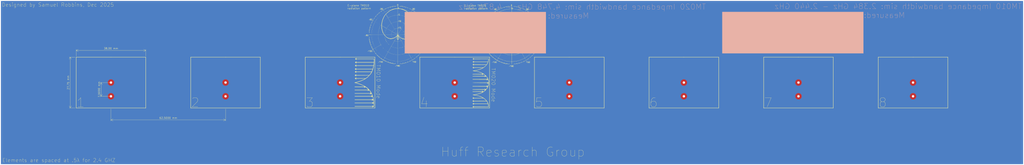
<source format=kicad_pcb>
(kicad_pcb
	(version 20240108)
	(generator "pcbnew")
	(generator_version "8.0")
	(general
		(thickness 1.6)
		(legacy_teardrops no)
	)
	(paper "A1")
	(layers
		(0 "F.Cu" signal)
		(31 "B.Cu" signal)
		(32 "B.Adhes" user "B.Adhesive")
		(33 "F.Adhes" user "F.Adhesive")
		(34 "B.Paste" user)
		(35 "F.Paste" user)
		(36 "B.SilkS" user "B.Silkscreen")
		(37 "F.SilkS" user "F.Silkscreen")
		(38 "B.Mask" user)
		(39 "F.Mask" user)
		(40 "Dwgs.User" user "User.Drawings")
		(41 "Cmts.User" user "User.Comments")
		(42 "Eco1.User" user "User.Eco1")
		(43 "Eco2.User" user "User.Eco2")
		(44 "Edge.Cuts" user)
		(45 "Margin" user)
		(46 "B.CrtYd" user "B.Courtyard")
		(47 "F.CrtYd" user "F.Courtyard")
		(48 "B.Fab" user)
		(49 "F.Fab" user)
		(50 "User.1" user)
		(51 "User.2" user)
		(52 "User.3" user)
		(53 "User.4" user)
		(54 "User.5" user)
		(55 "User.6" user)
		(56 "User.7" user)
		(57 "User.8" user)
		(58 "User.9" user)
	)
	(setup
		(pad_to_mask_clearance 0)
		(allow_soldermask_bridges_in_footprints no)
		(pcbplotparams
			(layerselection 0x00010fc_ffffffff)
			(plot_on_all_layers_selection 0x0000000_00000000)
			(disableapertmacros no)
			(usegerberextensions no)
			(usegerberattributes yes)
			(usegerberadvancedattributes yes)
			(creategerberjobfile yes)
			(dashed_line_dash_ratio 12.000000)
			(dashed_line_gap_ratio 3.000000)
			(svgprecision 4)
			(plotframeref no)
			(viasonmask no)
			(mode 1)
			(useauxorigin no)
			(hpglpennumber 1)
			(hpglpenspeed 20)
			(hpglpendiameter 15.000000)
			(pdf_front_fp_property_popups yes)
			(pdf_back_fp_property_popups yes)
			(dxfpolygonmode yes)
			(dxfimperialunits yes)
			(dxfusepcbnewfont yes)
			(psnegative no)
			(psa4output no)
			(plotreference yes)
			(plotvalue yes)
			(plotfptext yes)
			(plotinvisibletext no)
			(sketchpadsonfab no)
			(subtractmaskfromsilk no)
			(outputformat 1)
			(mirror no)
			(drillshape 1)
			(scaleselection 1)
			(outputdirectory "")
		)
	)
	(net 0 "")
	(footprint "probeHoles:MountingHole_1.2mm" (layer "F.Cu") (at 207.5 135))
	(footprint "probeHoles:MountingHole_1.2mm" (layer "F.Cu") (at 332.5 142.5))
	(footprint "probeHoles:MountingHole_1.2mm" (layer "F.Cu") (at 207.5 142.5))
	(footprint "probeHoles:MountingHole_1.2mm" (layer "F.Cu") (at 520 135))
	(footprint "probeHoles:MountingHole_1.2mm" (layer "F.Cu") (at 82.5 135))
	(footprint "probeHoles:MountingHole_1.2mm" (layer "F.Cu") (at 145 135))
	(footprint "probeHoles:MountingHole_1.2mm" (layer "F.Cu") (at 395 142.5))
	(footprint "probeHoles:MountingHole_1.2mm" (layer "F.Cu") (at 332.5 135))
	(footprint "probeHoles:MountingHole_1.2mm" (layer "F.Cu") (at 145 142.5))
	(footprint "probeHoles:MountingHole_1.2mm" (layer "F.Cu") (at 270 135))
	(footprint "probeHoles:MountingHole_1.2mm" (layer "F.Cu") (at 395 135))
	(footprint "probeHoles:MountingHole_1.2mm" (layer "F.Cu") (at 270 142.5))
	(footprint "probeHoles:MountingHole_1.2mm" (layer "F.Cu") (at 457.5 142.5))
	(footprint "probeHoles:MountingHole_1.2mm" (layer "F.Cu") (at 457.5 135))
	(footprint "probeHoles:MountingHole_1.2mm" (layer "F.Cu") (at 520 142.5))
	(footprint "probeHoles:MountingHole_1.2mm" (layer "F.Cu") (at 82.5 142.5))
	(gr_poly
		(pts
			(xy 251 121.125) (xy 270 121.125) (xy 289 121.125) (xy 289 148.875) (xy 251 148.875)
		)
		(locked yes)
		(stroke
			(width 0)
			(type solid)
		)
		(fill solid)
		(layer "F.Cu")
		(uuid "6ebdd57b-8b2e-4218-9d1c-c6784ac561de")
	)
	(gr_poly
		(pts
			(xy 520 121.125) (xy 539 121.125) (xy 539 148.875) (xy 501 148.875) (xy 501 121.125)
		)
		(locked yes)
		(stroke
			(width 0)
			(type solid)
		)
		(fill solid)
		(layer "F.Cu")
		(uuid "8caa159a-0e35-40db-abcc-5082d597c5e3")
	)
	(gr_poly
		(pts
			(xy 188.5 148.875) (xy 188.5 121.125) (xy 207.5 121.125) (xy 226.5 121.125) (xy 226.5 148.875)
		)
		(locked yes)
		(stroke
			(width 0)
			(type solid)
		)
		(fill solid)
		(layer "F.Cu")
		(uuid "8cbabd8f-d0e9-4bbc-9edf-c32280af70eb")
	)
	(gr_poly
		(pts
			(xy 63.5 121.125) (xy 82.5 121.125) (xy 101.5 121.125) (xy 101.5 148.875) (xy 63.5 148.875)
		)
		(locked yes)
		(stroke
			(width 0)
			(type solid)
		)
		(fill solid)
		(layer "F.Cu")
		(uuid "a5f0146e-6e45-4b6b-9f8b-00ff9fcd3bf2")
	)
	(gr_poly
		(pts
			(xy 376 148.875) (xy 376 121.125) (xy 395 121.125) (xy 414 121.125) (xy 414 148.875)
		)
		(locked yes)
		(stroke
			(width 0)
			(type solid)
		)
		(fill solid)
		(layer "F.Cu")
		(uuid "a67fd707-52f8-4704-a2eb-4ba9241a65a2")
	)
	(gr_poly
		(pts
			(xy 476.5 148.875) (xy 438.5 148.875) (xy 438.5 121.125) (xy 457.5 121.125) (xy 476.5 121.125)
		)
		(locked yes)
		(stroke
			(width 0)
			(type solid)
		)
		(fill solid)
		(layer "F.Cu")
		(uuid "a6c1d0b9-43c6-48e8-a454-d742d114e387")
	)
	(gr_poly
		(pts
			(xy 332.5 121.125) (xy 351.5 121.125) (xy 351.5 148.875) (xy 313.5 148.875) (xy 313.5 121.125)
		)
		(locked yes)
		(stroke
			(width 0)
			(type solid)
		)
		(fill solid)
		(layer "F.Cu")
		(uuid "bbbada53-61dc-4711-b7bb-45990b3a297e")
	)
	(gr_poly
		(pts
			(xy 126 148.875) (xy 126 121.125) (xy 145 121.125) (xy 164 121.125) (xy 164 148.875)
		)
		(locked yes)
		(stroke
			(width 0)
			(type solid)
		)
		(fill solid)
		(layer "F.Cu")
		(uuid "f600ec80-220a-47b7-9069-854cca115806")
	)
	(gr_rect
		(start 415.975 96.5)
		(end 492.925 119.05)
		(stroke
			(width 0.1)
			(type default)
		)
		(fill solid)
		(layer "B.SilkS")
		(uuid "00474e20-c61d-4e18-bd6f-0369d5cec703")
	)
	(gr_rect
		(start 242.8 96.525)
		(end 319.75 119.075)
		(stroke
			(width 0.1)
			(type default)
		)
		(fill solid)
		(layer "B.SilkS")
		(uuid "8d122f33-f8c9-4f4f-b555-a924aa0dbe5a")
	)
	(gr_poly
		(pts
			(xy 254.749748 109.453938) (xy 254.749044 109.517178) (xy 254.749713 109.072938) (xy 254.749748 109.072938)
		)
		(stroke
			(width -0.000001)
			(type solid)
		)
		(fill solid)
		(layer "F.SilkS")
		(uuid "011c6452-4b56-457b-92f4-e265db8b9784")
	)
	(gr_poly
		(pts
			(xy 228.905626 105.282536) (xy 228.906595 105.282685) (xy 228.907554 105.282947) (xy 228.908505 105.283321)
			(xy 228.90945 105.283803) (xy 228.911324 105.285078) (xy 228.913188 105.28675) (xy 228.915694 105.290806)
			(xy 228.917267 105.296916) (xy 228.917788 105.314769) (xy 228.915101 105.339265) (xy 228.909552 105.369359)
			(xy 228.90149 105.404005) (xy 228.891263 105.44216) (xy 228.879218 105.482779) (xy 228.865706 105.524816)
			(xy 228.851072 105.567227) (xy 228.835666 105.608967) (xy 228.819836 105.648992) (xy 228.803929 105.686256)
			(xy 228.788294 105.719715) (xy 228.773278 105.748324) (xy 228.759231 105.771038) (xy 228.7465 105.786813)
			(xy 228.741103 105.791466) (xy 228.736822 105.793515) (xy 228.735101 105.793562) (xy 228.733659 105.792958)
			(xy 228.732496 105.791703) (xy 228.731613 105.789796) (xy 228.730683 105.784029) (xy 228.73087 105.775658)
			(xy 228.732174 105.764681) (xy 228.734594 105.7511) (xy 228.742782 105.716123) (xy 228.755435 105.670729)
			(xy 228.772549 105.614916) (xy 228.794125 105.548687) (xy 228.808327 105.506286) (xy 228.821221 105.46825)
			(xy 228.832892 105.434388) (xy 228.843429 105.404508) (xy 228.852919 105.378418) (xy 228.857299 105.366735)
			(xy 228.861449 105.355928) (xy 228.865382 105.345972) (xy 228.869107 105.336844) (xy 228.872637 105.328519)
			(xy 228.87598 105.320975) (xy 228.87915 105.314186) (xy 228.882156 105.308129) (xy 228.885009 105.30278)
			(xy 228.887721 105.298114) (xy 228.890302 105.294109) (xy 228.892763 105.29074) (xy 228.895116 105.287982)
			(xy 228.896254 105.286826) (xy 228.89737 105.285813) (xy 228.898464 105.284941) (xy 228.899537 105.284208)
			(xy 228.900592 105.283609) (xy 228.901628 105.283142) (xy 228.902649 105.282805) (xy 228.903654 105.282593)
			(xy 228.904646 105.282505)
		)
		(stroke
			(width -0.000001)
			(type solid)
		)
		(fill solid)
		(layer "F.SilkS")
		(uuid "0195456f-6927-4b60-ba5e-d5207fa6e109")
	)
	(gr_poly
		(pts
			(xy 235.866437 107.287) (xy 235.869407 107.291029) (xy 235.871277 107.296212) (xy 235.871985 107.302697)
			(xy 235.871468 107.310633) (xy 235.869666 107.320166) (xy 235.866517 107.331445) (xy 235.861958 107.344617)
			(xy 235.85593 107.359831) (xy 235.839215 107.396972) (xy 235.815879 107.444051) (xy 235.78543 107.50225)
			(xy 235.747375 107.572751) (xy 235.694165 107.668971) (xy 235.656158 107.734582) (xy 235.642856 107.755864)
			(xy 235.633354 107.769441) (xy 235.627653 107.775294) (xy 235.626227 107.775319) (xy 235.625752 107.773407)
			(xy 235.627653 107.76376) (xy 235.633354 107.746337) (xy 235.656158 107.688091) (xy 235.694165 107.598526)
			(xy 235.747375 107.4775) (xy 235.842625 107.263187)
		)
		(stroke
			(width -0.000001)
			(type solid)
		)
		(fill solid)
		(layer "F.SilkS")
		(uuid "022368d3-040a-48a9-a282-6a93ccbbca86")
	)
	(gr_poly
		(pts
			(xy 295.074841 118.106997) (xy 295.091423 118.11115) (xy 295.110987 118.118148) (xy 295.133649 118.128038)
			(xy 295.159525 118.140866) (xy 295.18873 118.156677) (xy 295.221378 118.175519) (xy 295.257586 118.197438)
			(xy 295.297468 118.22248) (xy 295.388718 118.282116) (xy 295.603031 118.424991) (xy 295.626843 118.472616)
			(xy 295.629745 118.48096) (xy 295.629746 118.484134) (xy 295.628777 118.486643) (xy 295.626836 118.488484)
			(xy 295.623921 118.489656) (xy 295.615156 118.489993) (xy 295.602464 118.487643) (xy 295.585826 118.482599)
			(xy 295.565223 118.474852) (xy 295.540635 118.464394) (xy 295.479432 118.435311) (xy 295.402063 118.395282)
			(xy 295.308376 118.34424) (xy 295.198218 118.282116) (xy 295.031531 118.186865) (xy 295.031531 118.139239)
			(xy 295.032638 118.127292) (xy 295.034043 118.122278) (xy 295.036036 118.117912) (xy 295.03863 118.1142)
			(xy 295.041839 118.111147) (xy 295.04568 118.108759) (xy 295.050165 118.107042) (xy 295.055309 118.106001)
			(xy 295.061127 118.105643)
		)
		(stroke
			(width -0.000001)
			(type solid)
		)
		(fill solid)
		(layer "F.SilkS")
		(uuid "0270de72-bf29-4ad2-98d7-5d75a546ec52")
	)
	(gr_poly
		(pts
			(xy 291.940301 94.518056) (xy 291.966081 94.520629) (xy 291.989573 94.525157) (xy 292.000504 94.528214)
			(xy 292.010916 94.531833) (xy 292.020825 94.536038) (xy 292.030249 94.540854) (xy 292.039206 94.546305)
			(xy 292.047713 94.552415) (xy 292.055788 94.559208) (xy 292.063447 94.566709) (xy 292.070709 94.574943)
			(xy 292.077591 94.583934) (xy 292.084109 94.593706) (xy 292.090283 94.604284) (xy 292.101664 94.627953)
			(xy 292.111872 94.655138) (xy 292.121048 94.686033) (xy 292.129332 94.720833) (xy 292.136861 94.759733)
			(xy 292.143777 94.802929) (xy 292.150219 94.850616) (xy 292.155488 94.88937) (xy 292.161343 94.926463)
			(xy 292.167589 94.961016) (xy 292.170798 94.977066) (xy 292.174031 94.992152) (xy 292.177264 95.006163)
			(xy 292.180472 95.01899) (xy 292.183632 95.030522) (xy 292.186719 95.040651) (xy 292.189707 95.049266)
			(xy 292.192574 95.056257) (xy 292.195294 95.061515) (xy 292.196592 95.063459) (xy 292.197844 95.064929)
			(xy 292.200269 95.067849) (xy 292.202627 95.071656) (xy 292.204904 95.076291) (xy 292.207089 95.081691)
			(xy 292.20917 95.087795) (xy 292.211133 95.094543) (xy 292.212968 95.101874) (xy 292.214661 95.109726)
			(xy 292.216201 95.118039) (xy 292.217575 95.126751) (xy 292.218771 95.135801) (xy 292.219777 95.145129)
			(xy 292.220581 95.154672) (xy 292.22117 95.164372) (xy 292.221532 95.174165) (xy 292.221656 95.183991)
			(xy 292.220968 95.2025) (xy 292.218932 95.220411) (xy 292.215585 95.237709) (xy 292.210965 95.254378)
			(xy 292.205112 95.270399) (xy 292.198064 95.285758) (xy 292.189859 95.300437) (xy 292.180537 95.314421)
			(xy 292.170135 95.327691) (xy 292.158692 95.340233) (xy 292.146247 95.352029) (xy 292.132838 95.363064)
			(xy 292.118503 95.373319) (xy 292.103282 95.38278) (xy 292.087213 95.391429) (xy 292.070333 95.39925)
			(xy 292.052683 95.406227) (xy 292.0343 95.412342) (xy 292.015223 95.41758) (xy 291.995491 95.421924)
			(xy 291.954213 95.427864) (xy 291.910775 95.430029) (xy 291.865486 95.428287) (xy 291.818654 95.422507)
			(xy 291.770587 95.412557) (xy 291.721593 95.398304) (xy 291.650156 95.374491) (xy 291.650156 95.255429)
			(xy 291.650303 95.242713) (xy 291.650741 95.230667) (xy 291.651471 95.219291) (xy 291.65249 95.208586)
			(xy 291.653797 95.198553) (xy 291.655391 95.189193) (xy 291.657271 95.180506) (xy 291.659434 95.172492)
			(xy 291.66188 95.165153) (xy 291.664608 95.158489) (xy 291.667615 95.152501) (xy 291.670901 95.147188)
			(xy 291.674464 95.142554) (xy 291.678303 95.138596) (xy 291.682417 95.135317) (xy 291.686804 95.132717)
			(xy 291.691462 95.130797) (xy 291.696391 95.129557) (xy 291.701589 95.128997) (xy 291.707055 95.12912)
			(xy 291.712787 95.129924) (xy 291.718784 95.131412) (xy 291.725045 95.133583) (xy 291.731568 95.136439)
			(xy 291.738352 95.139979) (xy 291.745396 95.144204) (xy 291.752697 95.149116) (xy 291.760256 95.154715)
			(xy 291.76807 95.161001) (xy 291.776138 95.167976) (xy 291.784459 95.175639) (xy 291.793031 95.183991)
			(xy 291.799173 95.189761) (xy 291.805687 95.195158) (xy 291.812572 95.200182) (xy 291.819829 95.204834)
			(xy 291.827458 95.209113) (xy 291.835459 95.21302) (xy 291.843831 95.216554) (xy 291.852575 95.219716)
			(xy 291.86169 95.222506) (xy 291.871177 95.224923) (xy 291.881036 95.226969) (xy 291.891267 95.228642)
			(xy 291.901869 95.229943) (xy 291.912843 95.230873) (xy 291.924189 95.23143) (xy 291.935906 95.231616)
			(xy 292.031156 95.231616) (xy 292.031156 95.088741) (xy 291.912093 95.064929) (xy 291.793031 95.041116)
			(xy 291.793031 94.898241) (xy 291.888281 94.874429) (xy 291.983531 94.850616) (xy 291.983531 94.707741)
			(xy 291.912093 94.707741) (xy 291.904446 94.707989) (xy 291.896285 94.708713) (xy 291.887685 94.709892)
			(xy 291.878719 94.711499) (xy 291.869459 94.713511) (xy 291.85998 94.715904) (xy 291.850355 94.718652)
			(xy 291.840656 94.721731) (xy 291.830957 94.725118) (xy 291.821331 94.728786) (xy 291.811852 94.732714)
			(xy 291.802593 94.736874) (xy 291.793627 94.741244) (xy 291.785027 94.745799) (xy 291.776866 94.750515)
			(xy 291.769218 94.755366) (xy 291.761818 94.760094) (xy 291.754382 94.764447) (xy 291.74696 94.768413)
			(xy 291.739602 94.771979) (xy 291.732354 94.775134) (xy 291.725268 94.777865) (xy 291.71839 94.78016)
			(xy 291.711771 94.782007) (xy 291.705458 94.783393) (xy 291.699502 94.784306) (xy 291.696672 94.784582)
			(xy 291.69395 94.784735) (xy 291.691341 94.784764) (xy 291.688851 94.784667) (xy 291.686487 94.784442)
			(xy 291.684255 94.784089) (xy 291.68216 94.783606) (xy 291.68021 94.78299) (xy 291.678409 94.782241)
			(xy 291.676765 94.781357) (xy 291.675282 94.780337) (xy 291.673968 94.779179) (xy 291.650156 94.755366)
			(xy 291.673968 94.683929) (xy 291.677035 94.675092) (xy 291.680288 94.666442) (xy 291.683728 94.657978)
			(xy 291.687354 94.649701) (xy 291.691166 94.641609) (xy 291.695165 94.633704) (xy 291.69935 94.625984)
			(xy 291.703722 94.61845) (xy 291.70828 94.611103) (xy 291.713024 94.603941) (xy 291.717955 94.596964)
			(xy 291.723073 94.590174) (xy 291.728376 94.583569) (xy 291.733867 94.577149) (xy 291.739543 94.570915)
			(xy 291.745406 94.564866) (xy 291.751641 94.559097) (xy 291.758433 94.5537) (xy 291.765782 94.548675)
			(xy 291.773688 94.544024) (xy 291.782152 94.539745) (xy 291.791174 94.535838) (xy 291.800753 94.532304)
			(xy 291.81089 94.529142) (xy 291.821586 94.526352) (xy 291.83284 94.523934) (xy 291.844652 94.521889)
			(xy 291.857022 94.520216) (xy 291.869952 94.518914) (xy 291.88344 94.517985) (xy 291.897487 94.517427)
			(xy 291.912093 94.517241)
		)
		(stroke
			(width -0.000001)
			(type solid)
		)
		(fill solid)
		(layer "F.SilkS")
		(uuid "03067752-8e24-46e0-9212-94bf89fd01c1")
	)
	(gr_poly
		(pts
			(xy 286.139561 117.568601) (xy 286.173958 117.571226) (xy 286.18993 117.57322) (xy 286.205094 117.575679)
			(xy 286.219457 117.578612) (xy 286.233027 117.582027) (xy 286.245811 117.585931) (xy 286.257817 117.590334)
			(xy 286.269051 117.595243) (xy 286.279522 117.600666) (xy 286.289237 117.606611) (xy 286.298203 117.613087)
			(xy 286.306428 117.620102) (xy 286.313918 117.627664) (xy 286.320682 117.635781) (xy 286.326726 117.644461)
			(xy 286.332059 117.653712) (xy 286.336687 117.663543) (xy 286.340618 117.673961) (xy 286.34386 117.684976)
			(xy 286.346419 117.696594) (xy 286.348303 117.708824) (xy 286.34952 117.721674) (xy 286.350077 117.735153)
			(xy 286.349981 117.749268) (xy 286.349239 117.764028) (xy 286.34786 117.779441) (xy 286.34585 117.795514)
			(xy 286.339969 117.829677) (xy 286.316156 117.948739) (xy 286.149469 118.139239) (xy 285.982781 118.329739)
			(xy 286.363781 118.329739) (xy 286.363781 118.472616) (xy 285.792281 118.472616) (xy 285.816094 118.377365)
			(xy 285.839906 118.282116) (xy 286.006594 118.115429) (xy 286.173281 117.948739) (xy 286.173281 117.758241)
			(xy 285.982781 117.758241) (xy 285.958969 117.829677) (xy 285.935156 117.901116) (xy 285.792281 117.901116)
			(xy 285.792281 117.805864) (xy 285.792386 117.790735) (xy 285.792747 117.776994) (xy 285.793434 117.764478)
			(xy 285.794516 117.753024) (xy 285.796063 117.742469) (xy 285.797033 117.737478) (xy 285.798146 117.732651)
			(xy 285.799409 117.727967) (xy 285.800832 117.723407) (xy 285.802424 117.718949) (xy 285.804194 117.714573)
			(xy 285.806149 117.71026) (xy 285.808299 117.705989) (xy 285.810652 117.701738) (xy 285.813217 117.697489)
			(xy 285.816004 117.693221) (xy 285.819019 117.688913) (xy 285.825774 117.680097) (xy 285.833552 117.670878)
			(xy 285.842422 117.661093) (xy 285.852455 117.650581) (xy 285.863719 117.639177) (xy 285.875227 117.627913)
			(xy 285.886101 117.61788) (xy 285.896572 117.60901) (xy 285.906873 117.601233) (xy 285.917237 117.594478)
			(xy 285.927895 117.588676) (xy 285.939081 117.583757) (xy 285.951027 117.579652) (xy 285.963966 117.576291)
			(xy 285.978129 117.573605) (xy 285.993749 117.571523) (xy 286.011059 117.569975) (xy 286.030291 117.568893)
			(xy 286.051677 117.568207) (xy 286.101844 117.567741)
		)
		(stroke
			(width -0.000001)
			(type solid)
		)
		(fill solid)
		(layer "F.SilkS")
		(uuid "034ab439-3a5c-4894-b0fe-ec89c36fd46b")
	)
	(gr_poly
		(pts
			(xy 294.466416 106.376633) (xy 294.471662 106.379028) (xy 294.475745 106.383189) (xy 294.478642 106.389258)
			(xy 294.480329 106.397373) (xy 294.480784 106.407674) (xy 294.479983 106.4203) (xy 294.477902 106.435391)
			(xy 294.474519 106.453087) (xy 294.46981 106.473527) (xy 294.456321 106.523199) (xy 294.437248 106.585523)
			(xy 294.412406 106.661616) (xy 294.317156 106.947366) (xy 294.269531 106.947366) (xy 294.264109 106.946888)
			(xy 294.259209 106.945463) (xy 294.254829 106.943108) (xy 294.250965 106.939838) (xy 294.247615 106.935671)
			(xy 294.244775 106.930622) (xy 294.240617 106.917942) (xy 294.238468 106.901928) (xy 294.238305 106.882708)
			(xy 294.240107 106.860412) (xy 294.24385 106.835167) (xy 294.249511 106.807104) (xy 294.257069 106.776351)
			(xy 294.2665 106.743036) (xy 294.277782 106.707289) (xy 294.290893 106.669238) (xy 294.305809 106.629013)
			(xy 294.322509 106.586741) (xy 294.340969 106.542553) (xy 294.412406 106.375866) (xy 294.460031 106.375866)
		)
		(stroke
			(width -0.000001)
			(type solid)
		)
		(fill solid)
		(layer "F.SilkS")
		(uuid "035ea983-8da0-4980-8917-0521055a8588")
	)
	(gr_poly
		(pts
			(xy 252.622874 113.521662) (xy 252.623843 113.52181) (xy 252.624803 113.522073) (xy 252.625754 113.522446)
			(xy 252.626699 113.522928) (xy 252.628573 113.524203) (xy 252.630436 113.525875) (xy 252.632942 113.529932)
			(xy 252.634515 113.536041) (xy 252.635037 113.553894) (xy 252.632349 113.57839) (xy 252.6268 113.608484)
			(xy 252.618738 113.643131) (xy 252.608511 113.681286) (xy 252.596467 113.721904) (xy 252.582954 113.763941)
			(xy 252.568321 113.806352) (xy 252.552915 113.848092) (xy 252.537084 113.888116) (xy 252.521177 113.92538)
			(xy 252.505542 113.958839) (xy 252.490527 113.987448) (xy 252.47648 114.010162) (xy 252.463749 114.025937)
			(xy 252.458351 114.03059) (xy 252.454071 114.032639) (xy 252.45235 114.032686) (xy 252.450908 114.032082)
			(xy 252.449745 114.030827) (xy 252.448861 114.02892) (xy 252.447932 114.023154) (xy 252.448119 114.014782)
			(xy 252.449423 114.003806) (xy 252.451843 113.990224) (xy 252.460031 113.955248) (xy 252.472683 113.909854)
			(xy 252.489798 113.854042) (xy 252.511375 113.787813) (xy 252.525577 113.745411) (xy 252.53847 113.707375)
			(xy 252.550141 113.673513) (xy 252.560678 113.643633) (xy 252.570168 113.617544) (xy 252.574547 113.605861)
			(xy 252.578698 113.595053) (xy 252.582631 113.585097) (xy 252.586356 113.575969) (xy 252.589885 113.567645)
			(xy 252.593229 113.5601) (xy 252.596399 113.553311) (xy 252.599405 113.547254) (xy 252.602258 113.541905)
			(xy 252.60497 113.53724) (xy 252.607551 113.533235) (xy 252.610012 113.529865) (xy 252.612364 113.527108)
			(xy 252.613503 113.525951) (xy 252.614619 113.524938) (xy 252.615712 113.524067) (xy 252.616786 113.523333)
			(xy 252.61784 113.522734) (xy 252.618877 113.522268) (xy 252.619897 113.52193) (xy 252.620903 113.521719)
			(xy 252.621895 113.52163)
		)
		(stroke
			(width -0.000001)
			(type solid)
		)
		(fill solid)
		(layer "F.SilkS")
		(uuid "039dc339-cce4-485d-a071-521d81c64a56")
	)
	(gr_poly
		(pts
			(xy 239.614282 124.787309) (xy 239.52449 124.788702) (xy 239.438312 124.789188) (xy 239.0335 124.789188)
			(xy 239.0335 124.789075) (xy 239.656367 124.786112)
		)
		(stroke
			(width -0.000001)
			(type solid)
		)
		(fill solid)
		(layer "F.SilkS")
		(uuid "03d3d198-3945-4859-b790-e316a29d0368")
	)
	(gr_poly
		(pts
			(xy 286.982906 100.422741) (xy 286.996477 100.455245) (xy 287.0079 100.493543) (xy 287.017207 100.536743)
			(xy 287.024426 100.583949) (xy 287.029587 100.634265) (xy 287.032721 100.686797) (xy 287.033858 100.740651)
			(xy 287.033026 100.79493) (xy 287.030255 100.848741) (xy 287.025577 100.901188) (xy 287.019019 100.951376)
			(xy 287.010613 100.998411) (xy 287.000387 101.041397) (xy 286.988373 101.07944) (xy 286.974598 101.111645)
			(xy 286.96706 101.125278) (xy 286.959094 101.137116) (xy 286.887656 101.232366) (xy 286.697156 101.232366)
			(xy 286.578094 101.113303) (xy 286.459031 100.994241) (xy 286.459031 100.779929) (xy 286.459395 100.742499)
			(xy 286.460537 100.707715) (xy 286.462536 100.675357) (xy 286.46547 100.645203) (xy 286.467479 100.630859)
			(xy 286.624091 100.630859) (xy 286.625558 100.662724) (xy 286.629086 100.698095) (xy 286.634608 100.737116)
			(xy 286.642054 100.779929) (xy 286.647922 100.810659) (xy 286.653544 100.838766) (xy 286.658975 100.8644)
			(xy 286.66427 100.887715) (xy 286.669485 100.908862) (xy 286.674674 100.927992) (xy 286.679893 100.945259)
			(xy 286.685196 100.960814) (xy 286.69064 100.974809) (xy 286.693432 100.981269) (xy 286.696279 100.987396)
			(xy 286.699189 100.993209) (xy 286.702169 100.998727) (xy 286.705225 101.00397) (xy 286.708364 101.008955)
			(xy 286.711593 101.013702) (xy 286.71492 101.01823) (xy 286.71835 101.022559) (xy 286.721892 101.026706)
			(xy 286.725551 101.030691) (xy 286.729335 101.034534) (xy 286.737304 101.041866) (xy 286.792406 101.089491)
			(xy 286.863844 101.041866) (xy 286.875689 101.033772) (xy 286.886152 101.026032) (xy 286.895319 101.018335)
			(xy 286.903275 101.010368) (xy 286.910105 101.001818) (xy 286.915894 100.992373) (xy 286.920728 100.98172)
			(xy 286.924691 100.969547) (xy 286.927868 100.955542) (xy 286.930346 100.93939) (xy 286.932209 100.920781)
			(xy 286.933542 100.899402) (xy 286.934431 100.874939) (xy 286.93496 100.847081) (xy 286.935281 100.779929)
			(xy 286.934795 100.735906) (xy 286.933402 100.692957) (xy 286.9312 100.652157) (xy 286.928286 100.61458)
			(xy 286.924759 100.581301) (xy 286.922795 100.566609) (xy 286.920715 100.553394) (xy 286.91853 100.54179)
			(xy 286.916252 100.531932) (xy 286.913895 100.523954) (xy 286.911469 100.517991) (xy 286.907731 100.510919)
			(xy 286.903907 100.504555) (xy 286.89991 100.498865) (xy 286.895651 100.493813) (xy 286.891045 100.489366)
			(xy 286.886002 100.485489) (xy 286.880437 100.482145) (xy 286.874262 100.479302) (xy 286.867389 100.476923)
			(xy 286.859731 100.474975) (xy 286.8512 100.473422) (xy 286.84171 100.472229) (xy 286.831173 100.471362)
			(xy 286.819501 100.470785) (xy 286.806608 100.470465) (xy 286.792406 100.470366) (xy 286.763754 100.47122)
			(xy 286.737991 100.473877) (xy 286.726171 100.475926) (xy 286.715047 100.47848) (xy 286.704612 100.481554)
			(xy 286.694855 100.485169) (xy 286.68577 100.48934) (xy 286.677346 100.494087) (xy 286.669575 100.499426)
			(xy 286.662449 100.505376) (xy 286.655959 100.511954) (xy 286.650097 100.519179) (xy 286.644854 100.527067)
			(xy 286.640221 100.535636) (xy 286.636189 100.544905) (xy 286.632751 100.554891) (xy 286.629897 100.565612)
			(xy 286.627618 100.577085) (xy 286.625907 100.589329) (xy 286.624755 100.602361) (xy 286.624091 100.630859)
			(xy 286.467479 100.630859) (xy 286.469415 100.617035) (xy 286.474452 100.59063) (xy 286.480656 100.565769)
			(xy 286.484221 100.553849) (xy 286.488106 100.542232) (xy 286.492323 100.530891) (xy 286.49688 100.519797)
			(xy 286.501788 100.508925) (xy 286.507056 100.498245) (xy 286.512694 100.487731) (xy 286.518712 100.477355)
			(xy 286.531924 100.456906) (xy 286.546772 100.436678) (xy 286.563333 100.416451) (xy 286.581685 100.396004)
			(xy 286.601906 100.375116) (xy 286.608234 100.369346) (xy 286.615305 100.363949) (xy 286.62312 100.358925)
			(xy 286.631679 100.354273) (xy 286.640981 100.349994) (xy 286.651027 100.346087) (xy 286.661816 100.342553)
			(xy 286.67335 100.339391) (xy 286.685627 100.336602) (xy 286.698649 100.334184) (xy 286.712414 100.332139)
			(xy 286.726924 100.330465) (xy 286.742178 100.329164) (xy 286.758176 100.328235) (xy 286.774919 100.327677)
			(xy 286.792406 100.327491) (xy 286.935281 100.327491)
		)
		(stroke
			(width -0.000001)
			(type solid)
		)
		(fill solid)
		(layer "F.SilkS")
		(uuid "04933fd7-a70e-4869-97c2-a3e5eeb37a8b")
	)
	(gr_poly
		(pts
			(xy 238.938265 124.788937) (xy 238.93825 124.789188) (xy 238.581062 124.789188) (xy 238.421704 124.787309)
			(xy 238.414838 124.787102)
		)
		(stroke
			(width -0.000001)
			(type solid)
		)
		(fill solid)
		(layer "F.SilkS")
		(uuid "04d74a33-bb3e-4718-8a79-b37057187c12")
	)
	(gr_poly
		(pts
			(xy 245.319999 100.33375) (xy 245.331996 100.340478) (xy 245.347886 100.350512) (xy 245.366985 100.363365)
			(xy 245.388609 100.378547) (xy 245.412075 100.395572) (xy 245.436699 100.41395) (xy 245.461797 100.433193)
			(xy 245.486686 100.452813) (xy 245.724812 100.643313) (xy 245.843874 100.738563) (xy 245.748625 100.667126)
			(xy 245.462873 100.452813) (xy 245.272373 100.309938)
		)
		(stroke
			(width -0.000001)
			(type solid)
		)
		(fill solid)
		(layer "F.SilkS")
		(uuid "05c71841-7bdb-4406-9a5a-1e1525a82311")
	)
	(gr_poly
		(pts
			(xy 296.746031 103.470741) (xy 296.603155 103.589803) (xy 296.317406 103.827929) (xy 296.272295 103.865415)
			(xy 296.25395 103.880515) (xy 296.238213 103.893305) (xy 296.224933 103.903877) (xy 296.213963 103.912319)
			(xy 296.209296 103.915769) (xy 296.205151 103.918721) (xy 296.201509 103.921185) (xy 296.198349 103.923173)
			(xy 296.195655 103.924696) (xy 296.193408 103.925765) (xy 296.191588 103.926391) (xy 296.190832 103.926542)
			(xy 296.190177 103.926586) (xy 296.189619 103.926526) (xy 296.189156 103.926361) (xy 296.188786 103.926095)
			(xy 296.188507 103.925727) (xy 296.188316 103.925261) (xy 296.188211 103.924696) (xy 296.188249 103.923278)
			(xy 296.188603 103.921484) (xy 296.189253 103.919327) (xy 296.190182 103.916817) (xy 296.19137 103.913965)
			(xy 296.19445 103.907281) (xy 296.198343 103.899366) (xy 296.222156 103.85174) (xy 296.460281 103.637429)
			(xy 296.698405 103.423116)
		)
		(stroke
			(width -0.000001)
			(type solid)
		)
		(fill solid)
		(layer "F.SilkS")
		(uuid "05de88c8-8f7a-423b-a574-3d6c117fbb42")
	)
	(gr_poly
		(pts
			(xy 244.278773 118.221287) (xy 244.272249 118.216938) (xy 242.587309 115.274223) (xy 242.605375 115.264187)
		)
		(stroke
			(width -0.000001)
			(type solid)
		)
		(fill solid)
		(layer "F.SilkS")
		(uuid "06bbc7e6-01dc-4a98-bdea-81f741831f2d")
	)
	(gr_poly
		(pts
			(xy 236.104563 115.549938) (xy 236.342687 115.645187) (xy 236.357293 115.651143) (xy 236.37134 115.657097)
			(xy 236.384828 115.663051) (xy 236.397758 115.669004) (xy 236.410128 115.674956) (xy 236.421941 115.680908)
			(xy 236.433194 115.68686) (xy 236.44389 115.692812) (xy 236.454027 115.698763) (xy 236.463607 115.704715)
			(xy 236.472629 115.710667) (xy 236.481093 115.71662) (xy 236.488999 115.722573) (xy 236.496348 115.728526)
			(xy 236.50314 115.734481) (xy 236.509374 115.740436) (xy 236.557 115.788062) (xy 236.437937 115.740436)
			(xy 236.199813 115.645187) (xy 236.185206 115.639232) (xy 236.171159 115.633278) (xy 236.157671 115.627324)
			(xy 236.144741 115.621371) (xy 236.132371 115.615418) (xy 236.120558 115.609466) (xy 236.109304 115.603515)
			(xy 236.098609 115.597563) (xy 236.088471 115.591611) (xy 236.078892 115.585659) (xy 236.06987 115.579707)
			(xy 236.061406 115.573755) (xy 236.053499 115.567802) (xy 236.04615 115.561848) (xy 236.039359 115.555894)
			(xy 236.033124 115.549938) (xy 235.9855 115.502313)
		)
		(stroke
			(width -0.000001)
			(type solid)
		)
		(fill solid)
		(layer "F.SilkS")
		(uuid "06bf0ba4-9438-46b5-8509-f6856f06b312")
	)
	(gr_poly
		(pts
			(xy 297.610758 108.185721) (xy 297.617327 108.186082) (xy 297.623012 108.186768) (xy 297.625531 108.187256)
			(xy 297.627837 108.187851) (xy 297.629933 108.188562) (xy 297.631824 108.189398) (xy 297.63351 108.190368)
			(xy 297.634997 108.19148) (xy 297.636285 108.192744) (xy 297.637379 108.194167) (xy 297.638281 108.195759)
			(xy 297.638994 108.197528) (xy 297.639521 108.199483) (xy 297.639865 108.201633) (xy 297.640028 108.203986)
			(xy 297.640015 108.206552) (xy 297.639827 108.209338) (xy 297.639468 108.212354) (xy 297.638248 108.219109)
			(xy 297.636376 108.226886) (xy 297.633878 108.235757) (xy 297.630776 108.245789) (xy 297.627093 108.257053)
			(xy 297.621824 108.275778) (xy 297.615968 108.301702) (xy 297.609722 108.333653) (xy 297.603281 108.37046)
			(xy 297.596839 108.410951) (xy 297.590593 108.453953) (xy 297.584737 108.498295) (xy 297.579468 108.542804)
			(xy 297.575646 108.576604) (xy 297.572064 108.606707) (xy 297.568651 108.633321) (xy 297.565339 108.656657)
			(xy 297.563699 108.667161) (xy 297.562057 108.676923) (xy 297.560406 108.685971) (xy 297.558736 108.694329)
			(xy 297.557039 108.702025) (xy 297.555306 108.709084) (xy 297.553528 108.715533) (xy 297.551697 108.721397)
			(xy 297.549804 108.726703) (xy 297.54784 108.731478) (xy 297.545796 108.735746) (xy 297.543664 108.739535)
			(xy 297.541436 108.742871) (xy 297.539101 108.745779) (xy 297.536652 108.748286) (xy 297.534081 108.750418)
			(xy 297.531377 108.752201) (xy 297.528533 108.753662) (xy 297.52554 108.754826) (xy 297.522389 108.75572)
			(xy 297.519071 108.75637) (xy 297.515578 108.756801) (xy 297.5119 108.757041) (xy 297.50803 108.757115)
			(xy 297.499731 108.75559) (xy 297.492712 108.75095) (xy 297.486979 108.743097) (xy 297.482538 108.731937)
			(xy 297.479393 108.71737) (xy 297.47755 108.699301) (xy 297.477013 108.677633) (xy 297.477789 108.652269)
			(xy 297.479881 108.623112) (xy 297.483296 108.590065) (xy 297.494114 108.511915) (xy 297.510282 108.417044)
			(xy 297.531843 108.304678) (xy 297.555656 108.185616) (xy 297.603281 108.185616)
		)
		(stroke
			(width -0.000001)
			(type solid)
		)
		(fill solid)
		(layer "F.SilkS")
		(uuid "072632c6-2fc7-4a3d-a4c8-5b8a0d2d5c76")
	)
	(gr_poly
		(pts
			(xy 239.686748 97.468285) (xy 239.737178 97.471138) (xy 239.795499 97.47625) (xy 239.8423 97.481307)
			(xy 239.883065 97.486508) (xy 239.917791 97.491848) (xy 239.94648 97.497322) (xy 239.969128 97.502924)
			(xy 239.978187 97.505771) (xy 239.985735 97.508649) (xy 239.991773 97.511556) (xy 239.996301 97.514492)
			(xy 239.999317 97.517455) (xy 240.000823 97.520447) (xy 240.000817 97.523465) (xy 239.999301 97.526509)
			(xy 239.996273 97.529579) (xy 239.991733 97.532673) (xy 239.985682 97.535792) (xy 239.978119 97.538934)
			(xy 239.958458 97.545286) (xy 239.932747 97.551724) (xy 239.900987 97.558243) (xy 239.863175 97.564837)
			(xy 239.819312 97.571501) (xy 239.791281 97.575541) (xy 239.766576 97.579219) (xy 239.744985 97.582626)
			(xy 239.726301 97.585851) (xy 239.717983 97.587423) (xy 239.710314 97.588983) (xy 239.703266 97.590542)
			(xy 239.696815 97.592112) (xy 239.690933 97.593703) (xy 239.685594 97.595327) (xy 239.680773 97.596995)
			(xy 239.676443 97.598718) (xy 239.672578 97.600508) (xy 239.669152 97.602376) (xy 239.666139 97.604332)
			(xy 239.663512 97.606388) (xy 239.661246 97.608555) (xy 239.659313 97.610845) (xy 239.65769 97.613269)
			(xy 239.656348 97.615837) (xy 239.655261 97.618561) (xy 239.654405 97.621452) (xy 239.653752 97.624522)
			(xy 239.653277 97.627781) (xy 239.652952 97.631241) (xy 239.652753 97.634914) (xy 239.652625 97.642938)
			(xy 239.652501 97.648037) (xy 239.652139 97.653477) (xy 239.65155 97.659211) (xy 239.650746 97.665188)
			(xy 239.64974 97.671361) (xy 239.648544 97.67768) (xy 239.64717 97.684097) (xy 239.64563 97.690563)
			(xy 239.643936 97.697029) (xy 239.642102 97.703446) (xy 239.640138 97.709765) (xy 239.638058 97.715938)
			(xy 239.635873 97.721916) (xy 239.633595 97.727649) (xy 239.631238 97.733089) (xy 239.628812 97.738188)
			(xy 239.604999 97.785813) (xy 239.747875 97.785813) (xy 239.781189 97.786634) (xy 239.811488 97.789201)
			(xy 239.838892 97.793669) (xy 239.851545 97.796665) (xy 239.86352 97.800193) (xy 239.87483 97.804275)
			(xy 239.885491 97.808929) (xy 239.895518 97.814175) (xy 239.904925 97.820032) (xy 239.913728 97.826519)
			(xy 239.921942 97.833656) (xy 239.929581 97.841463) (xy 239.93666 97.849958) (xy 239.943194 97.859161)
			(xy 239.949199 97.869092) (xy 239.954689 97.87977) (xy 239.959679 97.891214) (xy 239.964184 97.903443)
			(xy 239.968219 97.916478) (xy 239.971799 97.930337) (xy 239.974938 97.945041) (xy 239.979957 97.977056)
			(xy 239.983393 98.012681) (xy 239.985368 98.052068) (xy 239.985999 98.095375) (xy 239.985999 98.262063)
			(xy 240.128874 98.285876) (xy 240.414624 98.333501) (xy 240.5575 98.357313) (xy 240.081249 98.333501)
			(xy 239.87942 98.322376) (xy 239.681944 98.309688) (xy 239.51148 98.297) (xy 239.390687 98.285876)
			(xy 239.176374 98.262063) (xy 239.31925 98.23825) (xy 239.462125 98.214438) (xy 239.462125 98.119188)
			(xy 239.509749 98.119188) (xy 239.514848 98.119312) (xy 239.520288 98.119674) (xy 239.526021 98.120263)
			(xy 239.531999 98.121067) (xy 239.538172 98.122073) (xy 239.544491 98.123269) (xy 239.550909 98.124643)
			(xy 239.557375 98.126183) (xy 239.56384 98.127876) (xy 239.570257 98.129711) (xy 239.576577 98.131674)
			(xy 239.58275 98.133755) (xy 239.588727 98.13594) (xy 239.59446 98.138217) (xy 239.599901 98.140575)
			(xy 239.604999 98.143) (xy 239.61943 98.14974) (xy 239.633777 98.155504) (xy 239.648009 98.160316)
			(xy 239.662094 98.164193) (xy 239.676 98.167157) (xy 239.689695 98.169229) (xy 239.703146 98.170428)
			(xy 239.716322 98.170775) (xy 239.729192 98.17029) (xy 239.741722 98.168993) (xy 239.753882 98.166905)
			(xy 239.765638 98.164046) (xy 239.77696 98.160437) (xy 239.787814 98.156098) (xy 239.79817 98.151049)
			(xy 239.807995 98.14531) (xy 239.817258 98.138902) (xy 239.825926 98.131846) (xy 239.833967 98.124161)
			(xy 239.841349 98.115867) (xy 239.848041 98.106986) (xy 239.854011 98.097537) (xy 239.859226 98.087542)
			(xy 239.863655 98.077019) (xy 239.867265 98.06599) (xy 239.870025 98.054475) (xy 239.871902 98.042494)
			(xy 239.872865 98.030067) (xy 239.872882 98.017216) (xy 239.871921 98.003959) (xy 239.86995 97.990318)
			(xy 239.866936 97.976313) (xy 239.843125 97.881063) (xy 239.724062 97.904876) (xy 239.652639 97.918847)
			(xy 239.623818 97.923744) (xy 239.599158 97.926911) (xy 239.588288 97.927767) (xy 239.578336 97.928096)
			(xy 239.569262 97.927867) (xy 239.561026 97.927048) (xy 239.553586 97.925607) (xy 239.546904 97.923514)
			(xy 239.540937 97.920735) (xy 239.535646 97.917241) (xy 239.530989 97.912998) (xy 239.526927 97.907977)
			(xy 239.523418 97.902144) (xy 239.520423 97.89547) (xy 239.5179 97.887921) (xy 239.51581 97.879467)
			(xy 239.514111 97.870076) (xy 239.512763 97.859716) (xy 239.510958 97.835965) (xy 239.51007 97.807962)
			(xy 239.509749 97.738188) (xy 239.510235 97.698949) (xy 239.511628 97.660463) (xy 239.51383 97.623707)
			(xy 239.516744 97.589658) (xy 239.520272 97.559292) (xy 239.522235 97.545796) (xy 239.524316 97.533587)
			(xy 239.526501 97.522787) (xy 239.528778 97.513518) (xy 239.531136 97.505903) (xy 239.533562 97.500063)
			(xy 239.537415 97.494135) (xy 239.542768 97.488814) (xy 239.549655 97.484097) (xy 239.558115 97.479981)
			(xy 239.568182 97.476462) (xy 239.579894 97.473538) (xy 239.593287 97.471204) (xy 239.608398 97.469458)
			(xy 239.625263 97.468296) (xy 239.643919 97.467716) (xy 239.664402 97.467713)
		)
		(stroke
			(width -0.000001)
			(type solid)
		)
		(fill solid)
		(layer "F.SilkS")
		(uuid "0735be6f-7413-4210-9739-990f33cf9141")
	)
	(gr_poly
		(pts
			(xy 223.416869 117.409697) (xy 223.420829 117.416655) (xy 223.427551 117.443111) (xy 223.432731 117.484319)
			(xy 223.436433 117.537919) (xy 223.439654 117.67285) (xy 223.437724 117.829019) (xy 223.431153 117.987542)
			(xy 223.42045 118.129532) (xy 223.413708 118.188425) (xy 223.406125 118.236104) (xy 223.397764 118.270207)
			(xy 223.393311 118.28143) (xy 223.388688 118.288374) (xy 223.387436 118.28919) (xy 223.386139 118.289194)
			(xy 223.383418 118.28684) (xy 223.380552 118.281458) (xy 223.377563 118.273195) (xy 223.371317 118.248611)
			(xy 223.364875 118.214259) (xy 223.358434 118.171313) (xy 223.352188 118.120944) (xy 223.346332 118.064324)
			(xy 223.341063 118.002625) (xy 223.31725 117.693064) (xy 223.222 117.740686) (xy 223.12675 117.788312)
			(xy 223.079125 117.740686) (xy 223.0315 117.693064) (xy 223.198188 117.550186) (xy 223.364875 117.407312)
			(xy 223.4125 117.407312)
		)
		(stroke
			(width -0.000001)
			(type solid)
		)
		(fill solid)
		(layer "F.SilkS")
		(uuid "073994bb-1269-4206-b026-e59e4dad599e")
	)
	(gr_poly
		(pts
			(xy 311.557406 111.709865) (xy 311.547353 111.741482) (xy 311.537035 111.776615) (xy 311.526745 111.814092)
			(xy 311.516776 111.85274) (xy 311.50742 111.891389) (xy 311.498972 111.928866) (xy 311.491723 111.963999)
			(xy 311.485967 111.995616) (xy 311.462154 112.13849) (xy 311.414529 112.13849) (xy 311.407774 112.138199)
			(xy 311.401786 112.137281) (xy 311.396552 112.135665) (xy 311.394213 112.134573) (xy 311.392057 112.133281)
			(xy 311.390082 112.13178) (xy 311.388287 112.130061) (xy 311.38667 112.128114) (xy 311.385229 112.125933)
			(xy 311.383963 112.123507) (xy 311.382869 112.120829) (xy 311.381192 112.114678) (xy 311.380185 112.107411)
			(xy 311.379834 112.098958) (xy 311.380125 112.08925) (xy 311.381043 112.078215) (xy 311.382576 112.065786)
			(xy 311.384709 112.051892) (xy 311.387428 112.036462) (xy 311.390719 112.019428) (xy 311.401843 111.961924)
			(xy 311.414529 111.89337) (xy 311.427216 111.822361) (xy 311.438342 111.757491) (xy 311.440891 111.742813)
			(xy 311.443611 111.728304) (xy 311.446478 111.71405) (xy 311.449467 111.700136) (xy 311.452554 111.686648)
			(xy 311.455713 111.67367) (xy 311.458922 111.661289) (xy 311.462154 111.64959) (xy 311.465387 111.638658)
			(xy 311.468596 111.62858) (xy 311.471755 111.619439) (xy 311.474842 111.611322) (xy 311.477831 111.604315)
			(xy 311.480697 111.598502) (xy 311.483418 111.593969) (xy 311.484715 111.59221) (xy 311.485967 111.590802)
			(xy 311.48864 111.588377) (xy 311.491723 111.586019) (xy 311.495179 111.583742) (xy 311.498972 111.581557)
			(xy 311.503065 111.579477) (xy 311.50742 111.577513) (xy 311.512003 111.575679) (xy 311.516776 111.573986)
			(xy 311.521702 111.572446) (xy 311.526745 111.571072) (xy 311.531868 111.569876) (xy 311.537035 111.56887)
			(xy 311.542209 111.568066) (xy 311.547353 111.567477) (xy 311.552431 111.567114) (xy 311.557406 111.566991)
			(xy 311.605029 111.566991)
		)
		(stroke
			(width -0.000001)
			(type solid)
		)
		(fill solid)
		(layer "F.SilkS")
		(uuid "07d03d7b-f589-403c-b704-45a7c6fa29c6")
	)
	(gr_poly
		(pts
			(xy 311.755142 107.85274) (xy 311.761743 107.854379) (xy 311.767765 107.857366) (xy 311.773266 107.861912)
			(xy 311.778303 107.868225) (xy 311.782932 107.876514) (xy 311.787211 107.886989) (xy 311.791196 107.89986)
			(xy 311.794945 107.915335) (xy 311.798514 107.933624) (xy 311.80196 107.954937) (xy 311.805341 107.979482)
			(xy 311.812131 108.039108) (xy 311.819342 108.114177) (xy 311.843155 108.376116) (xy 311.819342 108.399928)
			(xy 311.809361 108.409116) (xy 311.800217 108.415721) (xy 311.791845 108.419566) (xy 311.787928 108.420398)
			(xy 311.784181 108.420474) (xy 311.780594 108.419772) (xy 311.777161 108.418269) (xy 311.773873 108.415944)
			(xy 311.770721 108.412774) (xy 311.764797 108.403812) (xy 311.759324 108.391207) (xy 311.754239 108.374781)
			(xy 311.749476 108.354359) (xy 311.744973 108.329762) (xy 311.740664 108.300816) (xy 311.732374 108.229164)
			(xy 311.724093 108.13799) (xy 311.72115 108.100774) (xy 311.71877 108.066464) (xy 311.71696 108.034991)
			(xy 311.715725 108.006284) (xy 311.715072 107.980274) (xy 311.715006 107.956892) (xy 311.715195 107.946164)
			(xy 311.715533 107.936067) (xy 311.71602 107.926592) (xy 311.716658 107.917731) (xy 311.717447 107.909473)
			(xy 311.718388 107.901812) (xy 311.719481 107.894738) (xy 311.720728 107.888242) (xy 311.722128 107.882316)
			(xy 311.723684 107.876951) (xy 311.725395 107.872138) (xy 311.727262 107.867869) (xy 311.729285 107.864135)
			(xy 311.731467 107.860927) (xy 311.733807 107.858236) (xy 311.736306 107.856054) (xy 311.738964 107.854373)
			(xy 311.741783 107.853182) (xy 311.744764 107.852474) (xy 311.747906 107.85224)
		)
		(stroke
			(width -0.000001)
			(type solid)
		)
		(fill solid)
		(layer "F.SilkS")
		(uuid "07d82b45-e126-4e9b-bf0a-df9db3f34c08")
	)
	(gr_poly
		(pts
			(xy 285.649406 100.994241) (xy 285.316031 100.994241) (xy 285.316031 100.851366) (xy 285.649406 100.851366)
		)
		(stroke
			(width -0.000001)
			(type solid)
		)
		(fill solid)
		(layer "F.SilkS")
		(uuid "08471b43-4651-4f7f-a805-3dafe1259a80")
	)
	(gr_poly
		(pts
			(xy 290.030906 118.258303) (xy 290.126156 118.424991) (xy 290.245219 118.544052) (xy 290.364281 118.663114)
			(xy 290.316656 118.639304) (xy 290.269031 118.615491) (xy 290.078531 118.401178) (xy 290.018156 118.333177)
			(xy 289.971683 118.280512) (xy 289.952987 118.259109) (xy 289.936959 118.240552) (xy 289.923331 118.224514)
			(xy 289.911832 118.210666) (xy 289.902194 118.198678) (xy 289.894147 118.188222) (xy 289.887423 118.178969)
			(xy 289.881752 118.17059) (xy 289.876865 118.162757) (xy 289.872494 118.15514) (xy 289.868368 118.14741)
			(xy 289.864219 118.139239) (xy 289.840406 118.091616) (xy 289.935656 118.091616)
		)
		(stroke
			(width -0.000001)
			(type solid)
		)
		(fill solid)
		(layer "F.SilkS")
		(uuid "0863385f-0006-4260-a20e-492d4660d05b")
	)
	(gr_poly
		(pts
			(xy 247.844124 120.33625) (xy 247.701257 120.455305) (xy 247.820312 120.33625) (xy 247.939373 120.217186)
			(xy 247.986999 120.217186)
		)
		(stroke
			(width -0.000001)
			(type solid)
		)
		(fill solid)
		(layer "F.SilkS")
		(uuid "0893e746-c2ba-4470-ae8a-31bb9648e024")
	)
	(gr_poly
		(pts
			(xy 249.771716 109.191123) (xy 249.772936 109.192001) (xy 249.796749 109.215812) (xy 249.772936 109.453938)
			(xy 249.749124 109.692063) (xy 249.749124 109.430125) (xy 249.749247 109.403566) (xy 249.749609 109.377994)
			(xy 249.750199 109.353531) (xy 249.751002 109.330299) (xy 249.752008 109.308421) (xy 249.753204 109.288018)
			(xy 249.754578 109.269213) (xy 249.756118 109.252127) (xy 249.757811 109.236883) (xy 249.759646 109.223603)
			(xy 249.761609 109.212409) (xy 249.76369 109.203423) (xy 249.765875 109.196767) (xy 249.767003 109.194351)
			(xy 249.768152 109.192563) (xy 249.769322 109.191419) (xy 249.77051 109.190934)
		)
		(stroke
			(width -0.000001)
			(type solid)
		)
		(fill solid)
		(layer "F.SilkS")
		(uuid "0907f9b7-a4ef-4c60-976e-3467bc6d323a")
	)
	(gr_poly
		(pts
			(xy 294.13478 110.948006) (xy 294.142035 110.948611) (xy 294.148546 110.94996) (xy 294.154438 110.952333)
			(xy 294.159833 110.956008) (xy 294.164855 110.961264) (xy 294.16963 110.968381) (xy 294.174281 110.977637)
			(xy 294.178932 110.989311) (xy 294.183706 111.003683) (xy 294.188729 111.021031) (xy 294.194124 111.041634)
			(xy 294.206527 111.093721) (xy 294.221906 111.162178) (xy 294.242277 111.251028) (xy 294.262536 111.334521)
			(xy 294.271891 111.371328) (xy 294.28034 111.403279) (xy 294.287588 111.429203) (xy 294.293344 111.447928)
			(xy 294.297026 111.459192) (xy 294.300128 111.469224) (xy 294.302626 111.478095) (xy 294.303642 111.482116)
			(xy 294.304498 111.485872) (xy 294.305191 111.489374) (xy 294.305718 111.492628) (xy 294.306077 111.495643)
			(xy 294.306265 111.49843) (xy 294.306279 111.500995) (xy 294.306115 111.503348) (xy 294.305771 111.505498)
			(xy 294.305244 111.507453) (xy 294.304531 111.509222) (xy 294.303629 111.510814) (xy 294.302535 111.512238)
			(xy 294.301247 111.513501) (xy 294.299761 111.514613) (xy 294.298074 111.515583) (xy 294.296184 111.516419)
			(xy 294.294087 111.517131) (xy 294.291781 111.517725) (xy 294.289263 111.518213) (xy 294.286529 111.518601)
			(xy 294.283577 111.518899) (xy 294.277008 111.51926) (xy 294.269531 111.519365) (xy 294.221906 111.519365)
			(xy 294.174281 111.400304) (xy 294.164228 111.372984) (xy 294.15391 111.34092) (xy 294.14362 111.305285)
			(xy 294.133651 111.26725) (xy 294.124295 111.227987) (xy 294.115847 111.188669) (xy 294.108599 111.150467)
			(xy 294.102843 111.114553) (xy 294.099722 111.09175) (xy 294.097169 111.070924) (xy 294.096108 111.06123)
			(xy 294.095193 111.052005) (xy 294.094425 111.043239) (xy 294.093806 111.034924) (xy 294.093336 111.02705)
			(xy 294.093017 111.01961) (xy 294.092849 111.012595) (xy 294.092835 111.005995) (xy 294.092976 110.999802)
			(xy 294.093272 110.994008) (xy 294.093725 110.988603) (xy 294.094336 110.983579) (xy 294.095107 110.978927)
			(xy 294.096039 110.974638) (xy 294.097132 110.970704) (xy 294.098389 110.967116) (xy 294.099811 110.963866)
			(xy 294.101397 110.960943) (xy 294.103151 110.958341) (xy 294.105074 110.956049) (xy 294.107165 110.95406)
			(xy 294.109427 110.952364) (xy 294.111862 110.950953) (xy 294.114469 110.949819) (xy 294.117251 110.948951)
			(xy 294.120209 110.948342) (xy 294.123343 110.947984) (xy 294.126656 110.947866)
		)
		(stroke
			(width -0.000001)
			(type solid)
		)
		(fill solid)
		(layer "F.SilkS")
		(uuid "097ef997-59cb-4d62-ae9a-8d6be2051dee")
	)
	(gr_poly
		(pts
			(xy 229.460875 95.023563) (xy 229.1275 95.023563) (xy 229.1275 94.880688) (xy 229.460875 94.880688)
		)
		(stroke
			(width -0.000001)
			(type solid)
		)
		(fill solid)
		(layer "F.SilkS")
		(uuid "0b3dea84-e1db-446d-a75b-f01ee7dfdd39")
	)
	(gr_poly
		(pts
			(xy 289.792781 100.327491) (xy 289.745156 100.351303) (xy 289.739984 100.353473) (xy 289.73595 100.354259)
			(xy 289.733026 100.353705) (xy 289.731186 100.351853) (xy 289.7304 100.348745) (xy 289.730643 100.344426)
			(xy 289.7341 100.33232) (xy 289.741336 100.315878) (xy 289.75213 100.29544) (xy 289.76626 100.271348)
			(xy 289.783506 100.243945) (xy 289.82646 100.180569) (xy 289.879222 100.108045) (xy 289.940023 100.029108)
			(xy 290.007094 99.946491) (xy 290.126156 99.803616) (xy 290.221406 99.803616)
		)
		(stroke
			(width -0.000001)
			(type solid)
		)
		(fill solid)
		(layer "F.SilkS")
		(uuid "0c35ff00-e1c8-4332-a09b-2f00c604caf2")
	)
	(gr_poly
		(pts
			(xy 229.893895 94.357628) (xy 229.919675 94.360201) (xy 229.943167 94.364729) (xy 229.954098 94.367786)
			(xy 229.96451 94.371405) (xy 229.974419 94.375611) (xy 229.983843 94.380426) (xy 229.9928 94.385877)
			(xy 230.001307 94.391987) (xy 230.009382 94.39878) (xy 230.017041 94.406282) (xy 230.024303 94.414516)
			(xy 230.031184 94.423506) (xy 230.037703 94.433278) (xy 230.043877 94.443856) (xy 230.055257 94.467525)
			(xy 230.065466 94.49471) (xy 230.074642 94.525605) (xy 230.082925 94.560405) (xy 230.090455 94.599305)
			(xy 230.097371 94.642501) (xy 230.103812 94.690188) (xy 230.109082 94.728942) (xy 230.114937 94.766035)
			(xy 230.121183 94.800589) (xy 230.124392 94.816638) (xy 230.127625 94.831724) (xy 230.130858 94.845735)
			(xy 230.134066 94.858562) (xy 230.137226 94.870094) (xy 230.140313 94.880223) (xy 230.143301 94.888838)
			(xy 230.146168 94.895829) (xy 230.148888 94.901087) (xy 230.150186 94.903031) (xy 230.151437 94.904501)
			(xy 230.153863 94.907421) (xy 230.156221 94.911228) (xy 230.158498 94.915863) (xy 230.160683 94.921263)
			(xy 230.162764 94.927367) (xy 230.164727 94.934115) (xy 230.166562 94.941446) (xy 230.168255 94.949298)
			(xy 230.169795 94.957611) (xy 230.171169 94.966323) (xy 230.172365 94.975373) (xy 230.173371 94.984701)
			(xy 230.174175 94.994245) (xy 230.174764 95.003944) (xy 230.175127 95.013737) (xy 230.17525 95.023563)
			(xy 230.174563 95.042072) (xy 230.172526 95.059983) (xy 230.169179 95.077281) (xy 230.164559 95.09395)
			(xy 230.158706 95.109971) (xy 230.151658 95.12533) (xy 230.143454 95.140009) (xy 230.134131 95.153993)
			(xy 230.123729 95.167263) (xy 230.112286 95.179805) (xy 230.099841 95.191601) (xy 230.086432 95.202636)
			(xy 230.072097 95.212891) (xy 230.056876 95.222352) (xy 230.040807 95.231001) (xy 230.023928 95.238822)
			(xy 230.006277 95.245799) (xy 229.987894 95.251914) (xy 229.968817 95.257152) (xy 229.949085 95.261496)
			(xy 229.907807 95.267436) (xy 229.86437 95.269601) (xy 229.819081 95.267859) (xy 229.772248 95.262079)
			(xy 229.724181 95.252129) (xy 229.675188 95.237876) (xy 229.60375 95.214063) (xy 229.60375 94.975938)
			(xy 229.651375 94.999751) (xy 229.65733 95.002818) (xy 229.663285 95.006071) (xy 229.669239 95.00951)
			(xy 229.675192 95.013136) (xy 229.681144 95.016949) (xy 229.687096 95.020948) (xy 229.693048 95.025133)
			(xy 229.699 95.029505) (xy 229.704951 95.034063) (xy 229.710903 95.038807) (xy 229.716855 95.043738)
			(xy 229.722808 95.048855) (xy 229.728761 95.054159) (xy 229.734715 95.059649) (xy 229.740669 95.065325)
			(xy 229.746625 95.071188) (xy 229.752767 95.076865) (xy 229.759281 95.081982) (xy 229.766166 95.086541)
			(xy 229.773423 95.090541) (xy 229.781052 95.093982) (xy 229.789052 95.096864) (xy 229.797425 95.099188)
			(xy 229.806168 95.100954) (xy 229.815284 95.102162) (xy 229.824771 95.102812) (xy 229.83463 95.102904)
			(xy 229.844861 95.102438) (xy 229.855463 95.101415) (xy 229.866437 95.099834) (xy 229.877783 95.097696)
			(xy 229.8895 95.095001) (xy 229.98475 95.071188) (xy 229.98475 94.928313) (xy 229.865688 94.904501)
			(xy 229.746625 94.880688) (xy 229.746625 94.737813) (xy 229.841875 94.714001) (xy 229.937125 94.690188)
			(xy 229.937125 94.547313) (xy 229.865688 94.547313) (xy 229.85804 94.54756) (xy 229.849879 94.548285)
			(xy 229.841279 94.549464) (xy 229.832313 94.551071) (xy 229.823054 94.553083) (xy 229.813575 94.555476)
			(xy 229.803949 94.558224) (xy 229.79425 94.561303) (xy 229.784551 94.564689) (xy 229.774926 94.568358)
			(xy 229.765447 94.572286) (xy 229.756187 94.576446) (xy 229.747221 94.580816) (xy 229.738621 94.585371)
			(xy 229.73046 94.590087) (xy 229.722813 94.594938) (xy 229.715412 94.599666) (xy 229.707976 94.604019)
			(xy 229.700555 94.607985) (xy 229.693196 94.611551) (xy 229.685949 94.614706) (xy 229.678862 94.617437)
			(xy 229.671984 94.619732) (xy 229.665365 94.621579) (xy 229.659052 94.622965) (xy 229.653096 94.623878)
			(xy 229.650266 94.624154) (xy 229.647544 94.624307) (xy 229.644935 94.624336) (xy 229.642445 94.624239)
			(xy 229.640081 94.624015) (xy 229.637849 94.623661) (xy 229.635755 94.623178) (xy 229.633804 94.622562)
			(xy 229.632003 94.621813) (xy 229.630359 94.620929) (xy 229.628877 94.619909) (xy 229.627563 94.618751)
			(xy 229.60375 94.594938) (xy 229.627563 94.523501) (xy 229.630629 94.514664) (xy 229.633882 94.506014)
			(xy 229.637322 94.49755) (xy 229.640948 94.489273) (xy 229.64476 94.481181) (xy 229.648759 94.473276)
			(xy 229.652944 94.465556) (xy 229.657316 94.458022) (xy 229.661874 94.450675) (xy 229.666618 94.443513)
			(xy 229.671549 94.436536) (xy 229.676666 94.429746) (xy 229.68197 94.423141) (xy 229.68746 94.416721)
			(xy 229.693137 94.410487) (xy 229.699 94.404438) (xy 229.705235 94.398669) (xy 229.712026 94.393272)
			(xy 229.719375 94.388247) (xy 229.727282 94.383596) (xy 229.735746 94.379317) (xy 229.744767 94.37541)
			(xy 229.754347 94.371876) (xy 229.764484 94.368714) (xy 229.77518 94.365924) (xy 229.786434 94.363506)
			(xy 229.798246 94.361461) (xy 229.810617 94.359788) (xy 229.823546 94.358486) (xy 229.837034 94.357557)
			(xy 229.851082 94.356999) (xy 229.865688 94.356813)
		)
		(stroke
			(width -0.000001)
			(type solid)
		)
		(fill solid)
		(layer "F.SilkS")
		(uuid "0cdf3ea2-4d29-4986-b9fe-277bdc0c9c8e")
	)
	(gr_poly
		(pts
			(xy 230.889625 97.190501) (xy 230.793408 97.257101) (xy 230.707459 97.315219) (xy 230.671266 97.339143)
			(xy 230.641157 97.358602) (xy 230.618302 97.372815) (xy 230.603875 97.381) (xy 230.55625 97.404813)
			(xy 230.794375 97.214313) (xy 231.0325 97.023813) (xy 231.12775 97.023813)
		)
		(stroke
			(width -0.000001)
			(type solid)
		)
		(fill solid)
		(layer "F.SilkS")
		(uuid "0d1f03e7-ed8e-4b06-b49b-ddb84b2fb192")
	)
	(gr_poly
		(pts
			(xy 297.22228 99.184491) (xy 297.031781 99.255929) (xy 296.977736 99.276016) (xy 296.928706 99.293837)
			(xy 296.88448 99.309429) (xy 296.844848 99.322832) (xy 296.826688 99.328726) (xy 296.809598 99.334087)
			(xy 296.793551 99.33892) (xy 296.77852 99.343232) (xy 296.764479 99.347026) (xy 296.751402 99.350307)
			(xy 296.739263 99.353081) (xy 296.728035 99.355352) (xy 296.717691 99.357125) (xy 296.708206 99.358406)
			(xy 296.699553 99.359199) (xy 296.691705 99.359509) (xy 296.684637 99.359341) (xy 296.678322 99.3587)
			(xy 296.672733 99.357591) (xy 296.670203 99.356863) (xy 296.667845 99.356019) (xy 296.665655 99.355061)
			(xy 296.66363 99.353989) (xy 296.661767 99.352804) (xy 296.660063 99.351506) (xy 296.658514 99.350096)
			(xy 296.657117 99.348574) (xy 296.655869 99.346942) (xy 296.654766 99.345199) (xy 296.653805 99.343347)
			(xy 296.652983 99.341386) (xy 296.651742 99.337139) (xy 296.651017 99.332464) (xy 296.650781 99.327366)
			(xy 296.650781 99.279741) (xy 296.865093 99.184491) (xy 296.909602 99.165357) (xy 296.953943 99.147507)
			(xy 296.996945 99.131331) (xy 297.037436 99.117221) (xy 297.074243 99.105566) (xy 297.090899 99.100781)
			(xy 297.106194 99.096757) (xy 297.119983 99.093542) (xy 297.132118 99.091185) (xy 297.142454 99.089735)
			(xy 297.150843 99.089241) (xy 297.22228 99.089241)
		)
		(stroke
			(width -0.000001)
			(type solid)
		)
		(fill solid)
		(layer "F.SilkS")
		(uuid "0d7945a3-1bb8-4e0c-917b-b07b3dad1ae9")
	)
	(gr_poly
		(pts
			(xy 253.230119 117.457323) (xy 253.234078 117.464281) (xy 253.240801 117.490737) (xy 253.245981 117.531945)
			(xy 253.249682 117.585545) (xy 253.252903 117.720476) (xy 253.250973 117.876645) (xy 253.244402 118.035167)
			(xy 253.233699 118.177157) (xy 253.226957 118.236051) (xy 253.219374 118.28373) (xy 253.211013 118.317833)
			(xy 253.20656 118.329056) (xy 253.201937 118.336) (xy 253.200685 118.336816) (xy 253.199387 118.33682)
			(xy 253.196667 118.334466) (xy 253.1938 118.329083) (xy 253.190811 118.32082) (xy 253.184565 118.296235)
			(xy 253.178124 118.261884) (xy 253.171683 118.218937) (xy 253.165437 118.168568) (xy 253.159581 118.111947)
			(xy 253.154311 118.050248) (xy 253.130498 117.740686) (xy 253.03525 117.788312) (xy 252.939998 117.835938)
			(xy 252.892375 117.788312) (xy 252.844749 117.740686) (xy 253.011437 117.597812) (xy 253.178124 117.454938)
			(xy 253.22575 117.454938)
		)
		(stroke
			(width -0.000001)
			(type solid)
		)
		(fill solid)
		(layer "F.SilkS")
		(uuid "0f1682ba-1cf9-4904-9b5e-2de25a7c4205")
	)
	(gr_poly
		(pts
			(xy 229.630985 103.740134) (xy 229.633054 103.743632) (xy 229.633835 103.749294) (xy 229.633393 103.756983)
			(xy 229.629101 103.777895) (xy 229.620701 103.805272) (xy 229.608713 103.838017) (xy 229.593662 103.875035)
			(xy 229.556452 103.957501) (xy 229.513249 104.043901) (xy 229.490704 104.085835) (xy 229.468228 104.125464)
			(xy 229.44634 104.161691) (xy 229.425565 104.19342) (xy 229.406423 104.219555) (xy 229.389437 104.239)
			(xy 229.369071 104.258436) (xy 229.361572 104.264561) (xy 229.355956 104.268013) (xy 229.353876 104.268671)
			(xy 229.352292 104.268581) (xy 229.351215 104.267719) (xy 229.350652 104.266057) (xy 229.351104 104.260231)
			(xy 229.353719 104.250895) (xy 229.358566 104.237838) (xy 229.365715 104.220851) (xy 229.387201 104.174251)
			(xy 229.418734 104.109422) (xy 229.460875 104.024688) (xy 229.480854 103.984851) (xy 229.499178 103.948595)
			(xy 229.515929 103.915782) (xy 229.531189 103.886271) (xy 229.545038 103.859923) (xy 229.557558 103.836599)
			(xy 229.568831 103.816159) (xy 229.578937 103.798463) (xy 229.587959 103.783372) (xy 229.595976 103.770746)
			(xy 229.599634 103.765313) (xy 229.603072 103.760445) (xy 229.606299 103.756123) (xy 229.609326 103.75233)
			(xy 229.612164 103.749049) (xy 229.614822 103.746262) (xy 229.61731 103.743951) (xy 229.619638 103.7421)
			(xy 229.621818 103.740691) (xy 229.623858 103.739705) (xy 229.62577 103.739127) (xy 229.627563 103.738938)
		)
		(stroke
			(width -0.000001)
			(type solid)
		)
		(fill solid)
		(layer "F.SilkS")
		(uuid "0f8e52ef-9ca0-4a6c-b550-ce145b5a4398")
	)
	(gr_poly
		(pts
			(xy 234.628187 122.669876) (xy 234.655506 122.676117) (xy 234.68757 122.684758) (xy 234.723205 122.695408)
			(xy 234.76124 122.707677) (xy 234.800502 122.721174) (xy 234.839821 122.735508) (xy 234.878023 122.750288)
			(xy 234.913937 122.765124) (xy 235.080624 122.836563) (xy 234.961562 122.81275) (xy 234.723437 122.765124)
			(xy 234.708831 122.762058) (xy 234.694784 122.758804) (xy 234.681296 122.755365) (xy 234.668367 122.751739)
			(xy 234.655996 122.747926) (xy 234.644184 122.743928) (xy 234.63293 122.739742) (xy 234.622234 122.735371)
			(xy 234.612097 122.730813) (xy 234.602517 122.726068) (xy 234.593495 122.721137) (xy 234.585031 122.71602)
			(xy 234.577125 122.710716) (xy 234.569776 122.705226) (xy 234.562984 122.699549) (xy 234.55675 122.693686)
			(xy 234.509125 122.646063)
		)
		(stroke
			(width -0.000001)
			(type solid)
		)
		(fill solid)
		(layer "F.SilkS")
		(uuid "1062cb0f-89a2-4951-bf7e-fa9662f7295f")
	)
	(gr_poly
		(pts
			(xy 224.984125 112.001875) (xy 225.006375 112.059378) (xy 225.03175 112.127932) (xy 225.057125 112.198942)
			(xy 225.079375 112.263812) (xy 225.127 112.406687) (xy 225.079375 112.311437) (xy 225.068836 112.288901)
			(xy 225.057125 112.261301) (xy 225.044633 112.229709) (xy 225.03175 112.195202) (xy 225.018867 112.158853)
			(xy 225.006375 112.121737) (xy 224.994664 112.084927) (xy 224.984125 112.049499) (xy 224.9365 111.882812)
		)
		(stroke
			(width -0.000001)
			(type solid)
		)
		(fill solid)
		(layer "F.SilkS")
		(uuid "10b54640-425b-4cc6-8e25-8aaa17c397bb")
	)
	(gr_poly
		(pts
			(xy 244.176998 104.072313) (xy 244.319875 104.215187) (xy 244.438937 104.358063) (xy 244.557998 104.500937)
			(xy 244.415124 104.358063) (xy 244.272249 104.215187) (xy 244.153188 104.072313) (xy 244.034123 103.929438)
		)
		(stroke
			(width -0.000001)
			(type solid)
		)
		(fill solid)
		(layer "F.SilkS")
		(uuid "11786f18-f165-4c4c-8217-e4e04ce6a2f4")
	)
	(gr_poly
		(pts
			(xy 300.671832 94.753543) (xy 300.685413 94.753838) (xy 300.698155 94.75442) (xy 300.710066 94.755287)
			(xy 300.721153 94.756442) (xy 300.731424 94.757884) (xy 300.740887 94.759614) (xy 300.749549 94.761632)
			(xy 300.757417 94.763939) (xy 300.764501 94.766535) (xy 300.770806 94.769421) (xy 300.77634 94.772597)
			(xy 300.781113 94.776063) (xy 300.78513 94.779821) (xy 300.788399 94.78387) (xy 300.790929 94.788211)
			(xy 300.792726 94.792845) (xy 300.793799 94.797771) (xy 300.794155 94.802991) (xy 300.794155 94.850616)
			(xy 300.675094 94.874429) (xy 300.634161 94.881939) (xy 300.593192 94.888157) (xy 300.552555 94.893105)
			(xy 300.512621 94.896801) (xy 300.473758 94.899264) (xy 300.436336 94.900515) (xy 300.400725 94.900572)
			(xy 300.367293 94.899456) (xy 300.336411 94.897185) (xy 300.308448 94.89378) (xy 300.283773 94.88926)
			(xy 300.272784 94.886588) (xy 300.262756 94.883644) (xy 300.253735 94.880432) (xy 300.245767 94.876952)
			(xy 300.238897 94.873209) (xy 300.233174 94.869204) (xy 300.228642 94.86494) (xy 300.225347 94.860419)
			(xy 300.223336 94.855644) (xy 300.222656 94.850616) (xy 300.222784 94.842591) (xy 300.223308 94.835459)
			(xy 300.224436 94.82913) (xy 300.226379 94.823515) (xy 300.229345 94.818523) (xy 300.233543 94.814066)
			(xy 300.239183 94.810054) (xy 300.246474 94.806396) (xy 300.255625 94.803005) (xy 300.266846 94.79979)
			(xy 300.280345 94.796661) (xy 300.296332 94.793529) (xy 300.336607 94.786897) (xy 300.389343 94.779179)
			(xy 300.44065 94.772138) (xy 300.488205 94.766218) (xy 300.532068 94.761421) (xy 300.572302 94.757751)
			(xy 300.608967 94.755213) (xy 300.625979 94.754369) (xy 300.642123 94.753809) (xy 300.657405 94.753533)
		)
		(stroke
			(width -0.000001)
			(type solid)
		)
		(fill solid)
		(layer "F.SilkS")
		(uuid "117c1faa-ba75-4739-a428-f5abbf1dddf3")
	)
	(gr_poly
		(pts
			(xy 301.270406 93.398054) (xy 301.777432 93.405819) (xy 302.179884 93.41363) (xy 302.495461 93.422482)
			(xy 302.626203 93.427609) (xy 302.741864 93.433368) (xy 302.844655 93.439884) (xy 302.936791 93.447281)
			(xy 303.020482 93.455683) (xy 303.097942 93.465214) (xy 303.171383 93.475999) (xy 303.243018 93.488162)
			(xy 303.389718 93.517116) (xy 304.294593 93.707616) (xy 304.593276 93.774853) (xy 304.902217 93.852722)
			(xy 305.219485 93.940468) (xy 305.543151 94.037336) (xy 306.201957 94.255419) (xy 306.863199 94.50093)
			(xy 307.51144 94.767827) (xy 308.131242 95.05007) (xy 308.425654 95.195058) (xy 308.707168 95.341617)
			(xy 308.973853 95.488993) (xy 309.223781 95.636429) (xy 309.652404 95.898366) (xy 310.057217 96.207929)
			(xy 310.962093 96.898491) (xy 311.462154 97.279491) (xy 311.938406 97.731928) (xy 312.414655 98.184366)
			(xy 312.867092 98.684429) (xy 313.319531 99.184491) (xy 313.724341 99.755991) (xy 313.907829 100.017352)
			(xy 314.108171 100.306506) (xy 314.301145 100.588294) (xy 314.462529 100.827554) (xy 314.795904 101.327616)
			(xy 315.22453 102.208679) (xy 315.515197 102.828079) (xy 315.771288 103.422085) (xy 315.995356 103.998677)
			(xy 316.096179 104.282937) (xy 316.189954 104.565836) (xy 316.277 104.848371) (xy 316.357636 105.131541)
			(xy 316.432181 105.416343) (xy 316.500955 105.703773) (xy 316.622465 106.290513) (xy 316.724718 106.89974)
			(xy 316.744004 107.047653) (xy 316.759708 107.215643) (xy 316.772142 107.413789) (xy 316.781616 107.652168)
			(xy 316.792935 108.289932) (xy 316.794064 108.61246) (xy 316.794275 108.619691) (xy 316.796154 108.780928)
			(xy 316.796154 109.138116) (xy 316.795904 109.138116) (xy 316.796154 109.209553) (xy 316.796118 109.233366)
			(xy 315.462656 109.233366) (xy 315.462656 109.447677) (xy 315.462547 109.478864) (xy 315.462201 109.507027)
			(xy 315.461587 109.532306) (xy 315.461169 109.543908) (xy 315.460672 109.554841) (xy 315.460093 109.565122)
			(xy 315.459427 109.57477) (xy 315.458671 109.583801) (xy 315.457821 109.592234) (xy 315.456872 109.600085)
			(xy 315.455821 109.607372) (xy 315.454665 109.614113) (xy 315.453398 109.620324) (xy 315.452018 109.626024)
			(xy 315.45052 109.63123) (xy 315.448901 109.635959) (xy 315.447156 109.640228) (xy 315.445282 109.644056)
			(xy 315.443275 109.64746) (xy 315.441131 109.650456) (xy 315.438846 109.653063) (xy 315.436417 109.655298)
			(xy 315.433838 109.657178) (xy 315.431108 109.658721) (xy 315.42822 109.659945) (xy 315.425173 109.660866)
			(xy 315.421961 109.661502) (xy 315.418581 109.661871) (xy 315.41503 109.66199) (xy 315.408099 109.661502)
			(xy 315.401839 109.659945) (xy 315.396221 109.657178) (xy 315.391213 109.653063) (xy 315.386784 109.64746)
			(xy 315.382904 109.640228) (xy 315.37954 109.63123) (xy 315.376661 109.620324) (xy 315.374238 109.607372)
			(xy 315.372239 109.592234) (xy 315.370632 109.57477) (xy 315.369387 109.554841) (xy 315.367859 109.507027)
			(xy 315.367404 109.447677) (xy 315.367404 109.233366) (xy 312.55753 109.233366) (xy 312.36703 109.614366)
			(xy 312.276151 109.792364) (xy 312.169534 109.995366) (xy 312.060462 110.198367) (xy 311.962216 110.376365)
			(xy 311.893582 110.49881) (xy 311.841038 110.59436) (xy 311.820022 110.633842) (xy 311.802093 110.668751)
			(xy 311.78694 110.699805) (xy 311.774252 110.727719) (xy 311.763717 110.753211) (xy 311.755024 110.776998)
			(xy 311.747861 110.799796) (xy 311.741917 110.822323) (xy 311.73688 110.845295) (xy 311.732438 110.86943)
			(xy 311.728279 110.895443) (xy 311.724093 110.924053) (xy 311.70028 111.083745) (xy 311.687593 111.164987)
			(xy 311.676468 111.233615) (xy 311.652655 111.376491) (xy 311.605029 111.376491) (xy 311.598679 111.375921)
			(xy 311.593019 111.374165) (xy 311.588038 111.371154) (xy 311.583729 111.366817) (xy 311.580083 111.361084)
			(xy 311.57709 111.353887) (xy 311.574743 111.345155) (xy 311.573032 111.334819) (xy 311.57195 111.322808)
			(xy 311.571486 111.309053) (xy 311.571633 111.293484) (xy 311.572381 111.276031) (xy 311.573723 111.256626)
			(xy 311.575649 111.235197) (xy 311.581219 111.185991) (xy 311.605029 110.99549) (xy 311.462154 111.138366)
			(xy 311.31928 111.281241) (xy 310.890654 111.781303) (xy 310.462031 112.281366) (xy 310.366779 112.32899)
			(xy 310.27153 112.376616) (xy 310.223905 112.471866) (xy 310.176279 112.567115) (xy 309.795281 112.876678)
			(xy 309.414281 113.18624) (xy 309.080906 113.400553) (xy 308.747529 113.614866) (xy 311.057341 114.924551)
			(xy 311.959836 115.434958) (xy 312.709632 115.856514) (xy 313.228596 116.145464) (xy 313.377098 116.226538)
			(xy 313.438592 116.258053) (xy 313.510031 116.281866) (xy 313.581467 116.115178) (xy 313.652905 115.948491)
			(xy 313.700531 115.948491) (xy 313.710729 115.949435) (xy 313.715111 115.950622) (xy 313.719013 115.95229)
			(xy 313.722433 115.954443) (xy 313.725372 115.957086) (xy 313.727828 115.960222) (xy 313.7298 115.963855)
			(xy 313.731286 115.967989) (xy 313.732286 115.972628) (xy 313.732824 115.983437) (xy 313.731403 115.996314)
			(xy 313.728016 116.011289) (xy 313.722653 116.028395) (xy 313.715307 116.047663) (xy 313.705969 116.069123)
			(xy 313.69463 116.092809) (xy 313.681281 116.11875) (xy 313.665914 116.14698) (xy 313.648521 116.177528)
			(xy 313.629092 116.210427) (xy 313.557654 116.329491) (xy 313.629092 116.42474) (xy 313.700531 116.519992)
			(xy 314.152967 116.734302) (xy 314.26326 116.78605) (xy 314.35984 116.830295) (xy 314.443164 116.867223)
			(xy 314.513685 116.89702) (xy 314.544287 116.909302) (xy 314.571858 116.919872) (xy 314.596457 116.928751)
			(xy 314.618139 116.935964) (xy 314.636962 116.941534) (xy 314.652982 116.945483) (xy 314.666257 116.947836)
			(xy 314.676842 116.948615) (xy 314.748281 116.948615) (xy 314.986404 116.496179) (xy 315.036166 116.400644)
			(xy 315.082819 116.309178) (xy 315.125486 116.223616) (xy 315.16329 116.145789) (xy 315.195355 116.07753)
			(xy 315.220803 116.020672) (xy 315.238758 115.977048) (xy 315.244651 115.960772) (xy 315.248343 115.948491)
			(xy 315.272155 115.853239) (xy 315.129281 115.805616) (xy 314.986404 115.757991) (xy 314.986404 115.710365)
			(xy 314.98682 115.705237) (xy 314.988047 115.700593) (xy 314.990055 115.696426) (xy 314.992813 115.692731)
			(xy 314.996288 115.689502) (xy 315.000451 115.686735) (xy 315.005271 115.684422) (xy 315.010716 115.682558)
			(xy 315.016755 115.681139) (xy 315.023357 115.680157) (xy 315.038128 115.679486) (xy 315.054779 115.6805)
			(xy 315.073064 115.683153) (xy 315.092733 115.687401) (xy 315.113539 115.693198) (xy 315.135233 115.7005)
			(xy 315.157567 115.70926) (xy 315.180293 115.719435) (xy 315.203163 115.730978) (xy 315.225929 115.743845)
			(xy 315.248343 115.757991) (xy 315.319781 115.805616) (xy 315.367404 115.757991) (xy 315.374011 115.750174)
			(xy 315.38192 115.738638) (xy 315.401642 115.704403) (xy 315.426571 115.655287) (xy 315.456708 115.59129)
			(xy 315.492053 115.512412) (xy 315.532607 115.418653) (xy 315.629343 115.18649) (xy 315.843656 114.662615)
			(xy 315.676969 114.591177) (xy 315.510279 114.519741) (xy 315.510279 114.472115) (xy 315.510476 114.465092)
			(xy 315.511115 114.458887) (xy 315.512266 114.453484) (xy 315.513055 114.451078) (xy 315.513997 114.448865)
			(xy 315.515103 114.446845) (xy 315.51638 114.445013) (xy 315.517838 114.44337) (xy 315.519484 114.441911)
			(xy 315.521328 114.440635) (xy 315.523378 114.439541) (xy 315.525644 114.438625) (xy 315.528133 114.437885)
			(xy 315.530855 114.43732) (xy 315.533818 114.436927) (xy 315.540504 114.43665) (xy 315.548259 114.437036)
			(xy 315.557154 114.438067) (xy 315.567259 114.439726) (xy 315.578644 114.441997) (xy 315.591377 114.444861)
			(xy 315.60553 114.448302) (xy 315.79603 114.495928) (xy 315.891279 114.519741) (xy 316.034156 114.067303)
			(xy 316.063342 113.973016) (xy 316.09151 113.878477) (xy 316.117975 113.786227) (xy 316.142055 113.698804)
			(xy 316.163066 113.618749) (xy 316.180323 113.548599) (xy 316.193143 113.490896) (xy 316.200843 113.448178)
			(xy 316.224654 113.28149) (xy 316.057966 113.257678) (xy 316.029936 113.253638) (xy 316.00523 113.249959)
			(xy 315.98364 113.246552) (xy 315.964956 113.243328) (xy 315.956638 113.241756) (xy 315.948969 113.240196)
			(xy 315.941921 113.238636) (xy 315.93547 113.237067) (xy 315.929587 113.235475) (xy 315.924249 113.233851)
			(xy 315.919428 113.232183) (xy 315.915098 113.23046) (xy 315.911233 113.22867) (xy 315.907807 113.226803)
			(xy 315.904793 113.224846) (xy 315.902166 113.22279) (xy 315.8999 113.220623) (xy 315.897968 113.218333)
			(xy 315.896344 113.21591) (xy 315.895002 113.213341) (xy 315.893916 113.210617) (xy 315.893059 113.207726)
			(xy 315.892406 113.204656) (xy 315.891931 113.201397) (xy 315.891606 113.197937) (xy 315.891407 113.194265)
			(xy 315.891279 113.18624) (xy 315.891914 113.181882) (xy 315.89378 113.177896) (xy 315.896817 113.174278)
			(xy 315.900964 113.171023) (xy 315.906163 113.168127) (xy 315.912352 113.165586) (xy 315.927463 113.161551)
			(xy 315.945818 113.158884) (xy 315.966938 113.157551) (xy 315.990342 113.157517) (xy 316.015551 113.158749)
			(xy 316.042086 113.161212) (xy 316.069467 113.164871) (xy 316.097213 113.169694) (xy 316.124847 113.175645)
			(xy 316.151887 113.182691) (xy 316.177855 113.190797) (xy 316.20227 113.199929) (xy 316.224654 113.210053)
			(xy 316.272279 113.233865) (xy 316.319905 113.043365) (xy 316.385933 112.771247) (xy 316.449903 112.494053)
			(xy 316.502452 112.253389) (xy 316.521518 112.15976) (xy 316.534218 112.090866) (xy 316.558031 111.94799)
			(xy 316.415154 111.924178) (xy 316.39353 111.920492) (xy 316.374021 111.916967) (xy 316.356494 111.913548)
			(xy 316.340816 111.910176) (xy 316.333629 111.90849) (xy 316.326854 111.906795) (xy 316.320475 111.905084)
			(xy 316.314474 111.903349) (xy 316.308837 111.901583) (xy 316.303545 111.89978) (xy 316.298582 111.897931)
			(xy 316.293932 111.896031) (xy 316.289578 111.894071) (xy 316.285503 111.892045) (xy 316.281691 111.889946)
			(xy 316.278124 111.887766) (xy 316.274787 111.885499) (xy 316.271663 111.883137) (xy 316.268735 111.880673)
			(xy 316.265987 111.8781) (xy 316.263402 111.875411) (xy 316.260962 111.872599) (xy 316.258653 111.869656)
			(xy 316.256456 111.866576) (xy 316.254356 111.863352) (xy 316.252335 111.859976) (xy 316.250377 111.856441)
			(xy 316.248466 111.85274) (xy 316.245351 111.845814) (xy 316.24339 111.83969) (xy 316.24268 111.83435)
			(xy 316.242825 111.831969) (xy 316.243319 111.829778) (xy 316.244174 111.827775) (xy 316.245403 111.825958)
			(xy 316.247017 111.824325) (xy 316.249028 111.822874) (xy 316.251449 111.821603) (xy 316.254292 111.82051)
			(xy 316.26129 111.818849) (xy 316.270121 111.817875) (xy 316.280879 111.817572) (xy 316.293663 111.817923)
			(xy 316.308568 111.818912) (xy 316.325692 111.820524) (xy 316.345131 111.822741) (xy 316.391341 111.828928)
			(xy 316.558031 111.85274) (xy 316.581841 111.733678) (xy 316.596724 111.64799) (xy 316.619644 111.502697)
			(xy 316.677093 111.114553) (xy 316.748528 110.61449) (xy 316.558031 110.590678) (xy 316.527112 110.586761)
			(xy 316.499704 110.583137) (xy 316.4756 110.579728) (xy 316.454588 110.576455) (xy 316.445177 110.574845)
			(xy 316.436461 110.57324) (xy 316.428414 110.571629) (xy 316.421009 110.570004) (xy 316.41422 110.568354)
			(xy 316.408022 110.566669) (xy 316.402387 110.56494) (xy 316.39729 110.563156) (xy 316.392705 110.561309)
			(xy 316.388606 110.559387) (xy 316.384965 110.557382) (xy 316.381758 110.555284) (xy 316.378958 110.553082)
			(xy 316.376539 110.550767) (xy 316.374474 110.548329) (xy 316.372737 110.545759) (xy 316.371303 110.543046)
			(xy 316.370145 110.54018) (xy 316.369238 110.537153) (xy 316.368553 110.533953) (xy 316.368067 110.530572)
			(xy 316.367752 110.526999) (xy 316.367582 110.523225) (xy 316.367531 110.51924) (xy 316.3681 110.51289)
			(xy 316.369856 110.507229) (xy 316.372867 110.502249) (xy 316.377204 110.497939) (xy 316.382936 110.494293)
			(xy 316.390134 110.4913) (xy 316.398865 110.488953) (xy 316.409202 110.487243) (xy 316.421213 110.48616)
			(xy 316.434968 110.485696) (xy 316.450536 110.485843) (xy 316.467989 110.486592) (xy 316.487395 110.487933)
			(xy 316.508824 110.489859) (xy 316.558031 110.495428) (xy 316.748528 110.51924) (xy 316.772341 110.257302)
			(xy 316.777125 110.196909) (xy 316.781588 110.125534) (xy 316.78916 109.960391) (xy 316.794275 109.782969)
			(xy 316.795449 109.677608) (xy 316.795401 109.709634) (xy 316.792935 110.129174) (xy 316.788444 110.47825)
			(xy 316.781616 110.766938) (xy 316.772142 111.005317) (xy 316.759708 111.203463) (xy 316.744004 111.371453)
			(xy 316.724718 111.519365) (xy 316.622465 112.128593) (xy 316.500955 112.715332) (xy 316.432181 113.002763)
			(xy 316.357636 113.287565) (xy 316.277 113.570735) (xy 316.189954 113.85327) (xy 316.096179 114.136169)
			(xy 315.995356 114.420429) (xy 315.771288 114.997021) (xy 315.515197 115.591027) (xy 315.22453 116.210427)
			(xy 314.795904 117.091489) (xy 314.462529 117.591551) (xy 314.301145 117.830813) (xy 314.108171 118.112601)
			(xy 313.907829 118.401755) (xy 313.724341 118.663114) (xy 313.319531 119.234614) (xy 312.867092 119.734676)
			(xy 312.414655 120.234741) (xy 311.938406 120.687177) (xy 311.462154 121.139616) (xy 310.962093 121.520614)
			(xy 310.057217 122.211179) (xy 309.652404 122.52074) (xy 309.199968 122.782676) (xy 308.914287 122.945988)
			(xy 308.643524 123.096393) (xy 308.385739 123.234873) (xy 308.138989 123.362411) (xy 307.901334 123.47999)
			(xy 307.670834 123.588594) (xy 307.445546 123.689204) (xy 307.22353 123.782803) (xy 306.835795 123.937163)
			(xy 306.453289 124.080889) (xy 306.076485 124.21383) (xy 305.705858 124.335835) (xy 305.341881 124.446755)
			(xy 304.985029 124.546437) (xy 304.635775 124.634732) (xy 304.294593 124.711488) (xy 303.931026 124.786096)
			(xy 303.6183 124.843288) (xy 303.325101 124.885367) (xy 303.020119 124.914634) (xy 302.672039 124.93339)
			(xy 302.24955 124.943938) (xy 301.702775 124.946539) (xy 301.660688 124.947736) (xy 301.570896 124.949128)
			(xy 301.484717 124.949614) (xy 301.079905 124.949614) (xy 301.079905 124.949501) (xy 301.056093 124.949614)
			(xy 300.984655 124.949364) (xy 300.984655 118.115429) (xy 300.97766 113.288783) (xy 300.975167 112.805241)
			(xy 301.079905 112.805241) (xy 301.079905 116.329491) (xy 301.341843 116.305678) (xy 301.377601 116.302557)
			(xy 301.410111 116.300004) (xy 301.439473 116.298028) (xy 301.465786 116.296641) (xy 301.477831 116.296171)
			(xy 301.48915 116.295852) (xy 301.499757 116.295684) (xy 301.509664 116.29567) (xy 301.518884 116.29581)
			(xy 301.527428 116.296106) (xy 301.53531 116.29656) (xy 301.542541 116.297171) (xy 301.549135 116.297942)
			(xy 301.555103 116.298873) (xy 301.560458 116.299967) (xy 301.565213 116.301224) (xy 301.56938 116.302645)
			(xy 301.572972 116.304232) (xy 301.576 116.305986) (xy 301.577307 116.306926) (xy 301.578478 116.307908)
			(xy 301.579514 116.308932) (xy 301.580417 116.309999) (xy 301.581189 116.311109) (xy 301.581831 116.312262)
			(xy 301.582344 116.313457) (xy 301.582731 116.314696) (xy 301.582992 116.315978) (xy 301.58313 116.317304)
			(xy 301.583146 116.318673) (xy 301.583041 116.320086) (xy 301.582476 116.323044) (xy 301.581447 116.326178)
			(xy 301.579967 116.329491) (xy 301.576016 116.33615) (xy 301.570975 116.342362) (xy 301.564722 116.34816)
			(xy 301.557137 116.353577) (xy 301.548097 116.358647) (xy 301.537483 116.363403) (xy 301.525172 116.367876)
			(xy 301.511043 116.372102) (xy 301.494976 116.376112) (xy 301.476848 116.379939) (xy 301.456539 116.383618)
			(xy 301.433927 116.38718) (xy 301.381311 116.394088) (xy 301.31803 116.400927) (xy 301.079905 116.42474)
			(xy 301.079905 123.520864) (xy 301.365656 123.497051) (xy 301.402872 123.494108) (xy 301.437182 123.491728)
			(xy 301.468655 123.489918) (xy 301.497362 123.488683) (xy 301.523372 123.48803) (xy 301.546754 123.487964)
			(xy 301.557482 123.488153) (xy 301.567579 123.488491) (xy 301.577054 123.488978) (xy 301.585915 123.489616)
			(xy 301.594173 123.490405) (xy 301.601834 123.491346) (xy 301.608908 123.492439) (xy 301.615404 123.493686)
			(xy 301.62133 123.495087) (xy 301.626695 123.496642) (xy 301.631508 123.498353) (xy 301.635777 123.50022)
			(xy 301.639511 123.502244) (xy 301.642719 123.504425) (xy 301.64541 123.506765) (xy 301.647592 123.509264)
			(xy 301.649274 123.511922) (xy 301.650464 123.514742) (xy 301.651172 123.517722) (xy 301.651406 123.520864)
			(xy 301.651406 123.56849) (xy 301.60378 123.592303) (xy 301.597694 123.594729) (xy 301.589354 123.597087)
			(xy 301.566499 123.60155) (xy 301.53639 123.605594) (xy 301.500196 123.609121) (xy 301.459092 123.612035)
			(xy 301.414248 123.614237) (xy 301.366837 123.61563) (xy 301.31803 123.616116) (xy 301.079905 123.616116)
			(xy 301.079905 124.949501) (xy 301.702775 124.946539) (xy 301.840566 124.94262) (xy 302.003254 124.935048)
			(xy 302.071559 124.930585) (xy 302.127655 124.925801) (xy 302.365781 124.901989) (xy 302.365781 124.711488)
			(xy 302.36588 124.683191) (xy 302.3662 124.657729) (xy 302.366776 124.634965) (xy 302.367171 124.62455)
			(xy 302.367644 124.614758) (xy 302.368197 124.60557) (xy 302.368836 124.596969) (xy 302.369566 124.588937)
			(xy 302.370389 124.581458) (xy 302.371312 124.574514) (xy 302.372338 124.568087) (xy 302.373471 124.562159)
			(xy 302.374716 124.556715) (xy 302.376078 124.551735) (xy 302.37756 124.547203) (xy 302.379167 124.543101)
			(xy 302.380903 124.539412) (xy 302.382773 124.536118) (xy 302.384781 124.533202) (xy 302.386931 124.530647)
			(xy 302.389228 124.528434) (xy 302.391676 124.526547) (xy 302.394279 124.524969) (xy 302.397042 124.523681)
			(xy 302.399969 124.522666) (xy 302.403064 124.521907) (xy 302.406333 124.521386) (xy 302.409778 124.521087)
			(xy 302.413405 124.520991) (xy 302.420478 124.521386) (xy 302.426842 124.522666) (xy 302.432532 124.524969)
			(xy 302.437583 124.528434) (xy 302.442031 124.533202) (xy 302.445908 124.539412) (xy 302.449252 124.547203)
			(xy 302.452095 124.556715) (xy 302.454474 124.568087) (xy 302.456422 124.581458) (xy 302.457976 124.596969)
			(xy 302.459168 124.614758) (xy 302.460612 124.657729) (xy 302.461031 124.711488) (xy 302.461031 124.901989)
			(xy 302.722969 124.854366) (xy 302.781904 124.844313) (xy 302.8491 124.833995) (xy 302.998895 124.813735)
			(xy 303.153602 124.795932) (xy 303.226937 124.788683) (xy 303.294468 124.782927) (xy 303.447066 124.770873)
			(xy 303.508506 124.765226) (xy 303.560912 124.759299) (xy 303.583931 124.756106) (xy 303.604937 124.752693)
			(xy 303.624011 124.74901) (xy 303.641235 124.745009) (xy 303.656691 124.740637) (xy 303.670461 124.735847)
			(xy 303.682626 124.730587) (xy 303.693267 124.724808) (xy 303.702468 124.718459) (xy 303.710309 124.711492)
			(xy 303.716872 124.703856) (xy 303.722239 124.695501) (xy 303.726491 124.686376) (xy 303.729711 124.676434)
			(xy 303.73198 124.665622) (xy 303.73338 124.653892) (xy 303.733992 124.641194) (xy 303.733898 124.627477)
			(xy 303.733181 124.612691) (xy 303.731921 124.596787) (xy 303.728101 124.561425) (xy 303.723092 124.520991)
			(xy 303.720024 124.495306) (xy 303.717523 124.471784) (xy 303.716488 124.460812) (xy 303.715598 124.450355)
			(xy 303.714853 124.440403) (xy 303.714256 124.430949) (xy 303.713807 124.421983) (xy 303.713508 124.413497)
			(xy 303.713359 124.405481) (xy 303.713361 124.397928) (xy 303.713516 124.390828) (xy 303.713825 124.384173)
			(xy 303.714288 124.377954) (xy 303.714907 124.372162) (xy 303.715684 124.366789) (xy 303.716618 124.361825)
			(xy 303.717711 124.357263) (xy 303.718965 124.353094) (xy 303.72038 124.349307) (xy 303.721958 124.345896)
			(xy 303.723699 124.342852) (xy 303.725604 124.340164) (xy 303.727675 124.337826) (xy 303.729913 124.335827)
			(xy 303.732319 124.33416) (xy 303.734894 124.332816) (xy 303.737639 124.331786) (xy 303.740555 124.33106)
			(xy 303.743644 124.330632) (xy 303.746905 124.330491) (xy 303.754166 124.330793) (xy 303.76067 124.331793)
			(xy 303.766456 124.33363) (xy 303.771565 124.336444) (xy 303.776037 124.340373) (xy 303.77991 124.345559)
			(xy 303.783226 124.35214) (xy 303.786024 124.360255) (xy 303.788343 124.370045) (xy 303.790224 124.381649)
			(xy 303.791706 124.395207) (xy 303.792829 124.410857) (xy 303.793633 124.42874) (xy 303.794159 124.448994)
			(xy 303.794531 124.497178) (xy 303.794981 124.535771) (xy 303.796557 124.569728) (xy 303.799602 124.599193)
			(xy 303.801781 124.612287) (xy 303.804455 124.624314) (xy 303.807666 124.635291) (xy 303.811458 124.645236)
			(xy 303.815872 124.654168) (xy 303.820952 124.662105) (xy 303.826739 124.669066) (xy 303.833277 124.675069)
			(xy 303.840609 124.680131) (xy 303.848776 124.684271) (xy 303.857821 124.687508) (xy 303.867788 124.68986)
			(xy 303.878718 124.691345) (xy 303.890655 124.69198) (xy 303.903641 124.691786) (xy 303.917718 124.690779)
			(xy 303.949318 124.686401) (xy 303.985796 124.678994) (xy 304.027492 124.668702) (xy 304.074748 124.655673)
			(xy 304.127906 124.640053) (xy 304.182058 124.62473) (xy 304.244791 124.608556) (xy 304.313859 124.592019)
			(xy 304.387015 124.575609) (xy 304.462013 124.559812) (xy 304.536606 124.545118) (xy 304.608548 124.532015)
			(xy 304.675593 124.520991) (xy 304.713263 124.515035) (xy 304.748886 124.50908) (xy 304.782463 124.503127)
			(xy 304.813995 124.497173) (xy 304.84348 124.491221) (xy 304.870919 124.485269) (xy 304.896312 124.479317)
			(xy 304.91966 124.473365) (xy 304.940961 124.467414) (xy 304.960216 124.461462) (xy 304.977425 124.45551)
			(xy 304.992588 124.449557) (xy 305.005706 124.443604) (xy 305.016777 124.43765) (xy 305.025802 124.431695)
			(xy 305.029547 124.428717) (xy 305.032781 124.425739) (xy 305.080405 124.378114) (xy 305.032781 124.235239)
			(xy 304.985155 124.092365) (xy 305.032781 124.116178) (xy 305.080405 124.139991) (xy 305.128031 124.235239)
			(xy 305.175655 124.330491) (xy 305.31853 124.330491) (xy 305.336912 124.329875) (xy 305.358256 124.328041)
			(xy 305.409445 124.320817) (xy 305.47132 124.309005) (xy 305.543106 124.292789) (xy 305.624027 124.272356)
			(xy 305.713308 124.247892) (xy 305.810171 124.219582) (xy 305.913843 124.187614) (xy 306.366281 124.044739)
			(xy 306.342468 123.973303) (xy 306.337199 123.956522) (xy 306.331344 123.93617) (xy 306.325098 123.913027)
			(xy 306.318656 123.887875) (xy 306.305968 123.834669) (xy 306.300112 123.808178) (xy 306.294842 123.782803)
			(xy 306.29116 123.764062) (xy 306.288058 123.74746) (xy 306.285559 123.732905) (xy 306.283688 123.720303)
			(xy 306.282995 123.714705) (xy 306.282467 123.709561) (xy 306.282108 123.704858) (xy 306.281921 123.700586)
			(xy 306.281907 123.696732) (xy 306.282071 123.693285) (xy 306.282415 123.690233) (xy 306.282942 123.687565)
			(xy 306.283655 123.685269) (xy 306.284557 123.683333) (xy 306.285651 123.681746) (xy 306.28627 123.681079)
			(xy 306.286939 123.680496) (xy 306.287657 123.679994) (xy 306.288425 123.679571) (xy 306.290112 123.67896)
			(xy 306.292002 123.678652) (xy 306.294099 123.678634) (xy 306.296405 123.678894) (xy 306.298923 123.679422)
			(xy 306.301657 123.680206) (xy 306.304609 123.681234) (xy 306.307781 123.682494) (xy 306.311178 123.683974)
			(xy 306.318655 123.687552) (xy 306.366281 123.711364) (xy 306.437717 123.854239) (xy 306.509155 123.997116)
			(xy 307.03303 123.782803) (xy 307.248033 123.694581) (xy 307.334282 123.658372) (xy 307.4075 123.626441)
			(xy 307.43949 123.611848) (xy 307.468543 123.598046) (xy 307.494766 123.584941) (xy 307.518265 123.572442)
			(xy 307.539147 123.560455) (xy 307.557519 123.548888) (xy 307.573488 123.537647) (xy 307.58716 123.52664)
			(xy 307.598643 123.515774) (xy 307.608042 123.504956) (xy 307.615466 123.494094) (xy 307.62102 123.483093)
			(xy 307.624811 123.471862) (xy 307.626946 123.460308) (xy 307.627533 123.448337) (xy 307.626677 123.435858)
			(xy 307.624485 123.422776) (xy 307.621065 123.409) (xy 307.616523 123.394436) (xy 307.610965 123.378991)
			(xy 307.597231 123.345089) (xy 307.580718 123.306551) (xy 307.571507 123.284782) (xy 307.563356 123.264902)
			(xy 307.556259 123.246873) (xy 307.553103 123.23854) (xy 307.550207 123.230656) (xy 307.547573 123.223216)
			(xy 307.545197 123.216215) (xy 307.54308 123.209648) (xy 307.54122 123.20351) (xy 307.539617 123.197798)
			(xy 307.538271 123.192505) (xy 307.537179 123.187628) (xy 307.536343 123.183161) (xy 307.535759 123.179101)
			(xy 307.535429 123.175441) (xy 307.535351 123.172178) (xy 307.535524 123.169307) (xy 307.535947 123.166822)
			(xy 307.536252 123.165723) (xy 307.53662 123.16472) (xy 307.53705 123.16381) (xy 307.537542 123.162995)
			(xy 307.538096 123.162273) (xy 307.538712 123.161643) (xy 307.53939 123.161105) (xy 307.540129 123.160659)
			(xy 307.54093 123.160303) (xy 307.541793 123.160038) (xy 307.542717 123.159862) (xy 307.543702 123.159776)
			(xy 307.544749 123.159778) (xy 307.545856 123.159867) (xy 307.548254 123.160308) (xy 307.550896 123.161093)
			(xy 307.553779 123.162217) (xy 307.556905 123.163677) (xy 307.604531 123.18749) (xy 307.652156 123.306551)
			(xy 307.699779 123.425616) (xy 307.795031 123.401803) (xy 307.822426 123.393131) (xy 307.863956 123.377525)
			(xy 307.917569 123.355863) (xy 307.981214 123.329026) (xy 308.130396 123.263337) (xy 308.295093 123.18749)
			(xy 308.699906 122.996989) (xy 308.890406 122.806489) (xy 308.628467 122.377866) (xy 308.562797 122.270911)
			(xy 308.504117 122.176467) (xy 308.451936 122.093776) (xy 308.405761 122.022083) (xy 308.3651 121.960633)
			(xy 308.329462 121.908669) (xy 308.298352 121.865436) (xy 308.27128 121.830178) (xy 308.176031 121.711114)
			(xy 308.056967 121.782553) (xy 308.040747 121.792189) (xy 308.026082 121.800693) (xy 308.012932 121.808074)
			(xy 308.001258 121.814341) (xy 307.995962 121.817061) (xy 307.991019 121.819506) (xy 307.986426 121.821678)
			(xy 307.982176 121.823577) (xy 307.978265 121.825206) (xy 307.974688 121.826566) (xy 307.971441 121.827657)
			(xy 307.968517 121.828481) (xy 307.965912 121.829039) (xy 307.96362 121.829333) (xy 307.961638 121.829363)
			(xy 307.960762 121.82928) (xy 307.95996 121.829132) (xy 307.959234 121.828918) (xy 307.958581 121.828639)
			(xy 307.958002 121.828296) (xy 307.957496 121.827887) (xy 307.957062 121.827414) (xy 307.9567 121.826877)
			(xy 307.956409 121.826275) (xy 307.956188 121.82561) (xy 307.956037 121.82488) (xy 307.955955 121.824086)
			(xy 307.955996 121.822309) (xy 307.956306 121.820277) (xy 307.95688 121.817994) (xy 307.957714 121.81546)
			(xy 307.958801 121.812677) (xy 307.960137 121.809645) (xy 307.961718 121.806365) (xy 307.985531 121.75874)
			(xy 308.176031 121.568239) (xy 306.413906 118.544052) (xy 304.65178 115.519865) (xy 304.604155 115.877052)
			(xy 304.592572 115.957195) (xy 304.579504 116.035525) (xy 304.565224 116.110854) (xy 304.55 116.181996)
			(xy 304.534105 116.247762) (xy 304.517808 116.306964) (xy 304.509594 116.333733) (xy 304.501381 116.358415)
			(xy 304.493203 116.380863) (xy 304.485093 116.400927) (xy 304.413656 116.567614) (xy 304.223156 116.662866)
			(xy 304.199343 116.758115) (xy 304.17553 116.853366) (xy 304.104093 116.900989) (xy 304.095123 116.906233)
			(xy 304.084345 116.91124) (xy 304.071852 116.915995) (xy 304.057733 116.920486) (xy 304.04208 116.924697)
			(xy 304.024982 116.928616) (xy 304.006531 116.932227) (xy 303.986817 116.935518) (xy 303.943963 116.94108)
			(xy 303.897148 116.945192) (xy 303.847095 116.94774) (xy 303.794531 116.948615) (xy 303.748537 116.94808)
			(xy 303.705184 116.946368) (xy 303.664029 116.943323) (xy 303.624631 116.938786) (xy 303.586545 116.932599)
			(xy 303.549331 116.924605) (xy 303.512545 116.914645) (xy 303.475746 116.902561) (xy 303.438491 116.888196)
			(xy 303.400338 116.871391) (xy 303.360844 116.851989) (xy 303.319567 116.829832) (xy 303.276064 116.804761)
			(xy 303.229894 116.776619) (xy 303.180613 116.745247) (xy 303.12778 116.710489) (xy 302.984906 116.61524)
			(xy 302.984906 116.472366) (xy 302.84203 116.472366) (xy 302.818219 116.377114) (xy 302.794406 116.281866)
			(xy 302.675343 116.258053) (xy 302.55628 116.23424) (xy 302.55628 116.162804) (xy 302.555474 116.13915)
			(xy 302.554118 116.127908) (xy 302.551817 116.116476) (xy 302.548337 116.104416) (xy 302.543447 116.091293)
			(xy 302.536913 116.07667) (xy 302.528503 116.060112) (xy 302.517985 116.041181) (xy 302.505126 116.019443)
			(xy 302.471453 115.965797) (xy 302.425625 115.895684) (xy 302.365781 115.805616) (xy 302.303977 115.712476)
			(xy 302.25509 115.636798) (xy 302.215536 115.571676) (xy 302.198139 115.540915) (xy 302.181733 115.510203)
			(xy 302.16587 115.478677) (xy 302.150101 115.445473) (xy 302.117057 115.37058) (xy 302.079019 115.278617)
			(xy 302.032405 115.162677) (xy 301.942193 114.930875) (xy 301.85878 114.703428) (xy 301.781873 114.47938)
			(xy 301.711181 114.257778) (xy 301.646411 114.037668) (xy 301.587271 113.818094) (xy 301.533471 113.598103)
			(xy 301.484717 113.37674) (xy 301.365656 112.805241) (xy 301.079905 112.805241) (xy 300.975167 112.805241)
			(xy 300.970089 111.820501) (xy 300.960843 111.281241) (xy 300.959591 111.281677) (xy 300.958293 111.28297)
			(xy 300.955573 111.288045) (xy 300.952707 111.296294) (xy 300.949718 111.307546) (xy 300.943472 111.338376)
			(xy 300.937031 111.379169) (xy 300.930589 111.428557) (xy 300.924343 111.485172) (xy 300.918488 111.547647)
			(xy 300.913218 111.614615) (xy 300.907463 111.684985) (xy 300.900214 111.757211) (xy 300.891766 111.829242)
			(xy 300.88241 111.899026) (xy 300.872441 111.964513) (xy 300.862151 112.023651) (xy 300.851834 112.07439)
			(xy 300.841781 112.114679) (xy 300.831728 112.152536) (xy 300.82141 112.19631) (xy 300.81112 112.244437)
			(xy 300.80115 112.295355) (xy 300.791795 112.3475) (xy 300.783347 112.399311) (xy 300.776099 112.449224)
			(xy 300.770344 112.495678) (xy 300.762742 112.565652) (xy 300.759958 112.594048) (xy 300.757941 112.618452)
			(xy 300.757241 112.629252) (xy 300.756758 112.639168) (xy 300.7565 112.648236) (xy 300.756476 112.656496)
			(xy 300.756694 112.663985) (xy 300.757162 112.67074) (xy 300.757889 112.6768) (xy 300.758884 112.682201)
			(xy 300.760153 112.686983) (xy 300.761707 112.691183) (xy 300.763554 112.694837) (xy 300.7657 112.697986)
			(xy 300.768156 112.700665) (xy 300.77093 112.702913) (xy 300.774029 112.704768) (xy 300.777462 112.706267)
			(xy 300.781239 112.707448) (xy 300.785366 112.708349) (xy 300.789852 112.709008) (xy 300.794706 112.709463)
			(xy 300.799937 112.70975) (xy 300.805551 112.709909) (xy 300.817968 112.709991) (xy 300.889405 112.709991)
			(xy 300.889405 112.805241) (xy 300.698905 112.805241) (xy 300.579844 113.352928) (xy 300.52685 113.582836)
			(xy 300.469022 113.806975) (xy 300.406141 114.026003) (xy 300.337992 114.240574) (xy 300.264354 114.451346)
			(xy 300.185012 114.658975) (xy 300.099748 114.864117) (xy 300.008343 115.067429) (xy 299.841656 115.424616)
			(xy 299.627343 115.710365) (xy 299.413031 115.996114) (xy 299.174905 116.23424) (xy 298.93678 116.472366)
			(xy 298.793906 116.567614) (xy 298.748365 116.597236) (xy 298.728274 116.609423) (xy 298.709374 116.62001)
			(xy 298.691218 116.629107) (xy 298.67336 116.636828) (xy 298.655352 116.643283) (xy 298.63675 116.648584)
			(xy 298.617105 116.652844) (xy 298.595971 116.656173) (xy 298.572903 116.658683) (xy 298.547453 116.660487)
			(xy 298.519175 116.661695) (xy 298.487622 116.66242) (xy 298.412906 116.662866) (xy 298.388154 116.662619)
			(xy 298.363127 116.661894) (xy 298.337995 116.660715) (xy 298.31293 116.659108) (xy 298.288102 116.657096)
			(xy 298.263682 116.654704) (xy 298.239841 116.651955) (xy 298.21675 116.648876) (xy 298.19458 116.645489)
			(xy 298.173502 116.64182) (xy 298.153686 116.637893) (xy 298.135304 116.633732) (xy 298.118527 116.629362)
			(xy 298.103525 116.624807) (xy 298.090469 116.620092) (xy 298.079531 116.61524) (xy 297.984281 116.567614)
			(xy 297.984281 116.42474) (xy 297.889031 116.400927) (xy 297.793781 116.377114) (xy 297.746156 116.281866)
			(xy 297.741181 116.270557) (xy 297.736103 116.256414) (xy 297.725785 116.220456) (xy 297.715495 116.175652)
			(xy 297.705526 116.123662) (xy 297.69617 116.066147) (xy 297.687722 116.004766) (xy 297.680473 115.941181)
			(xy 297.674718 115.877052) (xy 297.67071 115.825735) (xy 297.666971 115.780263) (xy 297.663386 115.740212)
			(xy 297.659842 115.705158) (xy 297.658051 115.689373) (xy 297.656228 115.674678) (xy 297.654359 115.661019)
			(xy 297.652429 115.648345) (xy 297.650426 115.636602) (xy 297.648333 115.625738) (xy 297.646139 115.615698)
			(xy 297.643828 115.60643) (xy 297.641386 115.597881) (xy 297.638799 115.589998) (xy 297.636053 115.582728)
			(xy 297.633134 115.576018) (xy 297.630028 115.569815) (xy 297.626721 115.564065) (xy 297.623198 115.558717)
			(xy 297.619446 115.553716) (xy 297.615449 115.54901) (xy 297.611196 115.544545) (xy 297.60667 115.54027)
			(xy 297.601858 115.536129) (xy 297.596746 115.532072) (xy 297.59132 115.528044) (xy 297.579468 115.519865)
			(xy 297.541181 115.488653) (xy 297.523048 115.481316) (xy 297.500923 115.486919) (xy 297.471309 115.511036)
			(xy 297.430706 115.559237) (xy 297.302541 115.750179) (xy 297.088442 116.104321) (xy 296.76042 116.666236)
			(xy 295.650656 118.591678) (xy 293.936156 121.568239) (xy 293.983781 121.615865) (xy 293.989551 121.621821)
			(xy 293.994948 121.627775) (xy 293.999972 121.633729) (xy 294.004624 121.639682) (xy 294.008903 121.645634)
			(xy 294.01281 121.651586) (xy 294.016344 121.657538) (xy 294.019506 121.66349) (xy 294.022296 121.669441)
			(xy 294.024713 121.675393) (xy 294.026759 121.681345) (xy 294.028432 121.687298) (xy 294.029733 121.693251)
			(xy 294.030663 121.699204) (xy 294.03122 121.705159) (xy 294.031406 121.711114) (xy 294.031406 121.75874)
			(xy 293.888531 121.75874) (xy 293.555156 122.282615) (xy 293.221781 122.806489) (xy 293.340843 122.901741)
			(xy 293.369155 122.922104) (xy 293.408938 122.947375) (xy 293.516991 123.009678) (xy 293.653154 123.082726)
			(xy 293.80558 123.160594) (xy 293.962422 123.23736) (xy 294.111833 123.307099) (xy 294.241964 123.363888)
			(xy 294.296098 123.385575) (xy 294.340969 123.401803) (xy 294.412406 123.425616) (xy 294.460031 123.306551)
			(xy 294.507656 123.18749) (xy 294.555281 123.163677) (xy 294.56129 123.161093) (xy 294.56633 123.159867)
			(xy 294.568484 123.159776) (xy 294.570393 123.160038) (xy 294.572057 123.160659) (xy 294.573474 123.161643)
			(xy 294.574644 123.162995) (xy 294.575566 123.16472) (xy 294.576239 123.166822) (xy 294.576662 123.169307)
			(xy 294.576757 123.175441) (xy 294.575843 123.183161) (xy 294.573915 123.192505) (xy 294.570966 123.20351)
			(xy 294.566989 123.216215) (xy 294.561978 123.230656) (xy 294.555927 123.246873) (xy 294.54883 123.264902)
			(xy 294.531468 123.306551) (xy 294.460031 123.473239) (xy 294.531468 123.520864) (xy 294.556025 123.534805)
			(xy 294.598664 123.556267) (xy 294.728815 123.617454) (xy 294.903167 123.695831) (xy 295.102968 123.782803)
			(xy 295.603031 123.997116) (xy 295.674469 123.854239) (xy 295.745906 123.711364) (xy 295.79353 123.687552)
			(xy 295.841156 123.663739) (xy 295.79353 123.830426) (xy 295.745906 123.997116) (xy 295.79353 124.020926)
			(xy 295.829447 124.037172) (xy 295.877853 124.056475) (xy 296.004634 124.101985) (xy 296.158883 124.152926)
			(xy 296.325608 124.204766) (xy 296.489821 124.252974) (xy 296.636528 124.293018) (xy 296.750741 124.320367)
			(xy 296.790977 124.327865) (xy 296.817468 124.330491) (xy 296.936531 124.330491) (xy 296.984156 124.235239)
			(xy 297.031781 124.139991) (xy 297.079406 124.116178) (xy 297.12703 124.092365) (xy 297.079406 124.235239)
			(xy 297.069139 124.268439) (xy 297.061876 124.298366) (xy 297.057989 124.325283) (xy 297.057427 124.337695)
			(xy 297.05785 124.349453) (xy 297.059303 124.36059) (xy 297.061833 124.371139) (xy 297.065486 124.381132)
			(xy 297.07031 124.390604) (xy 297.07635 124.399586) (xy 297.083653 124.408111) (xy 297.092266 124.416213)
			(xy 297.102236 124.423924) (xy 297.113608 124.431277) (xy 297.12643 124.438305) (xy 297.156609 124.451518)
			(xy 297.193144 124.463826) (xy 297.236409 124.475491) (xy 297.286777 124.486777) (xy 297.344619 124.497947)
			(xy 297.410308 124.509264) (xy 297.484218 124.520991) (xy 297.550777 124.532015) (xy 297.621326 124.545118)
			(xy 297.693717 124.559812) (xy 297.765801 124.575609) (xy 297.83543 124.592019) (xy 297.900454 124.608556)
			(xy 297.958725 124.62473) (xy 298.008094 124.640053) (xy 298.053786 124.654707) (xy 298.094945 124.666569)
			(xy 298.131789 124.67552) (xy 298.148661 124.678868) (xy 298.164536 124.681443) (xy 298.179442 124.683232)
			(xy 298.193406 124.68422) (xy 298.206455 124.684391) (xy 298.218617 124.683732) (xy 298.22992 124.682227)
			(xy 298.240389 124.679862) (xy 298.250053 124.676622) (xy 298.25894 124.672492) (xy 298.267076 124.667457)
			(xy 298.274489 124.661503) (xy 298.281206 124.654615) (xy 298.287254 124.646778) (xy 298.292662 124.637978)
			(xy 298.297455 124.6282) (xy 298.301663 124.617428) (xy 298.305311 124.605649) (xy 298.308428 124.592847)
			(xy 298.31104 124.579008) (xy 298.313175 124.564117) (xy 298.314861 124.548159) (xy 298.316993 124.512984)
			(xy 298.317656 124.473365) (xy 298.317725 124.450829) (xy 298.317965 124.430759) (xy 298.318422 124.413014)
			(xy 298.318747 124.404971) (xy 298.319143 124.397456) (xy 298.319617 124.390454) (xy 298.320174 124.383945)
			(xy 298.32082 124.377914) (xy 298.321561 124.372341) (xy 298.322403 124.367211) (xy 298.323351 124.362505)
			(xy 298.324412 124.358206) (xy 298.325591 124.354297) (xy 298.326894 124.35076) (xy 298.328327 124.347577)
			(xy 298.329896 124.344732) (xy 298.331606 124.342207) (xy 298.333463 124.339983) (xy 298.335474 124.338045)
			(xy 298.337643 124.336374) (xy 298.339978 124.334953) (xy 298.342482 124.333765) (xy 298.345164 124.332792)
			(xy 298.348027 124.332016) (xy 298.351079 124.33142) (xy 298.354324 124.330987) (xy 298.357769 124.3307)
			(xy 298.36142 124.33054) (xy 298.365281 124.330491) (xy 298.371631 124.33106) (xy 298.377292 124.332816)
			(xy 298.382273 124.335827) (xy 298.386582 124.340164) (xy 298.390228 124.345896) (xy 298.393221 124.353094)
			(xy 298.395568 124.361825) (xy 298.397279 124.372162) (xy 298.398361 124.384173) (xy 298.398825 124.397928)
			(xy 298.398678 124.413497) (xy 298.39793 124.430949) (xy 298.396588 124.450355) (xy 298.394662 124.471784)
			(xy 298.389093 124.520991) (xy 298.365281 124.711488) (xy 298.508156 124.735301) (xy 298.5843 124.746427)
			(xy 298.686005 124.759114) (xy 298.799989 124.771802) (xy 298.912968 124.782927) (xy 298.970446 124.788683)
			(xy 299.033463 124.795932) (xy 299.167911 124.813735) (xy 299.235239 124.823705) (xy 299.299903 124.833995)
			(xy 299.35985 124.844313) (xy 299.413031 124.854366) (xy 299.651155 124.901989) (xy 299.651155 124.711488)
			(xy 299.651254 124.683191) (xy 299.651575 124.657729) (xy 299.652151 124.634965) (xy 299.652546 124.62455)
			(xy 299.653018 124.614758) (xy 299.653571 124.60557) (xy 299.654211 124.596969) (xy 299.65494 124.588937)
			(xy 299.655764 124.581458) (xy 299.656687 124.574514) (xy 299.657712 124.568087) (xy 299.658846 124.562159)
			(xy 299.660091 124.556715) (xy 299.661452 124.551735) (xy 299.662934 124.547203) (xy 299.664541 124.543101)
			(xy 299.666278 124.539412) (xy 299.668148 124.536118) (xy 299.670156 124.533202) (xy 299.672306 124.530647)
			(xy 299.674603 124.528434) (xy 299.677051 124.526547) (xy 299.679654 124.524969) (xy 299.682417 124.523681)
			(xy 299.685344 124.522666) (xy 299.68844 124.521907) (xy 299.691708 124.521386) (xy 299.695154 124.521087)
			(xy 299.698781 124.520991) (xy 299.705854 124.521386) (xy 299.712218 124.522666) (xy 299.717908 124.524969)
			(xy 299.722959 124.528434) (xy 299.727406 124.533202) (xy 299.731284 124.539412) (xy 299.734627 124.547203)
			(xy 299.73747 124.556715) (xy 299.739849 124.568087) (xy 299.741797 124.581458) (xy 299.74335 124.596969)
			(xy 299.744543 124.614758) (xy 299.745986 124.657729) (xy 299.746406 124.711488) (xy 299.746406 124.901989)
			(xy 300.008343 124.925801) (xy 300.068251 124.930585) (xy 300.138232 124.935048) (xy 300.29826 124.94262)
			(xy 300.461246 124.947529) (xy 300.259503 124.946821) (xy 299.604989 124.936424) (xy 299.321384 124.927428)
			(xy 299.061747 124.915396) (xy 298.822228 124.899948) (xy 298.598976 124.880707) (xy 298.388141 124.857294)
			(xy 298.185872 124.829331) (xy 297.988319 124.796439) (xy 297.791631 124.75824) (xy 297.591959 124.714355)
			(xy 297.385452 124.664406) (xy 296.936531 124.544801) (xy 296.435962 124.393995) (xy 295.903971 124.212396)
			(xy 295.355491 124.006329) (xy 294.805455 123.782117) (xy 294.268796 123.546084) (xy 293.760447 123.304555)
			(xy 293.295339 123.063853) (xy 293.083667 122.945788) (xy 292.888406 122.830302) (xy 292.459781 122.568366)
			(xy 292.054969 122.258802) (xy 291.150093 121.568239) (xy 290.650031 121.187239) (xy 290.173781 120.734803)
			(xy 289.697531 120.282364) (xy 288.792656 119.28224) (xy 288.387844 118.710739) (xy 288.204357 118.449379)
			(xy 288.004016 118.160226) (xy 287.811042 117.878438) (xy 287.649656 117.639177) (xy 287.316281 117.139115)
			(xy 287.459156 117.139115) (xy 287.625844 117.424864) (xy 287.663609 117.488681) (xy 287.704723 117.556482)
			(xy 287.792531 117.697019) (xy 287.88034 117.832447) (xy 287.921454 117.893862) (xy 287.959219 117.948739)
			(xy 288.125906 118.186865) (xy 288.292594 118.091616) (xy 288.316383 118.078105) (xy 288.3378 118.06613)
			(xy 288.356929 118.05566) (xy 288.373854 118.04667) (xy 288.381516 118.042721) (xy 288.388658 118.039131)
			(xy 288.39529 118.035897) (xy 288.401424 118.033015) (xy 288.40707 118.030482) (xy 288.412238 118.028294)
			(xy 288.416938 118.026449) (xy 288.421181 118.024941) (xy 288.424978 118.023768) (xy 288.428339 118.022927)
			(xy 288.431274 118.022414) (xy 288.433795 118.022225) (xy 288.434902 118.022251) (xy 288.43591 118.022356)
			(xy 288.436819 118.022542) (xy 288.437632 118.022806) (xy 288.438348 118.023148) (xy 288.438969 118.023569)
			(xy 288.439497 118.024067) (xy 288.439934 118.024643) (xy 288.440279 118.025295) (xy 288.440535 118.026023)
			(xy 288.440703 118.026828) (xy 288.440785 118.027707) (xy 288.440781 118.028662) (xy 288.440692 118.029692)
			(xy 288.440269 118.031972) (xy 288.439524 118.034546) (xy 288.438469 118.037409) (xy 288.437114 118.040558)
			(xy 288.435469 118.04399) (xy 288.411656 118.091616) (xy 288.292594 118.186865) (xy 288.173531 118.282116)
			(xy 288.411656 118.639304) (xy 288.649781 118.996491) (xy 288.816469 119.139366) (xy 288.983156 119.28224)
			(xy 289.126031 119.163178) (xy 289.155784 119.138677) (xy 289.181569 119.118091) (xy 289.203388 119.101453)
			(xy 289.221239 119.088794) (xy 289.235124 119.080143) (xy 289.240579 119.077331) (xy 289.245041 119.075532)
			(xy 289.248513 119.074752) (xy 289.250992 119.074993) (xy 289.25248 119.076259) (xy 289.252975 119.078555)
			(xy 289.25248 119.081884) (xy 289.250992 119.08625) (xy 289.245041 119.098108) (xy 289.235124 119.114161)
			(xy 289.221239 119.13444) (xy 289.203388 119.158975) (xy 289.181569 119.187797) (xy 289.126031 119.258427)
			(xy 289.030781 119.377489) (xy 289.245094 119.615615) (xy 289.459406 119.853741) (xy 289.673718 120.068054)
			(xy 289.888031 120.282364) (xy 289.983281 120.210928) (xy 290.017194 120.185691) (xy 290.047003 120.163957)
			(xy 290.072745 120.145741) (xy 290.09446 120.131054) (xy 290.112185 120.11991) (xy 290.125958 120.11232)
			(xy 290.131375 120.109862) (xy 290.135817 120.108298) (xy 290.139291 120.107629) (xy 290.141801 120.107856)
			(xy 290.143351 120.108982) (xy 290.143947 120.111007) (xy 290.143593 120.113935) (xy 290.142294 120.117765)
			(xy 290.140054 120.122499) (xy 290.136879 120.12814) (xy 290.127741 120.142147) (xy 290.114918 120.159798)
			(xy 290.098448 120.181105) (xy 290.078369 120.206082) (xy 290.054719 120.234741) (xy 289.935656 120.377615)
			(xy 290.197594 120.591928) (xy 290.459531 120.806239) (xy 290.888156 121.234865) (xy 291.007218 121.115803)
			(xy 291.126281 120.996739) (xy 291.150093 121.020552) (xy 291.153706 121.024479) (xy 291.156568 121.028422)
			(xy 291.158609 121.032521) (xy 291.1593 121.034673) (xy 291.15976 121.036916) (xy 291.159979 121.039268)
			(xy 291.15995 121.041745) (xy 291.15911 121.047149) (xy 291.157169 121.053266) (xy 291.154058 121.060236)
			(xy 291.149708 121.068198) (xy 291.144047 121.077292) (xy 291.137006 121.087657) (xy 291.128515 121.099433)
			(xy 291.106905 121.127772) (xy 291.078656 121.163426) (xy 290.983406 121.282491) (xy 291.173906 121.449178)
			(xy 291.364406 121.615865) (xy 291.626344 121.782553) (xy 291.688483 121.822359) (xy 291.743922 121.858446)
			(xy 291.792662 121.890814) (xy 291.834703 121.919463) (xy 291.870047 121.944392) (xy 291.898695 121.965602)
			(xy 291.910508 121.974813) (xy 291.920647 121.983093) (xy 291.929114 121.990444) (xy 291.935906 121.996866)
			(xy 291.983531 122.044489) (xy 292.078781 121.94924) (xy 292.174031 121.853991) (xy 292.221656 121.830178)
			(xy 292.228531 121.826934) (xy 292.234256 121.824709) (xy 292.238796 121.823588) (xy 292.24061 121.82347)
			(xy 292.242115 121.82366) (xy 292.243307 121.82417) (xy 292.24418 121.825011) (xy 292.24473 121.826194)
			(xy 292.244954 121.827729) (xy 292.244846 121.829628) (xy 292.244403 121.831901) (xy 292.242492 121.837613)
			(xy 292.239186 121.844954) (xy 292.234449 121.854009) (xy 292.228247 121.864867) (xy 292.220544 121.877614)
			(xy 292.200498 121.909126) (xy 292.174031 121.94924) (xy 292.078781 122.092114) (xy 292.221656 122.211179)
			(xy 292.266175 122.247693) (xy 292.309318 122.281508) (xy 292.354769 122.315136) (xy 292.406209 122.351088)
			(xy 292.467322 122.391875) (xy 292.541792 122.44001) (xy 292.745531 122.568366) (xy 293.126531 122.806489)
			(xy 293.197968 122.735053) (xy 293.221126 122.710501) (xy 293.244845 122.68148) (xy 293.271915 122.643527)
			(xy 293.305125 122.592178) (xy 293.347265 122.52297) (xy 293.401123 122.431439) (xy 293.555156 122.163553)
			(xy 293.840906 121.663491) (xy 293.674219 121.544427) (xy 293.507531 121.425365) (xy 293.483719 121.377739)
			(xy 293.480708 121.371025) (xy 293.479086 121.365577) (xy 293.47898 121.361443) (xy 293.479536 121.359884)
			(xy 293.48052 121.358671) (xy 293.481947 121.357811) (xy 293.483834 121.357309) (xy 293.489051 121.357406)
			(xy 293.4963 121.359009) (xy 293.505709 121.362167) (xy 293.517408 121.366928) (xy 293.531525 121.37334)
			(xy 293.567528 121.391309) (xy 293.614749 121.41646) (xy 293.674219 121.449178) (xy 293.888531 121.568239)
			(xy 295.650656 118.520239) (xy 297.41278 115.472239) (xy 297.31753 115.37699) (xy 297.288412 115.347872)
			(xy 297.571565 115.347872) (xy 297.571657 115.355778) (xy 297.571913 115.359661) (xy 297.572307 115.363497)
			(xy 297.572841 115.367287) (xy 297.573515 115.371031) (xy 297.574328 115.374728) (xy 297.575281 115.378379)
			(xy 297.576373 115.381983) (xy 297.577605 115.385541) (xy 297.578976 115.389052) (xy 297.580488 115.392517)
			(xy 297.582138 115.395936) (xy 297.583929 115.399308) (xy 297.585859 115.402634) (xy 297.587928 115.405913)
			(xy 297.592487 115.412333) (xy 297.597604 115.418567) (xy 297.603281 115.424616) (xy 297.650906 115.472239)
			(xy 297.650906 115.353178) (xy 297.650524 115.328318) (xy 297.649403 115.306247) (xy 297.648579 115.296266)
			(xy 297.647587 115.286992) (xy 297.64643 115.278429) (xy 297.645115 115.27058) (xy 297.643647 115.263449)
			(xy 297.64203 115.25704) (xy 297.640271 115.251355) (xy 297.638374 115.246398) (xy 297.636344 115.242174)
			(xy 297.634187 115.238684) (xy 297.631907 115.235933) (xy 297.62951 115.233925) (xy 297.627002 115.232662)
			(xy 297.624386 115.232148) (xy 297.62167 115.232386) (xy 297.618856 115.233381) (xy 297.615952 115.235135)
			(xy 297.612962 115.237652) (xy 297.60989 115.240936) (xy 297.606744 115.24499) (xy 297.603526 115.249816)
			(xy 297.600244 115.25542) (xy 297.596901 115.261804) (xy 297.593504 115.268972) (xy 297.590056 115.276928)
			(xy 297.586564 115.285674) (xy 297.583033 115.295214) (xy 297.579468 115.305552) (xy 297.576773 115.314388)
			(xy 297.574635 115.323039) (xy 297.573054 115.331503) (xy 297.572031 115.33978) (xy 297.571565 115.347872)
			(xy 297.288412 115.347872) (xy 297.22228 115.281739) (xy 297.246093 115.257929) (xy 297.247407 115.25677)
			(xy 297.248889 115.25575) (xy 297.250534 115.254866) (xy 297.252335 115.254117) (xy 297.254285 115.253501)
			(xy 297.25638 115.253018) (xy 297.260976 115.25244) (xy 297.266074 115.252372) (xy 297.271626 115.2528)
			(xy 297.277583 115.253714) (xy 297.283895 115.2551) (xy 297.290515 115.256947) (xy 297.297392 115.259242)
			(xy 297.304479 115.261973) (xy 297.311726 115.265127) (xy 297.319085 115.268693) (xy 297.326507 115.272659)
			(xy 297.333942 115.277011) (xy 297.341343 115.281739) (xy 297.41278 115.329365) (xy 297.50803 115.234116)
			(xy 297.52929 115.212856) (xy 297.936375 115.212856) (xy 297.936655 115.496052) (xy 297.937489 115.650456)
			(xy 297.939938 115.791351) (xy 297.943926 115.917465) (xy 297.949377 116.02753) (xy 297.956215 116.120273)
			(xy 297.96013 116.159751) (xy 297.964362 116.194423) (xy 297.968903 116.22413) (xy 297.973743 116.248711)
			(xy 297.978872 116.26801) (xy 297.984281 116.281866) (xy 298.031905 116.377114) (xy 298.127155 116.42474)
			(xy 298.156387 116.43749) (xy 298.188831 116.448267) (xy 298.224071 116.457085) (xy 298.261687 116.463962)
			(xy 298.301261 116.468914) (xy 298.342377 116.471956) (xy 298.384614 116.473105) (xy 298.427556 116.472377)
			(xy 298.470785 116.469788) (xy 298.513881 116.465355) (xy 298.556428 116.459094) (xy 298.598007 116.45102)
			(xy 298.638199 116.44115) (xy 298.676588 116.429501) (xy 298.712754 116.416088) (xy 298.74628 116.400927)
			(xy 298.889156 116.329491) (xy 298.984406 116.23424) (xy 299.079656 116.138991) (xy 298.912968 116.091365)
			(xy 298.74628 116.04374) (xy 298.74628 115.996114) (xy 298.746478 115.989091) (xy 298.747117 115.982886)
			(xy 298.748267 115.977483) (xy 298.749056 115.975077) (xy 298.749999 115.972864) (xy 298.751105 115.970843)
			(xy 298.752382 115.969012) (xy 298.753839 115.967368) (xy 298.755485 115.96591) (xy 298.757329 115.964634)
			(xy 298.759379 115.96354) (xy 298.761645 115.962624) (xy 298.764134 115.961884) (xy 298.766856 115.961319)
			(xy 298.769819 115.960927) (xy 298.776505 115.960649) (xy 298.78426 115.961035) (xy 298.793155 115.962067)
			(xy 298.80326 115.963727) (xy 298.814644 115.965998) (xy 298.827378 115.968862) (xy 298.84153 115.972304)
			(xy 298.863094 115.977087) (xy 298.887909 115.981549) (xy 298.915096 115.985592) (xy 298.943776 115.98912)
			(xy 298.97307 115.992033) (xy 299.002098 115.994235) (xy 299.029982 115.995628) (xy 299.055843 115.996114)
			(xy 299.174905 115.996114) (xy 299.603531 115.424616) (xy 299.746406 115.067429) (xy 299.813155 114.902433)
			(xy 299.889281 114.717236) (xy 299.965406 114.534494) (xy 300.032156 114.376866) (xy 300.092606 114.224699)
			(xy 300.155321 114.047063) (xy 300.217762 113.852917) (xy 300.277388 113.651221) (xy 300.331662 113.450933)
			(xy 300.378042 113.261014) (xy 300.413991 113.090421) (xy 300.427259 113.015173) (xy 300.436968 112.948115)
			(xy 300.460781 112.757615) (xy 300.317906 112.757615) (xy 300.317906 112.662365) (xy 300.508405 112.662365)
			(xy 300.532218 112.495678) (xy 300.547101 112.404651) (xy 300.57002 112.280026) (xy 300.597851 112.138212)
			(xy 300.627468 111.995616) (xy 300.652931 111.870019) (xy 300.677222 111.734876) (xy 300.701117 111.584412)
			(xy 300.725391 111.412852) (xy 300.759126 111.138366) (xy 301.079905 111.138366) (xy 301.079905 112.709991)
			(xy 301.365656 112.709991) (xy 301.294219 112.281366) (xy 301.260844 112.086754) (xy 301.222781 111.873725)
			(xy 301.184718 111.668063) (xy 301.151343 111.495552) (xy 301.079905 111.138366) (xy 300.759126 111.138366)
			(xy 300.778177 110.983351) (xy 300.841781 110.400178) (xy 300.850861 110.305891) (xy 300.858393 110.211352)
			(xy 300.864279 110.119102) (xy 300.86842 110.031679) (xy 300.87072 109.951623) (xy 300.871081 109.881474)
			(xy 300.87012 109.848414) (xy 301.23178 109.848414) (xy 301.235037 109.929187) (xy 301.246593 110.138241)
			(xy 301.252834 110.243144) (xy 301.261476 110.35886) (xy 301.284395 110.607496) (xy 301.312226 110.853676)
			(xy 301.327006 110.966322) (xy 301.341843 111.066928) (xy 301.375218 111.285817) (xy 301.413281 111.547345)
			(xy 301.451343 111.818696) (xy 301.484717 112.067053) (xy 301.50364 112.207901) (xy 301.512406 112.269624)
			(xy 301.520761 112.325804) (xy 301.528747 112.376637) (xy 301.536404 112.422318) (xy 301.543773 112.46304)
			(xy 301.550893 112.499) (xy 301.557806 112.530391) (xy 301.564551 112.557407) (xy 301.57117 112.580245)
			(xy 301.577703 112.599097) (xy 301.58095 112.60709) (xy 301.58419 112.61416) (xy 301.587429 112.620331)
			(xy 301.590671 112.625627) (xy 301.593923 112.630073) (xy 301.597188 112.633693) (xy 301.600472 112.636512)
			(xy 301.60378 112.638553) (xy 301.610068 112.642457) (xy 301.615849 112.647664) (xy 301.621139 112.654251)
			(xy 301.625949 112.662296) (xy 301.630295 112.671875) (xy 301.63419 112.683065) (xy 301.637649 112.695943)
			(xy 301.640684 112.710586) (xy 301.64331 112.72707) (xy 301.645542 112.745474) (xy 301.647391 112.765873)
			(xy 301.648874 112.788344) (xy 301.650791 112.839811) (xy 301.651406 112.900491) (xy 301.655472 112.978281)
			(xy 301.66723 113.076104) (xy 301.711189 113.322112) (xy 301.778009 113.619052) (xy 301.86242 113.94746)
			(xy 301.95915 114.287871) (xy 302.062926 114.620823) (xy 302.168477 114.92685) (xy 302.270531 115.18649)
			(xy 302.413405 115.519865) (xy 302.603906 115.781804) (xy 302.794406 116.04374) (xy 302.961093 116.04374)
			(xy 302.98651 116.043826) (xy 303.009276 116.044112) (xy 303.029531 116.044637) (xy 303.03876 116.045002)
			(xy 303.047413 116.045442) (xy 303.055509 116.045961) (xy 303.063063 116.046565) (xy 303.070095 116.047259)
			(xy 303.076621 116.048047) (xy 303.082658 116.048935) (xy 303.088225 116.049928) (xy 303.093338 116.05103)
			(xy 303.098015 116.052247) (xy 303.102273 116.053584) (xy 303.10613 116.055045) (xy 303.109604 116.056635)
			(xy 303.112711 116.05836) (xy 303.11547 116.060225) (xy 303.117897 116.062234) (xy 303.12001 116.064392)
			(xy 303.121827 116.066705) (xy 303.123365 116.069178) (xy 303.124641 116.071814) (xy 303.125673 116.07462)
			(xy 303.126478 116.077601) (xy 303.127074 116.080761) (xy 303.127478 116.084105) (xy 303.127708 116.087638)
			(xy 303.12778 116.091365) (xy 303.12778 116.138991) (xy 303.03253 116.162804) (xy 302.93728 116.186614)
			(xy 302.93728 116.281866) (xy 303.080156 116.400927) (xy 303.13394 116.445042) (xy 303.184603 116.48503)
			(xy 303.232554 116.521068) (xy 303.278199 116.553331) (xy 303.321946 116.581998) (xy 303.364204 116.607244)
			(xy 303.405379 116.629247) (xy 303.44588 116.648184) (xy 303.486115 116.66423) (xy 303.52649 116.677564)
			(xy 303.567413 116.688361) (xy 303.609294 116.696798) (xy 303.652538 116.703053) (xy 303.697553 116.707302)
			(xy 303.744749 116.709722) (xy 303.794531 116.710489) (xy 303.830527 116.71035) (xy 303.863286 116.709894)
			(xy 303.893069 116.709067) (xy 303.920136 116.707813) (xy 303.944748 116.706074) (xy 303.967165 116.703797)
			(xy 303.987647 116.700924) (xy 304.006456 116.697399) (xy 304.02385 116.693168) (xy 304.040092 116.688174)
			(xy 304.047861 116.685373) (xy 304.05544 116.68236) (xy 304.070156 116.675672) (xy 304.084501 116.668053)
			(xy 304.098733 116.659447) (xy 304.113115 116.649799) (xy 304.127906 116.639053) (xy 304.223156 116.567614)
			(xy 304.27078 116.400927) (xy 304.280833 116.361125) (xy 304.291151 116.311779) (xy 304.301441 116.254844)
			(xy 304.31141 116.192271) (xy 304.320766 116.126015) (xy 304.329214 116.058028) (xy 304.336462 115.990265)
			(xy 304.342217 115.924678) (xy 304.36603 115.615116) (xy 304.223156 115.686552) (xy 304.204186 115.695927)
			(xy 304.186934 115.704215) (xy 304.171362 115.711422) (xy 304.164193 115.714624) (xy 304.15743 115.717558)
			(xy 304.151067 115.720227) (xy 304.1451 115.72263) (xy 304.139524 115.724769) (xy 304.134333 115.726645)
			(xy 304.129524 115.728258) (xy 304.12509 115.72961) (xy 304.121028 115.730702) (xy 304.117333 115.731535)
			(xy 304.113999 115.732109) (xy 304.111022 115.732426) (xy 304.108397 115.732486) (xy 304.107215 115.73242)
			(xy 304.106119 115.732291) (xy 304.105109 115.732098) (xy 304.104183 115.731841) (xy 304.103342 115.731521)
			(xy 304.102585 115.731137) (xy 304.101911 115.730691) (xy 304.101319 115.730181) (xy 304.10081 115.729609)
			(xy 304.100381 115.728973) (xy 304.100034 115.728275) (xy 304.099766 115.727515) (xy 304.099578 115.726692)
			(xy 304.099469 115.725807) (xy 304.099438 115.724859) (xy 304.099485 115.723849) (xy 304.099809 115.721644)
			(xy 304.100437 115.719192) (xy 304.101364 115.716495) (xy 304.102584 115.713552) (xy 304.104093 115.710365)
			(xy 304.127906 115.662739) (xy 304.246967 115.591303) (xy 304.36603 115.519865) (xy 304.318406 115.257929)
			(xy 304.307381 115.201909) (xy 304.294277 115.14307) (xy 304.279582 115.083171) (xy 304.263786 115.02397)
			(xy 304.247375 114.967225) (xy 304.230839 114.914693) (xy 304.214665 114.868133) (xy 304.199343 114.829303)
			(xy 304.115124 114.65856) (xy 303.963167 114.373028) (xy 303.546089 113.618056) (xy 303.128216 112.885301)
			(xy 302.975265 112.62754) (xy 302.889656 112.495678) (xy 302.794406 112.376616) (xy 302.699156 112.42424)
			(xy 302.603906 112.471866) (xy 302.627718 112.42424) (xy 302.635278 112.409572) (xy 302.63892 112.402971)
			(xy 302.642594 112.396703) (xy 302.646393 112.390652) (xy 302.650409 112.384701) (xy 302.654736 112.378736)
			(xy 302.659466 112.372639) (xy 302.664692 112.366294) (xy 302.670508 112.359585) (xy 302.677005 112.352395)
			(xy 302.684277 112.34461) (xy 302.699382 112.32899) (xy 302.93728 112.32899) (xy 303.056343 112.567115)
			(xy 303.165802 112.776087) (xy 303.31259 113.042956) (xy 303.480263 113.339536) (xy 303.652382 113.637641)
			(xy 303.812503 113.909088) (xy 303.944186 114.125689) (xy 304.030988 114.25926) (xy 304.052421 114.286101)
			(xy 304.056747 114.287994) (xy 304.056468 114.281615) (xy 304.027486 114.190193) (xy 303.974555 114.046254)
			(xy 303.818784 113.654347) (xy 303.633027 113.212933) (xy 303.542613 113.007112) (xy 303.461155 112.829054)
			(xy 303.405338 112.711103) (xy 303.359091 112.615161) (xy 303.338959 112.574347) (xy 303.320501 112.537718)
			(xy 303.303478 112.504837) (xy 303.287652 112.475265) (xy 303.272783 112.448563) (xy 303.258632 112.424293)
			(xy 303.244959 112.402016) (xy 303.231527 112.381294) (xy 303.218094 112.361687) (xy 303.204423 112.342758)
			(xy 303.190273 112.324068) (xy 303.175406 112.305177) (xy 303.080156 112.186116) (xy 303.008717 112.257553)
			(xy 302.93728 112.32899) (xy 302.699382 112.32899) (xy 302.701516 112.326784) (xy 302.722969 112.305177)
			(xy 302.794406 112.23374) (xy 302.080031 111.019303) (xy 301.775 110.5) (xy 301.551674 110.123312)
			(xy 301.46685 109.984432) (xy 301.397893 109.876385) (xy 301.343283 109.797565) (xy 301.320883 109.768612)
			(xy 301.301499 109.746364) (xy 301.284942 109.730619) (xy 301.271022 109.721176) (xy 301.259548 109.717835)
			(xy 301.254669 109.718389) (xy 301.250331 109.720394) (xy 301.243181 109.728653) (xy 301.237907 109.742411)
			(xy 301.23432 109.761467) (xy 301.23223 109.78562) (xy 301.23178 109.848414) (xy 300.87012 109.848414)
			(xy 300.869404 109.823771) (xy 300.867771 109.80038) (xy 300.865592 109.781053) (xy 300.841781 109.614366)
			(xy 300.103593 110.90024) (xy 299.365405 112.186116) (xy 299.365405 112.376616) (xy 299.246344 112.471866)
			(xy 299.127281 112.567115) (xy 298.603406 113.495803) (xy 298.372251 113.905233) (xy 298.27996 114.070518)
			(xy 298.201666 114.214102) (xy 298.136223 114.339424) (xy 298.082484 114.44992) (xy 298.039303 114.549031)
			(xy 298.005533 114.640196) (xy 297.980029 114.726851) (xy 297.961645 114.812437) (xy 297.949233 114.900392)
			(xy 297.941648 114.994155) (xy 297.937745 115.097163) (xy 297.936375 115.212856) (xy 297.52929 115.212856)
			(xy 297.603281 115.138864) (xy 297.650906 114.99599) (xy 297.726511 114.755187) (xy 297.841405 114.376866)
			(xy 297.910924 114.156304) (xy 297.963726 114.002964) (xy 298.195674 114.002964) (xy 298.196023 114.013608)
			(xy 298.198593 114.019678) (xy 298.222406 114.04349) (xy 298.674843 113.233865) (xy 298.812793 112.986616)
			(xy 298.919672 112.793758) (xy 298.962681 112.715348) (xy 298.999388 112.647683) (xy 299.030282 112.589813)
			(xy 299.055849 112.540785) (xy 299.07658 112.49965) (xy 299.092961 112.465455) (xy 299.105483 112.437252)
			(xy 299.110449 112.425099) (xy 299.114633 112.414087) (xy 299.118096 112.404097) (xy 299.120899 112.395011)
			(xy 299.123103 112.386709) (xy 299.12477 112.379072) (xy 299.12596 112.371982) (xy 299.126734 112.36532)
			(xy 299.127154 112.358966) (xy 299.127281 112.352803) (xy 299.127281 112.281366) (xy 299.055843 112.257553)
			(xy 298.984406 112.23374) (xy 298.770093 112.638553) (xy 298.670335 112.835267) (xy 298.567117 113.053022)
			(xy 298.466213 113.277858) (xy 298.3734 113.495815) (xy 298.294456 113.692935) (xy 298.235156 113.855259)
			(xy 298.214677 113.919009) (xy 298.201276 113.968826) (xy 298.195674 114.002964) (xy 297.963726 114.002964)
			(xy 297.988111 113.93215) (xy 298.072382 113.705817) (xy 298.163155 113.478718) (xy 298.259845 113.252267)
			(xy 298.361871 113.027876) (xy 298.468648 112.806958) (xy 298.579593 112.590928) (xy 298.647147 112.462852)
			(xy 298.674833 112.409731) (xy 298.698811 112.363025) (xy 298.719347 112.322086) (xy 298.736707 112.286265)
			(xy 298.751154 112.254915) (xy 298.762955 112.227388) (xy 298.772375 112.203037) (xy 298.776275 112.191849)
			(xy 298.779678 112.181212) (xy 298.782619 112.171045) (xy 298.785131 112.161267) (xy 298.787245 112.151796)
			(xy 298.788997 112.142553) (xy 298.790418 112.133455) (xy 298.791542 112.124422) (xy 298.793032 112.106227)
			(xy 298.793732 112.08732) (xy 298.793906 112.067053) (xy 298.793953 112.047406) (xy 298.79413 112.030036)
			(xy 298.794493 112.014806) (xy 298.795099 112.001575) (xy 298.79551 111.995666) (xy 298.796002 111.990204)
			(xy 298.796583 111.985172) (xy 298.797259 111.980553) (xy 298.798037 111.97633) (xy 298.798925 111.972484)
			(xy 298.799928 111.968998) (xy 298.801055 111.965856) (xy 298.802313 111.963038) (xy 298.803707 111.960529)
			(xy 298.805245 111.958311) (xy 298.806935 111.956366) (xy 298.808783 111.954676) (xy 298.810795 111.953225)
			(xy 298.81298 111.951995) (xy 298.815343 111.950969) (xy 298.817893 111.950128) (xy 298.820635 111.949456)
			(xy 298.823578 111.948936) (xy 298.826727 111.948549) (xy 298.830089 111.948278) (xy 298.833673 111.948106)
			(xy 298.84153 111.94799) (xy 298.889156 111.94799) (xy 299.103468 111.614615) (xy 299.159284 111.527369)
			(xy 299.183245 111.489536) (xy 299.20468 111.455376) (xy 299.223669 111.42475) (xy 299.240293 111.397519)
			(xy 299.254631 111.373543) (xy 299.266762 111.352684) (xy 299.276767 111.3348) (xy 299.284726 111.319754)
			(xy 299.290718 111.307405) (xy 299.293001 111.302198) (xy 299.294822 111.297614) (xy 299.296192 111.293634)
			(xy 299.29712 111.290241) (xy 299.297616 111.287418) (xy 299.29769 111.285148) (xy 299.297353 111.283412)
			(xy 299.296613 111.282194) (xy 299.295481 111.281476) (xy 299.293968 111.281241) (xy 299.270155 111.281241)
			(xy 298.889156 111.638428) (xy 298.508156 111.995616) (xy 298.103343 112.305177) (xy 297.874883 112.478569)
			(xy 297.781958 112.547498) (xy 297.694554 112.610782) (xy 297.606159 112.673072) (xy 297.51026 112.73902)
			(xy 297.269906 112.900491) (xy 296.841281 113.18624) (xy 296.245968 113.47199) (xy 296.051046 113.565295)
			(xy 295.897761 113.637369) (xy 295.77443 113.692729) (xy 295.720348 113.715551) (xy 295.669373 113.735887)
			(xy 295.620045 113.754302) (xy 295.570905 113.771359) (xy 295.520491 113.787624) (xy 295.467344 113.80366)
			(xy 295.34701 113.837303) (xy 295.198218 113.876803) (xy 295.091743 113.903108) (xy 294.984103 113.926365)
			(xy 294.875741 113.94656) (xy 294.767101 113.963681) (xy 294.658623 113.977713) (xy 294.550752 113.988643)
			(xy 294.44393 113.996459) (xy 294.338599 114.001146) (xy 294.235203 114.002692) (xy 294.134184 114.001082)
			(xy 294.035985 113.996305) (xy 293.941048 113.988346) (xy 293.849817 113.977192) (xy 293.762733 113.96283)
			(xy 293.68024 113.945246) (xy 293.602781 113.924428) (xy 293.55203 113.910077) (xy 293.499048 113.896689)
			(xy 293.445395 113.884558) (xy 293.392636 113.873975) (xy 293.342332 113.865234) (xy 293.296046 113.858627)
			(xy 293.255342 113.854448) (xy 293.237571 113.853361) (xy 293.221781 113.85299) (xy 293.078906 113.85299)
			(xy 292.602656 114.114928) (xy 292.484659 114.180217) (xy 292.378726 114.239684) (xy 292.284201 114.293716)
			(xy 292.200427 114.3427) (xy 292.126748 114.387026) (xy 292.062508 114.427081) (xy 292.00705 114.463252)
			(xy 291.959719 114.495928) (xy 291.793031 114.61499) (xy 291.983531 114.876928) (xy 292.043626 114.959712)
			(xy 292.067981 114.99348) (xy 292.088781 115.022563) (xy 292.106204 115.047262) (xy 292.120432 115.067875)
			(xy 292.126403 115.076742) (xy 292.131642 115.084701) (xy 292.136172 115.091787) (xy 292.140015 115.098038)
			(xy 292.143194 115.103493) (xy 292.14573 115.108187) (xy 292.147647 115.112159) (xy 292.148967 115.115446)
			(xy 292.149411 115.116844) (xy 292.149713 115.118085) (xy 292.149877 115.119173) (xy 292.149906 115.120113)
			(xy 292.149803 115.12091) (xy 292.14957 115.121569) (xy 292.14921 115.122094) (xy 292.148726 115.122489)
			(xy 292.148121 115.12276) (xy 292.147397 115.122911) (xy 292.146558 115.122946) (xy 292.145606 115.122872)
			(xy 292.143375 115.122409) (xy 292.140726 115.12156) (xy 292.137683 115.120363) (xy 292.134266 115.118854)
			(xy 292.126406 115.115052) (xy 292.078781 115.091242) (xy 291.888281 114.853116) (xy 291.697781 114.61499)
			(xy 289.673718 115.781804) (xy 287.649656 116.948615) (xy 287.554406 117.043866) (xy 287.459156 117.139115)
			(xy 287.316281 117.139115) (xy 286.887656 116.258053) (xy 286.596989 115.638652) (xy 286.340898 115.044646)
			(xy 286.11683 114.468053) (xy 286.016007 114.183794) (xy 285.922232 113.900895) (xy 285.835186 113.61836)
			(xy 285.75455 113.33519) (xy 285.680005 113.050388) (xy 285.611231 112.762958) (xy 285.489722 112.176218)
			(xy 285.387469 111.566991) (xy 285.368128 111.418441) (xy 285.352398 111.249118) (xy 285.33996 111.048534)
			(xy 285.330497 110.806199) (xy 285.319224 110.154316) (xy 285.318096 109.820692) (xy 285.31791 109.814148)
			(xy 285.316517 109.724356) (xy 285.316031 109.638178) (xy 285.316031 109.233366) (xy 285.316112 109.233366)
			(xy 285.318096 109.820692) (xy 285.323026 109.994026) (xy 285.330598 110.156714) (xy 285.33506 110.225019)
			(xy 285.339844 110.281115) (xy 285.363656 110.51924) (xy 285.554156 110.495428) (xy 285.579841 110.49236)
			(xy 285.603363 110.489859) (xy 285.614334 110.488823) (xy 285.624792 110.487933) (xy 285.634743 110.487189)
			(xy 285.644197 110.486592) (xy 285.653163 110.486143) (xy 285.66165 110.485843) (xy 285.669665 110.485694)
			(xy 285.677219 110.485696) (xy 285.684318 110.485851) (xy 285.690974 110.48616) (xy 285.697193 110.486623)
			(xy 285.702984 110.487243) (xy 285.708358 110.488019) (xy 285.713321 110.488953) (xy 285.717883 110.490047)
			(xy 285.722053 110.4913) (xy 285.725839 110.492715) (xy 285.72925 110.494293) (xy 285.732295 110.496034)
			(xy 285.734983 110.497939) (xy 285.737321 110.500011) (xy 285.73932 110.502249) (xy 285.740987 110.504654)
			(xy 285.742331 110.507229) (xy 285.743361 110.509974) (xy 285.744087 110.51289) (xy 285.744515 110.515978)
			(xy 285.744656 110.51924) (xy 285.744436 110.526999) (xy 285.743634 110.533953) (xy 285.742042 110.54018)
			(xy 285.73945 110.545759) (xy 285.735649 110.550767) (xy 285.730429 110.555284) (xy 285.723581 110.559387)
			(xy 285.714897 110.563156) (xy 285.704165 110.566669) (xy 285.691178 110.570004) (xy 285.675726 110.57324)
			(xy 285.657599 110.576455) (xy 285.612483 110.583137) (xy 285.554156 110.590678) (xy 285.363656 110.61449)
			(xy 285.458906 111.114553) (xy 285.533172 111.502697) (xy 285.577969 111.733678) (xy 285.601781 111.85274)
			(xy 285.744656 111.828928) (xy 285.766189 111.825424) (xy 285.7854 111.822497) (xy 285.802383 111.820166)
			(xy 285.810068 111.81923) (xy 285.817233 111.81845) (xy 285.823888 111.817829) (xy 285.830046 111.817369)
			(xy 285.835718 111.817071) (xy 285.840917 111.81694) (xy 285.845654 111.816976) (xy 285.849941 111.817183)
			(xy 285.853789 111.817562) (xy 285.857212 111.818117) (xy 285.86022 111.818849) (xy 285.862827 111.819761)
			(xy 285.865042 111.820855) (xy 285.866007 111.821471) (xy 285.866879 111.822134) (xy 285.867659 111.822843)
			(xy 285.868349 111.8236) (xy 285.868951 111.824403) (xy 285.869465 111.825255) (xy 285.869893 111.826154)
			(xy 285.870237 111.827101) (xy 285.870499 111.828097) (xy 285.870679 111.829142) (xy 285.870801 111.831379)
			(xy 285.870616 111.833816) (xy 285.870136 111.836453) (xy 285.869372 111.839294) (xy 285.868336 111.84234)
			(xy 285.867041 111.845595) (xy 285.865498 111.849061) (xy 285.863719 111.85274) (xy 285.859792 111.860287)
			(xy 285.855849 111.867098) (xy 285.85175 111.873243) (xy 285.847355 111.878791) (xy 285.842526 111.883811)
			(xy 285.837122 111.888374) (xy 285.831005 111.89255) (xy 285.824035 111.896407) (xy 285.816073 111.900016)
			(xy 285.806979 111.903446) (xy 285.796614 111.906767) (xy 285.784838 111.910049) (xy 285.771513 111.913362)
			(xy 285.756498 111.916774) (xy 285.720844 111.924178) (xy 285.601781 111.94799) (xy 285.625594 112.090866)
			(xy 285.640477 112.170768) (xy 285.663396 112.282705) (xy 285.691227 112.411832) (xy 285.720844 112.543303)
			(xy 285.73568 112.609376) (xy 285.750461 112.678532) (xy 285.778292 112.817891) (xy 285.790561 112.883991)
			(xy 285.801211 112.944971) (xy 285.809852 112.99878) (xy 285.816094 113.043365) (xy 285.839906 113.233865)
			(xy 285.958969 113.210053) (xy 285.984344 113.204783) (xy 286.010836 113.198928) (xy 286.037662 113.192682)
			(xy 286.064042 113.18624) (xy 286.089193 113.179799) (xy 286.112336 113.173553) (xy 286.132688 113.167697)
			(xy 286.149469 113.162428) (xy 286.160733 113.158746) (xy 286.170765 113.155644) (xy 286.179635 113.153145)
			(xy 286.183657 113.15213) (xy 286.187413 113.151274) (xy 286.190914 113.150581) (xy 286.194168 113.150053)
			(xy 286.197184 113.149694) (xy 286.19997 113.149506) (xy 286.202536 113.149493) (xy 286.204889 113.149656)
			(xy 286.207039 113.15) (xy 286.208994 113.150527) (xy 286.210763 113.15124) (xy 286.212355 113.152142)
			(xy 286.213779 113.153236) (xy 286.215042 113.154524) (xy 286.216154 113.15601) (xy 286.217124 113.157697)
			(xy 286.21796 113.159587) (xy 286.218672 113.161684) (xy 286.219267 113.16399) (xy 286.219754 113.166508)
			(xy 286.220142 113.169242) (xy 286.220441 113.172193) (xy 286.220802 113.178763) (xy 286.220906 113.18624)
			(xy 286.220778 113.194265) (xy 286.220255 113.201397) (xy 286.219126 113.207726) (xy 286.217183 113.213341)
			(xy 286.214217 113.218333) (xy 286.210019 113.22279) (xy 286.204379 113.226803) (xy 286.197088 113.23046)
			(xy 286.187937 113.233851) (xy 286.176716 113.237067) (xy 286.163217 113.240196) (xy 286.14723 113.243328)
			(xy 286.106955 113.249959) (xy 286.054219 113.257678) (xy 285.887531 113.28149) (xy 285.935156 113.448178)
			(xy 286.003766 113.698804) (xy 286.101844 114.067303) (xy 286.220906 114.519741) (xy 286.339969 114.495928)
			(xy 286.365344 114.490659) (xy 286.391836 114.484803) (xy 286.418662 114.478557) (xy 286.445042 114.472115)
			(xy 286.470193 114.465673) (xy 286.493336 114.459427) (xy 286.513688 114.453572) (xy 286.530469 114.448302)
			(xy 286.541733 114.44462) (xy 286.551765 114.441518) (xy 286.560635 114.43902) (xy 286.564657 114.438004)
			(xy 286.568413 114.437148) (xy 286.571914 114.436455) (xy 286.575168 114.435928) (xy 286.578184 114.435569)
			(xy 286.58097 114.435381) (xy 286.583536 114.435367) (xy 286.585889 114.435531) (xy 286.588039 114.435875)
			(xy 286.589994 114.436402) (xy 286.591763 114.437115) (xy 286.593355 114.438017) (xy 286.594779 114.439111)
			(xy 286.596042 114.440399) (xy 286.597154 114.441885) (xy 286.598124 114.443572) (xy 286.59896 114.445462)
			(xy 286.599672 114.447559) (xy 286.600267 114.449865) (xy 286.600754 114.452384) (xy 286.601142 114.455117)
			(xy 286.601441 114.458069) (xy 286.601802 114.464638) (xy 286.601906 114.472115) (xy 286.601906 114.519741)
			(xy 286.435219 114.591177) (xy 286.268531 114.662615) (xy 286.506656 115.18649) (xy 286.681827 115.570467)
			(xy 286.740558 115.698161) (xy 286.768594 115.757991) (xy 286.792406 115.805616) (xy 286.887656 115.757991)
			(xy 286.920076 115.741988) (xy 286.949711 115.727812) (xy 286.963515 115.721402) (xy 286.976658 115.715442)
			(xy 286.989153 115.709929) (xy 287.001011 115.70486) (xy 287.012245 115.700233) (xy 287.022867 115.696047)
			(xy 287.032889 115.692297) (xy 287.042321 115.688983) (xy 287.051177 115.686101) (xy 287.059469 115.683649)
			(xy 287.067208 115.681626) (xy 287.074406 115.680027) (xy 287.081075 115.678852) (xy 287.087227 115.678097)
			(xy 287.092875 115.677761) (xy 287.098029 115.677841) (xy 287.102703 115.678334) (xy 287.104863 115.678735)
			(xy 287.106907 115.679238) (xy 287.108837 115.679843) (xy 287.110655 115.680551) (xy 287.112361 115.68136)
			(xy 287.113957 115.68227) (xy 287.115445 115.683281) (xy 287.116826 115.684393) (xy 287.118101 115.685605)
			(xy 287.119273 115.686918) (xy 287.120343 115.68833) (xy 287.121312 115.689842) (xy 287.122181 115.691453)
			(xy 287.122952 115.693162) (xy 287.123628 115.694971) (xy 287.124208 115.696877) (xy 287.12509 115.700984)
			(xy 287.12561 115.705481) (xy 287.125781 115.710365) (xy 287.125781 115.757991) (xy 286.982906 115.805616)
			(xy 286.840031 115.853239) (xy 286.887656 115.948491) (xy 286.991241 116.148664) (xy 287.173406 116.496179)
			(xy 287.411531 116.948615) (xy 287.482969 116.948615) (xy 287.50897 116.943761) (xy 287.549092 116.929922)
			(xy 287.601353 116.908185) (xy 287.66377 116.879635) (xy 287.811139 116.806441) (xy 287.975334 116.719028)
			(xy 288.140491 116.626082) (xy 288.290746 116.536292) (xy 288.355328 116.495295) (xy 288.410235 116.458345)
			(xy 288.453485 116.426527) (xy 288.483094 116.400927) (xy 288.554531 116.329491) (xy 288.435469 116.067553)
			(xy 288.418866 116.030815) (xy 288.404054 115.997567) (xy 288.390996 115.967684) (xy 288.379656 115.941044)
			(xy 288.369996 115.917523) (xy 288.365784 115.906893) (xy 288.361979 115.896998) (xy 288.358575 115.88782)
			(xy 288.355568 115.879346) (xy 288.352953 115.871558) (xy 288.350726 115.864443) (xy 288.348882 115.857985)
			(xy 288.347416 115.852167) (xy 288.346324 115.846976) (xy 288.345601 115.842394) (xy 288.345243 115.838408)
			(xy 288.345244 115.835002) (xy 288.345378 115.833511) (xy 288.345601 115.832159) (xy 288.345911 115.830945)
			(xy 288.346308 115.829866) (xy 288.346792 115.82892) (xy 288.347361 115.828106) (xy 288.348016 115.827421)
			(xy 288.348756 115.826864) (xy 288.34958 115.826432) (xy 288.350487 115.826124) (xy 288.351477 115.825938)
			(xy 288.35255 115.825872) (xy 288.353705 115.825924) (xy 288.354941 115.826091) (xy 288.357654 115.826767)
			(xy 288.360686 115.827884) (xy 288.364031 115.829427) (xy 288.411656 115.853239) (xy 288.530719 116.067553)
			(xy 288.649781 116.281866) (xy 288.721219 116.258053) (xy 289.422961 115.868498) (xy 290.869297 115.040996)
			(xy 292.307203 114.208851) (xy 292.983656 113.805366) (xy 293.031281 113.75774) (xy 292.983656 113.686303)
			(xy 292.967781 113.66249) (xy 293.459906 113.66249) (xy 293.650406 113.710116) (xy 293.710154 113.722762)
			(xy 293.779431 113.733426) (xy 293.856998 113.742128) (xy 293.941615 113.748889) (xy 294.127033 113.756674)
			(xy 294.325764 113.756949) (xy 294.527883 113.749881) (xy 294.723469 113.735638) (xy 294.81571 113.725879)
			(xy 294.902596 113.71439) (xy 294.982888 113.701191) (xy 295.055344 113.686303) (xy 295.364905 113.614866)
			(xy 295.222031 113.448178) (xy 295.079155 113.28149) (xy 295.102968 113.257678) (xy 295.126781 113.233865)
			(xy 295.460156 113.56724) (xy 295.817343 113.424366) (xy 295.896871 113.391777) (xy 295.986096 113.353858)
			(xy 296.181526 113.267501) (xy 296.379411 113.176232) (xy 296.471706 113.132175) (xy 296.555531 113.090991)
			(xy 296.936531 112.900491) (xy 297.31753 112.614741) (xy 297.499105 112.480328) (xy 297.698531 112.335682)
			(xy 297.897956 112.193643) (xy 298.079531 112.067053) (xy 298.46053 111.805115) (xy 298.436719 111.781303)
			(xy 298.428533 111.771659) (xy 298.41432 111.753268) (xy 298.370936 111.694536) (xy 298.312818 111.613704)
			(xy 298.246218 111.519365) (xy 298.218515 111.479736) (xy 298.194118 111.444682) (xy 298.172857 111.413889)
			(xy 298.154557 111.38704) (xy 298.146465 111.374996) (xy 298.139048 111.363819) (xy 298.132286 111.35347)
			(xy 298.126157 111.34391) (xy 298.12064 111.335098) (xy 298.115712 111.326996) (xy 298.111353 111.319564)
			(xy 298.10754 111.312762) (xy 298.104253 111.306551) (xy 298.101469 111.300892) (xy 298.099168 111.295744)
			(xy 298.097328 111.291069) (xy 298.095927 111.286827) (xy 298.094943 111.282978) (xy 298.094601 111.281188)
			(xy 298.094356 111.279482) (xy 298.094204 111.277855) (xy 298.094143 111.276301) (xy 298.09417 111.274816)
			(xy 298.094283 111.273395) (xy 298.094479 111.272033) (xy 298.094755 111.270724) (xy 298.095108 111.269465)
			(xy 298.095537 111.268249) (xy 298.096037 111.267073) (xy 298.096607 111.265931) (xy 298.097944 111.263729)
			(xy 298.099527 111.261604) (xy 298.101334 111.259517) (xy 298.103343 111.257428) (xy 298.127155 111.233615)
			(xy 298.246218 111.376491) (xy 298.365281 111.519365) (xy 298.46053 111.614615) (xy 298.55578 111.709865)
			(xy 299.079656 111.233615) (xy 299.603531 110.757366) (xy 299.627343 110.828803) (xy 299.651155 110.90024)
			(xy 299.698781 110.924053) (xy 299.746406 110.947866) (xy 299.413031 111.519365) (xy 299.079656 112.090866)
			(xy 299.222531 112.23374) (xy 299.293968 112.162303) (xy 299.320226 112.132169) (xy 299.355727 112.08194)
			(xy 299.406981 112.000455) (xy 299.480498 111.876553) (xy 299.720363 111.456853) (xy 300.127406 110.733553)
			(xy 300.363234 110.313147) (xy 300.544439 109.98899) (xy 300.616684 109.859027) (xy 300.677824 109.748352)
			(xy 300.728711 109.655375) (xy 300.770194 109.578504) (xy 300.803124 109.516148) (xy 300.816647 109.489916)
			(xy 300.828351 109.466717) (xy 300.838343 109.44635) (xy 300.846727 109.428618) (xy 300.853611 109.413321)
			(xy 300.859101 109.400261) (xy 300.863303 109.389239) (xy 300.866324 109.380055) (xy 300.86827 109.372511)
			(xy 300.869247 109.366408) (xy 300.869361 109.361547) (xy 300.868719 109.35773) (xy 300.867428 109.354757)
			(xy 300.865592 109.352429) (xy 300.829934 109.363806) (xy 300.740402 109.407453) (xy 300.429898 109.57416)
			(xy 299.494409 110.103474) (xy 298.542044 110.662078) (xy 298.210443 110.865397) (xy 298.107199 110.932841)
			(xy 298.055718 110.971677) (xy 298.032717 110.993904) (xy 298.009589 111.014085) (xy 297.983731 111.033895)
			(xy 297.952539 111.05501) (xy 297.913408 111.079102) (xy 297.863735 111.107847) (xy 297.800915 111.142918)
			(xy 297.722344 111.185991) (xy 296.269781 111.995616) (xy 295.800213 112.258483) (xy 295.612896 112.363807)
			(xy 295.454275 112.453853) (xy 295.385034 112.493647) (xy 295.322137 112.53022) (xy 295.265308 112.563773)
			(xy 295.214271 112.594505) (xy 295.168748 112.622616) (xy 295.128464 112.648306) (xy 295.093142 112.671774)
			(xy 295.062505 112.69322) (xy 295.036277 112.712844) (xy 295.014181 112.730844) (xy 295.004597 112.739299)
			(xy 294.995942 112.747422) (xy 294.988181 112.75524) (xy 294.981281 112.762777) (xy 294.975207 112.770058)
			(xy 294.969924 112.777108) (xy 294.965398 112.783952) (xy 294.961593 112.790615) (xy 294.958476 112.797122)
			(xy 294.956012 112.803498) (xy 294.954166 112.809768) (xy 294.952904 112.815956) (xy 294.952192 112.822089)
			(xy 294.951994 112.82819) (xy 294.952276 112.834285) (xy 294.953003 112.840398) (xy 294.955657 112.852781)
			(xy 294.959678 112.865538) (xy 294.96479 112.878869) (xy 294.970716 112.892974) (xy 294.983906 112.924302)
			(xy 294.988634 112.936308) (xy 294.992987 112.947734) (xy 294.996953 112.958532) (xy 295.000519 112.968654)
			(xy 295.003674 112.978049) (xy 295.006404 112.986671) (xy 295.008699 112.994469) (xy 295.010546 113.001396)
			(xy 295.011932 113.007401) (xy 295.012846 113.012437) (xy 295.013121 113.014576) (xy 295.013274 113.016454)
			(xy 295.013303 113.018065) (xy 295.013206 113.019404) (xy 295.012982 113.020463) (xy 295.012629 113.021237)
			(xy 295.012145 113.02172) (xy 295.011529 113.021906) (xy 295.010781 113.021788) (xy 295.009897 113.02136)
			(xy 295.008876 113.020617) (xy 295.007718 113.019552) (xy 295.000991 113.013311) (xy 294.990957 113.00467)
			(xy 294.978104 112.99402) (xy 294.962921 112.981751) (xy 294.927519 112.953919) (xy 294.888656 112.924302)
			(xy 294.793406 112.852865) (xy 294.198094 113.18624) (xy 294.020121 113.286107) (xy 293.879601 113.365576)
			(xy 293.821759 113.398648) (xy 293.771327 113.427806) (xy 293.727654 113.453445) (xy 293.69009 113.475961)
			(xy 293.657982 113.495748) (xy 293.630681 113.513201) (xy 293.607534 113.528716) (xy 293.587892 113.542689)
			(xy 293.571103 113.555513) (xy 293.556516 113.567585) (xy 293.54348 113.5793) (xy 293.531344 113.591053)
			(xy 293.459906 113.66249) (xy 292.967781 113.66249) (xy 292.936031 113.614866) (xy 292.650281 113.400553)
			(xy 292.364531 113.18624) (xy 292.316906 113.090991) (xy 292.269281 112.995741) (xy 292.174031 112.971928)
			(xy 292.078781 112.948115) (xy 291.816843 112.638553) (xy 291.554906 112.32899) (xy 291.292969 111.94799)
			(xy 290.769094 111.185991) (xy 290.507156 110.80499) (xy 290.483343 110.828803) (xy 290.481165 110.832341)
			(xy 290.479532 110.837961) (xy 290.478433 110.845541) (xy 290.477856 110.854959) (xy 290.477787 110.866094)
			(xy 290.478216 110.878823) (xy 290.480516 110.908575) (xy 290.484658 110.943237) (xy 290.490543 110.981835)
			(xy 290.498075 111.023391) (xy 290.507156 111.066928) (xy 290.511884 111.088883) (xy 290.516237 111.110465)
			(xy 290.520203 111.131551) (xy 290.523769 111.15202) (xy 290.526924 111.17175) (xy 290.529655 111.190618)
			(xy 290.531949 111.208503) (xy 290.533796 111.225281) (xy 290.535182 111.240832) (xy 290.536096 111.255033)
			(xy 290.536525 111.267762) (xy 290.536456 111.278897) (xy 290.535879 111.288315) (xy 290.53478 111.295896)
			(xy 290.534031 111.298958) (xy 290.533147 111.301516) (xy 290.532127 111.303553) (xy 290.530968 111.305053)
			(xy 290.52445 111.310472) (xy 290.518074 111.313422) (xy 290.514921 111.313929) (xy 290.511783 111.313767)
			(xy 290.508652 111.31292) (xy 290.50552 111.311371) (xy 290.499229 111.306098) (xy 290.492853 111.297812)
			(xy 290.486334 111.286377) (xy 290.479617 111.271656) (xy 290.472644 111.253515) (xy 290.465359 111.231816)
			(xy 290.457704 111.206424) (xy 290.449624 111.177203) (xy 290.431958 111.106728) (xy 290.411906 111.019303)
			(xy 290.364281 110.80499) (xy 290.411906 110.757366) (xy 290.459531 110.70974) (xy 290.269031 110.376365)
			(xy 290.216737 110.283571) (xy 290.169273 110.196389) (xy 290.125316 110.112088) (xy 290.083544 110.027935)
			(xy 290.042633 109.9412) (xy 290.001261 109.84915) (xy 289.958106 109.749053) (xy 289.911844 109.638178)
			(xy 289.745156 109.233366) (xy 289.983281 109.233366) (xy 290.007094 109.304803) (xy 290.023855 109.351331)
			(xy 290.051891 109.425205) (xy 290.087293 109.516269) (xy 290.126156 109.614366) (xy 290.221406 109.852491)
			(xy 290.316656 109.947741) (xy 290.411906 110.042991) (xy 290.507156 110.257302) (xy 290.556151 110.360409)
			(xy 290.617869 110.478284) (xy 290.691281 110.609223) (xy 290.775356 110.751526) (xy 290.869067 110.903487)
			(xy 290.971384 111.063406) (xy 291.081277 111.229579) (xy 291.197718 111.400304) (xy 291.297843 111.546806)
			(xy 291.412031 111.71686) (xy 291.52622 111.88937) (xy 291.626344 112.04324) (xy 291.840656 112.376616)
			(xy 292.078781 112.662365) (xy 292.316906 112.948115) (xy 292.578843 113.138615) (xy 292.643961 113.185501)
			(xy 292.708333 113.230895) (xy 292.771959 113.2748) (xy 292.83484 113.317215) (xy 292.896975 113.358141)
			(xy 292.958364 113.397578) (xy 293.019008 113.435528) (xy 293.078906 113.47199) (xy 293.317031 113.614866)
			(xy 293.674219 113.400553) (xy 293.842971 113.300429) (xy 294.038401 113.18624) (xy 294.236287 113.072052)
			(xy 294.412406 112.971928) (xy 294.793406 112.757615) (xy 294.721968 112.638553) (xy 294.714456 112.625777)
			(xy 294.707555 112.613511) (xy 294.701261 112.601762) (xy 294.695571 112.590537) (xy 294.690483 112.579845)
			(xy 294.685994 112.569692) (xy 294.6821 112.560086) (xy 294.678798 112.551035) (xy 294.676086 112.542545)
			(xy 294.673961 112.534625) (xy 294.672419 112.527281) (xy 294.671458 112.520522) (xy 294.671075 112.514354)
			(xy 294.671266 112.508786) (xy 294.672029 112.503824) (xy 294.673361 112.499476) (xy 294.675259 112.495749)
			(xy 294.677719 112.492652) (xy 294.680739 112.490191) (xy 294.684316 112.488373) (xy 294.688447 112.487207)
			(xy 294.693129 112.486699) (xy 294.698359 112.486858) (xy 294.704134 112.48769) (xy 294.71045 112.489203)
			(xy 294.717306 112.491405) (xy 294.724698 112.494303) (xy 294.732623 112.497904) (xy 294.741078 112.502216)
			(xy 294.75006 112.507246) (xy 294.759566 112.513001) (xy 294.769593 112.51949) (xy 294.841031 112.567115)
			(xy 294.864844 112.638553) (xy 294.888656 112.709991) (xy 296.341218 111.876553) (xy 296.979682 111.508943)
			(xy 297.442535 111.239568) (xy 297.608107 111.141717) (xy 297.729776 111.06842) (xy 297.807542 111.019679)
			(xy 297.829961 111.004515) (xy 297.841405 110.99549) (xy 297.848493 110.987798) (xy 297.854425 110.979866)
			(xy 297.859161 110.971456) (xy 297.862662 110.962328) (xy 297.864887 110.952243) (xy 297.865796 110.940962)
			(xy 297.86535 110.928246) (xy 297.863509 110.913856) (xy 297.860234 110.897551) (xy 297.855483 110.879094)
			(xy 297.849218 110.858244) (xy 297.841399 110.834763) (xy 297.820937 110.77895) (xy 297.793781 110.70974)
			(xy 297.781081 110.677706) (xy 297.769759 110.648523) (xy 297.759797 110.622113) (xy 297.751179 110.598398)
			(xy 297.743886 110.577299) (xy 297.740731 110.567706) (xy 297.737901 110.558738) (xy 297.735393 110.550384)
			(xy 297.733206 110.542636) (xy 297.731337 110.535482) (xy 297.729785 110.528914) (xy 297.728546 110.522922)
			(xy 297.727619 110.517495) (xy 297.727002 110.512624) (xy 297.726692 110.508299) (xy 297.726687 110.504511)
			(xy 297.726986 110.501249) (xy 297.727585 110.498504) (xy 297.727997 110.497322) (xy 297.728483 110.496265)
			(xy 297.729043 110.495333) (xy 297.729677 110.494524) (xy 297.730385 110.493837) (xy 297.731166 110.49327)
			(xy 297.73202 110.492822) (xy 297.732947 110.492493) (xy 297.733946 110.492281) (xy 297.735017 110.492184)
			(xy 297.736161 110.492202) (xy 297.737376 110.492333) (xy 297.74002 110.49293) (xy 297.742948 110.493965)
			(xy 297.746156 110.495428) (xy 297.754013 110.499529) (xy 297.761188 110.503742) (xy 297.767815 110.508309)
			(xy 297.774029 110.513471) (xy 297.779964 110.519469) (xy 297.785754 110.526546) (xy 297.791533 110.534942)
			(xy 297.797436 110.544899) (xy 297.803597 110.556659) (xy 297.81015 110.570463) (xy 297.817229 110.586552)
			(xy 297.824969 110.605169) (xy 297.842967 110.650951) (xy 297.865218 110.70974) (xy 297.936655 110.90024)
			(xy 298.008094 110.876427) (xy 298.150847 110.806526) (xy 298.438437 110.651015) (xy 299.26228 110.188872)
			(xy 300.10792 109.701413) (xy 300.422757 109.514257) (xy 300.603655 109.400053) (xy 300.705709 109.328616)
			(xy 301.22278 109.328616) (xy 301.246593 109.423866) (xy 301.259717 109.462116) (xy 301.287379 109.522248)
			(xy 301.334892 109.613796) (xy 301.407572 109.746293) (xy 301.649682 110.172265) (xy 302.056218 110.876427)
			(xy 302.84203 112.23374) (xy 302.889656 112.209927) (xy 302.90068 112.204172) (xy 302.913784 112.196924)
			(xy 302.928478 112.188476) (xy 302.944275 112.179121) (xy 302.960685 112.169151) (xy 302.977221 112.158861)
			(xy 302.993395 112.148543) (xy 303.008717 112.13849) (xy 303.080156 112.090866) (xy 302.93728 111.900365)
			(xy 302.891394 111.838722) (xy 302.854635 111.787448) (xy 302.83884 111.764174) (xy 302.824319 111.741661)
			(xy 302.810736 111.719298) (xy 302.797757 111.696476) (xy 302.785045 111.672585) (xy 302.772265 111.647013)
			(xy 302.745156 111.588386) (xy 302.713744 111.515715) (xy 302.675343 111.424115) (xy 302.93728 111.424115)
			(xy 303.080156 111.686052) (xy 303.387888 112.255924) (xy 303.643535 112.743451) (xy 303.853414 113.162825)
			(xy 303.943166 113.351389) (xy 304.023845 113.528236) (xy 304.096243 113.695139) (xy 304.161147 113.853873)
			(xy 304.21935 114.006212) (xy 304.271639 114.153929) (xy 304.318806 114.298797) (xy 304.36164 114.442592)
			(xy 304.40093 114.587086) (xy 304.437467 114.734054) (xy 304.55653 115.234116) (xy 306.413906 118.377365)
			(xy 306.509155 118.377365) (xy 306.539984 118.37676) (xy 306.553785 118.375741) (xy 306.567014 118.374014)
			(xy 306.58005 118.371403) (xy 306.593269 118.367733) (xy 306.60705 118.362831) (xy 306.62177 118.356523)
			(xy 306.637809 118.348633) (xy 306.655543 118.338988) (xy 306.67535 118.327413) (xy 306.697609 118.313734)
			(xy 306.750993 118.279366) (xy 306.818717 118.23449) (xy 306.852482 118.212024) (xy 306.882464 118.192194)
			(xy 306.908849 118.174906) (xy 306.931824 118.160069) (xy 306.951573 118.147589) (xy 306.960297 118.142203)
			(xy 306.968284 118.137372) (xy 306.975558 118.133084) (xy 306.982142 118.129326) (xy 306.98806 118.126088)
			(xy 306.993334 118.123358) (xy 306.997989 118.121124) (xy 307.002046 118.119374) (xy 307.00553 118.118097)
			(xy 307.008464 118.117282) (xy 307.009732 118.117044) (xy 307.010871 118.116916) (xy 307.011884 118.116898)
			(xy 307.012774 118.116988) (xy 307.013544 118.117185) (xy 307.014196 118.117487) (xy 307.014735 118.117892)
			(xy 307.015162 118.1184) (xy 307.01548 118.119008) (xy 307.015693 118.119716) (xy 307.015803 118.120522)
			(xy 307.015814 118.121424) (xy 307.015547 118.123511) (xy 307.014916 118.125967) (xy 307.013945 118.128779)
			(xy 307.012655 118.131936) (xy 307.011072 118.135427) (xy 307.009217 118.139239) (xy 306.985404 118.186865)
			(xy 306.771094 118.353552) (xy 306.556781 118.520239) (xy 306.556781 118.591678) (xy 306.559602 118.619464)
			(xy 306.573895 118.661762) (xy 306.608404 118.73456) (xy 306.671872 118.853847) (xy 306.920662 119.295848)
			(xy 307.390218 120.115677) (xy 308.223654 121.568239) (xy 308.366531 121.496804) (xy 308.385501 121.487429)
			(xy 308.402752 121.479141) (xy 308.418324 121.471933) (xy 308.425493 121.468732) (xy 308.432256 121.465797)
			(xy 308.438618 121.463129) (xy 308.444586 121.460725) (xy 308.450162 121.458586) (xy 308.455353 121.45671)
			(xy 308.460162 121.455097) (xy 308.464595 121.453744) (xy 308.468658 121.452652) (xy 308.472353 121.45182)
			(xy 308.475687 121.451246) (xy 308.478664 121.450929) (xy 308.481289 121.450869) (xy 308.482471 121.450934)
			(xy 308.483567 121.451064) (xy 308.484577 121.451257) (xy 308.485503 121.451514) (xy 308.486344 121.451834)
			(xy 308.487101 121.452217) (xy 308.487775 121.452664) (xy 308.488367 121.453173) (xy 308.488876 121.453746)
			(xy 308.489305 121.454381) (xy 308.489652 121.455079) (xy 308.48992 121.45584) (xy 308.490108 121.456663)
			(xy 308.490217 121.457548) (xy 308.490248 121.458496) (xy 308.490201 121.459505) (xy 308.489877 121.461711)
			(xy 308.489249 121.464163) (xy 308.488322 121.466861) (xy 308.487102 121.469804) (xy 308.485593 121.472991)
			(xy 308.46178 121.520614) (xy 308.366531 121.592052) (xy 308.27128 121.663491) (xy 308.557031 122.187366)
			(xy 308.84278 122.711241) (xy 308.914219 122.758864) (xy 308.985655 122.806489) (xy 309.390468 122.568366)
			(xy 309.795281 122.33024) (xy 309.914343 122.211179) (xy 310.033404 122.092114) (xy 309.961969 121.94924)
			(xy 309.952594 121.93027) (xy 309.944306 121.913018) (xy 309.937098 121.897446) (xy 309.933897 121.890277)
			(xy 309.930962 121.883514) (xy 309.928294 121.877151) (xy 309.925891 121.871184) (xy 309.923752 121.865608)
			(xy 309.921876 121.860417) (xy 309.920263 121.855608) (xy 309.91891 121.851175) (xy 309.917818 121.847113)
			(xy 309.916986 121.843417) (xy 309.916412 121.840083) (xy 309.916095 121.837106) (xy 309.916035 121.834481)
			(xy 309.9161 121.833299) (xy 309.91623 121.832203) (xy 309.916423 121.831193) (xy 309.91668 121.830268)
			(xy 309.917 121.829427) (xy 309.917383 121.82867) (xy 309.91783 121.827995) (xy 309.91834 121.827404)
			(xy 309.918912 121.826894) (xy 309.919547 121.826466) (xy 309.920245 121.826118) (xy 309.921006 121.825851)
			(xy 309.921829 121.825663) (xy 309.922714 121.825554) (xy 309.923662 121.825523) (xy 309.924671 121.82557)
			(xy 309.926876 121.825894) (xy 309.929328 121.826522) (xy 309.932026 121.827449) (xy 309.934969 121.828669)
			(xy 309.938156 121.830178) (xy 309.985779 121.853991) (xy 310.057217 121.94924) (xy 310.128656 122.044489)
			(xy 310.200092 121.996866) (xy 310.327489 121.914266) (xy 310.533466 121.782553) (xy 310.795405 121.615865)
			(xy 310.962093 121.449178) (xy 311.12878 121.282491) (xy 311.033531 121.163426) (xy 311.018542 121.144615)
			(xy 311.005282 121.127772) (xy 310.993682 121.112758) (xy 310.983671 121.099433) (xy 310.97924 121.09336)
			(xy 310.975181 121.087657) (xy 310.971483 121.082307) (xy 310.96814 121.077292) (xy 310.965141 121.072595)
			(xy 310.962479 121.068198) (xy 310.960144 121.064085) (xy 310.958128 121.060236) (xy 310.956422 121.056636)
			(xy 310.955017 121.053266) (xy 310.953905 121.05011) (xy 310.953077 121.047149) (xy 310.952524 121.044367)
			(xy 310.952237 121.041745) (xy 310.952207 121.039268) (xy 310.952427 121.036916) (xy 310.952887 121.034673)
			(xy 310.953577 121.032521) (xy 310.954491 121.030443) (xy 310.955619 121.028422) (xy 310.956951 121.026439)
			(xy 310.95848 121.024479) (xy 310.960197 121.022522) (xy 310.962093 121.020552) (xy 310.985905 120.996739)
			(xy 311.104967 121.115803) (xy 311.224031 121.234865) (xy 311.462154 121.020552) (xy 311.938406 120.591928)
			(xy 312.176529 120.377615) (xy 312.081281 120.234741) (xy 312.062532 120.205975) (xy 312.04702 120.180799)
			(xy 312.034714 120.159222) (xy 312.025584 120.141256) (xy 312.022201 120.13363) (xy 312.0196 120.12691)
			(xy 312.017778 120.121098) (xy 312.016731 120.116194) (xy 312.016456 120.112201) (xy 312.016948 120.109119)
			(xy 312.018203 120.10695) (xy 312.020219 120.105694) (xy 312.02299 120.105354) (xy 312.026514 120.10593)
			(xy 312.030787 120.107424) (xy 312.035804 120.109837) (xy 312.041562 120.11317) (xy 312.048057 120.117424)
			(xy 312.063243 120.128702) (xy 312.081333 120.143682) (xy 312.102295 120.162373) (xy 312.1261 120.184785)
			(xy 312.152717 120.210928) (xy 312.224155 120.282364) (xy 312.462281 120.068054) (xy 312.700404 119.853741)
			(xy 312.890905 119.615615) (xy 313.081405 119.377489) (xy 312.986156 119.28224) (xy 312.890905 119.186991)
			(xy 312.867092 119.139366) (xy 312.863848 119.132491) (xy 312.861623 119.126766) (xy 312.860503 119.122226)
			(xy 312.860384 119.120411) (xy 312.860575 119.118906) (xy 312.861085 119.117715) (xy 312.861926 119.116842)
			(xy 312.863109 119.116291) (xy 312.864644 119.116067) (xy 312.866543 119.116175) (xy 312.868815 119.116618)
			(xy 312.874528 119.118529) (xy 312.881868 119.121836) (xy 312.890924 119.126573) (xy 312.901782 119.132775)
			(xy 312.914529 119.140477) (xy 312.946041 119.160523) (xy 312.986156 119.186991) (xy 313.12903 119.28224)
			(xy 313.462405 118.948865) (xy 313.700531 118.615491) (xy 313.938654 118.282116) (xy 313.819593 118.186865)
			(xy 313.700531 118.091616) (xy 313.676718 118.04399) (xy 313.673718 118.037409) (xy 313.671917 118.031972)
			(xy 313.671401 118.027707) (xy 313.67165 118.026023) (xy 313.672252 118.024643) (xy 313.673216 118.023569)
			(xy 313.674554 118.022806) (xy 313.676276 118.022356) (xy 313.678391 118.022225) (xy 313.683847 118.022927)
			(xy 313.691004 118.024941) (xy 313.699948 118.028294) (xy 313.710762 118.033015) (xy 313.723528 118.039131)
			(xy 313.738332 118.04667) (xy 313.774386 118.06613) (xy 313.819593 118.091616) (xy 313.98628 118.186865)
			(xy 314.152967 117.948739) (xy 314.190733 117.893862) (xy 314.231847 117.832447) (xy 314.319656 117.697019)
			(xy 314.407464 117.556482) (xy 314.448577 117.488681) (xy 314.486342 117.424864) (xy 314.653029 117.139115)
			(xy 314.581593 117.043866) (xy 314.510155 116.948615) (xy 314.010093 116.686679) (xy 313.510031 116.42474)
			(xy 313.486218 116.472366) (xy 313.462405 116.519992) (xy 313.367154 116.519992) (xy 313.367154 116.377114)
			(xy 311.890781 115.496052) (xy 310.414405 114.61499) (xy 310.319156 114.734054) (xy 310.298078 114.760887)
			(xy 310.274656 114.791557) (xy 310.223905 114.860111) (xy 310.173155 114.93112) (xy 310.149733 114.96486)
			(xy 310.128656 114.99599) (xy 310.033404 115.138864) (xy 309.985779 115.162677) (xy 309.978407 115.166255)
			(xy 309.972197 115.168996) (xy 309.967197 115.170808) (xy 309.963452 115.171597) (xy 309.962065 115.171579)
			(xy 309.96101 115.17127) (xy 309.960291 115.170659) (xy 309.959916 115.169735) (xy 309.95989 115.168484)
			(xy 309.960218 115.166897) (xy 309.961962 115.162665) (xy 309.965194 115.156945) (xy 309.969961 115.149645)
			(xy 309.97631 115.14067) (xy 309.984286 115.129928) (xy 310.00531 115.102771) (xy 310.033404 115.067429)
			(xy 310.059827 115.033622) (xy 310.084012 115.000835) (xy 310.106706 114.96786) (xy 310.128655 114.933488)
			(xy 310.150603 114.89651) (xy 310.173297 114.85572) (xy 310.197482 114.809907) (xy 310.223905 114.757864)
			(xy 310.319156 114.567364) (xy 309.485717 114.091115) (xy 308.65228 113.614866) (xy 308.437967 113.686303)
			(xy 308.380953 113.701543) (xy 308.307802 113.715111) (xy 308.220793 113.726972) (xy 308.122207 113.737092)
			(xy 307.899428 113.75197) (xy 307.65771 113.759467) (xy 307.415297 113.759307) (xy 307.190435 113.751213)
			(xy 307.090287 113.744104) (xy 307.001368 113.734908) (xy 306.92596 113.72359) (xy 306.866343 113.710116)
			(xy 306.699655 113.66249) (xy 306.556781 113.829177) (xy 306.413906 113.995865) (xy 306.366281 114.019678)
			(xy 306.352147 114.026193) (xy 306.347144 114.027789) (xy 306.343665 114.028017) (xy 306.342533 114.027557)
			(xy 306.341824 114.026681) (xy 306.341552 114.025366) (xy 306.341731 114.023587) (xy 306.343498 114.01854)
			(xy 306.347236 114.011343) (xy 306.353058 114.001803) (xy 306.361075 113.989723) (xy 306.384142 113.957165)
			(xy 306.417328 113.912108) (xy 306.461529 113.85299) (xy 306.604404 113.66249) (xy 306.509155 113.614866)
			(xy 306.484675 113.603355) (xy 306.451503 113.588858) (xy 306.364941 113.553251) (xy 306.261189 113.512732)
			(xy 306.151968 113.47199) (xy 306.023722 113.423425) (xy 305.893813 113.370407) (xy 305.762392 113.313025)
			(xy 305.629611 113.251366) (xy 305.495619 113.185518) (xy 305.360569 113.11557) (xy 305.22461 113.041609)
			(xy 305.087894 112.963724) (xy 304.812795 112.796533) (xy 304.53648 112.6147) (xy 304.260155 112.41893)
			(xy 303.98503 112.209927) (xy 303.651655 111.94799) (xy 303.365905 111.94799) (xy 303.389718 111.85274)
			(xy 303.413531 111.757491) (xy 303.223031 111.566991) (xy 303.080156 111.495552) (xy 302.93728 111.424115)
			(xy 302.675343 111.424115) (xy 302.654533 111.374099) (xy 302.636421 111.33017) (xy 302.620937 111.291813)
			(xy 302.61416 111.274564) (xy 302.608015 111.258516) (xy 302.602492 111.243605) (xy 302.597584 111.229767)
			(xy 302.593281 111.216937) (xy 302.589576 111.205052) (xy 302.58646 111.194047) (xy 302.583924 111.183858)
			(xy 302.581959 111.174421) (xy 302.580558 111.165672) (xy 302.579711 111.157547) (xy 302.579409 111.149982)
			(xy 302.579646 111.142912) (xy 302.580411 111.136273) (xy 302.581696 111.130002) (xy 302.583493 111.124035)
			(xy 302.585793 111.118306) (xy 302.588587 111.112752) (xy 302.591868 111.107309) (xy 302.595625 111.101913)
			(xy 302.599852 111.0965) (xy 302.604539 111.091005) (xy 302.609678 111.085364) (xy 302.61526 111.079514)
			(xy 302.627718 111.066928) (xy 302.640104 111.054658) (xy 302.651257 111.044071) (xy 302.66147 111.035198)
			(xy 302.671036 111.028074) (xy 302.675668 111.025177) (xy 302.680249 111.022729) (xy 302.684814 111.020734)
			(xy 302.6894 111.019197) (xy 302.694045 111.018121) (xy 302.698784 111.01751) (xy 302.703654 111.017369)
			(xy 302.708692 111.017701) (xy 302.713935 111.018511) (xy 302.719419 111.019803) (xy 302.725181 111.02158)
			(xy 302.731258 111.023847) (xy 302.737685 111.026608) (xy 302.7445 111.029867) (xy 302.75944 111.037895)
			(xy 302.776369 111.047964) (xy 302.795582 111.060106) (xy 302.84203 111.09074) (xy 302.984906 111.185991)
			(xy 303.270655 111.447928) (xy 303.556405 111.709865) (xy 303.699281 111.566991) (xy 303.842155 111.424115)
			(xy 303.88978 111.400304) (xy 303.937405 111.376491) (xy 303.794531 111.543178) (xy 303.651655 111.709865)
			(xy 303.842155 111.876553) (xy 304.032656 112.04324) (xy 304.532718 112.376616) (xy 305.032781 112.709991)
			(xy 305.628093 112.995741) (xy 305.95062 113.147138) (xy 306.093245 113.210785) (xy 306.225675 113.266981)
			(xy 306.349581 113.316165) (xy 306.466637 113.358774) (xy 306.578514 113.395247) (xy 306.686886 113.42602)
			(xy 306.793425 113.451534) (xy 306.899802 113.472224) (xy 307.007691 113.48853) (xy 307.118764 113.500889)
			(xy 307.234693 113.509739) (xy 307.357151 113.515518) (xy 307.48781 113.518664) (xy 307.628343 113.519616)
			(xy 307.764506 113.518819) (xy 307.886828 113.516461) (xy 307.994683 113.512584) (xy 308.042991 113.51009)
			(xy 308.087447 113.507233) (xy 308.127975 113.50402) (xy 308.164495 113.500454) (xy 308.19693 113.496543)
			(xy 308.225202 113.492291) (xy 308.249232 113.487704) (xy 308.268943 113.482788) (xy 308.284256 113.477548)
			(xy 308.290239 113.474808) (xy 308.295093 113.47199) (xy 308.366531 113.424366) (xy 307.914092 113.162428)
			(xy 307.768385 113.078252) (xy 307.708548 113.043941) (xy 307.656416 113.014351) (xy 307.61126 112.989132)
			(xy 307.572352 112.967935) (xy 307.53896 112.950413) (xy 307.510357 112.936215) (xy 307.497623 112.930254)
			(xy 307.485813 112.924994) (xy 307.474836 112.920391) (xy 307.464599 112.916401) (xy 307.455013 112.91298)
			(xy 307.445986 112.910086) (xy 307.437426 112.907675) (xy 307.429244 112.905702) (xy 307.421347 112.904125)
			(xy 307.413644 112.902899) (xy 307.406044 112.901981) (xy 307.398457 112.901329) (xy 307.382954 112.900642)
			(xy 307.366405 112.900491) (xy 307.271156 112.900491) (xy 307.199717 113.019552) (xy 307.177955 113.055517)
			(xy 307.159538 113.085035) (xy 307.151236 113.097841) (xy 307.143352 113.109593) (xy 307.135746 113.120477)
			(xy 307.12828 113.130679) (xy 307.120814 113.140385) (xy 307.113209 113.149781) (xy 307.105324 113.159053)
			(xy 307.097022 113.168386) (xy 307.088162 113.177966) (xy 307.078605 113.18798) (xy 307.056843 113.210053)
			(xy 307.045544 113.221282) (xy 307.03539 113.231193) (xy 307.02629 113.239834) (xy 307.022106 113.243692)
			(xy 307.018151 113.24725) (xy 307.014412 113.250514) (xy 307.010879 113.253488) (xy 307.007539 113.25618)
			(xy 307.004382 113.258595) (xy 307.001395 113.260739) (xy 306.998567 113.262617) (xy 306.995886 113.264236)
			(xy 306.99334 113.265601) (xy 306.990919 113.266718) (xy 306.98861 113.267593) (xy 306.986402 113.268232)
			(xy 306.984283 113.26864) (xy 306.982242 113.268824) (xy 306.980267 113.268789) (xy 306.978346 113.26854)
			(xy 306.976468 113.268085) (xy 306.974621 113.267428) (xy 306.972794 113.266575) (xy 306.970975 113.265533)
			(xy 306.969152 113.264307) (xy 306.967313 113.262902) (xy 306.965448 113.261325) (xy 306.963545 113.259582)
			(xy 306.961591 113.257678) (xy 306.95837 113.253771) (xy 306.956072 113.249274) (xy 306.954761 113.244044)
			(xy 306.954501 113.237935) (xy 306.955357 113.230802) (xy 306.957394 113.222501) (xy 306.960675 113.212887)
			(xy 306.965265 113.201814) (xy 306.971229 113.189139) (xy 306.978631 113.174716) (xy 306.998006 113.140048)
			(xy 307.023905 113.09665) (xy 307.056843 113.043365) (xy 307.076356 113.012034) (xy 307.093551 112.984099)
			(xy 307.108538 112.959258) (xy 307.121426 112.937213) (xy 307.132324 112.917663) (xy 307.141342 112.900308)
			(xy 307.145179 112.89236) (xy 307.148587 112.884847) (xy 307.15158 112.877734) (xy 307.15417 112.870981)
			(xy 307.156373 112.864552) (xy 307.1582 112.858409) (xy 307.159667 112.852514) (xy 307.160786 112.846831)
			(xy 307.161572 112.841321) (xy 307.162038 112.835947) (xy 307.162197 112.830671) (xy 307.162063 112.825456)
			(xy 307.16165 112.820265) (xy 307.160972 112.81506) (xy 307.160042 112.809802) (xy 307.158874 112.804456)
			(xy 307.155877 112.793345) (xy 307.152092 112.781428) (xy 307.128282 112.709991) (xy 305.675717 111.876553)
			(xy 304.223156 111.043116) (xy 304.151719 111.09074) (xy 304.136396 111.100793) (xy 304.120222 111.111111)
			(xy 304.103686 111.121401) (xy 304.087275 111.13137) (xy 304.071478 111.140726) (xy 304.056784 111.149174)
			(xy 304.04368 111.156422) (xy 304.032656 111.162178) (xy 303.98503 111.185991) (xy 304.032656 111.09074)
			(xy 304.060861 111.039087) (xy 304.07017 111.01752) (xy 304.073376 110.996698) (xy 304.068298 110.975052)
			(xy 304.052755 110.951011) (xy 304.024567 110.923006) (xy 303.981553 110.889466) (xy 303.921533 110.848821)
			(xy 303.842325 110.799502) (xy 303.617625 110.668559) (xy 302.84203 110.233491) (xy 301.437093 109.447677)
			(xy 301.22278 109.328616) (xy 300.705709 109.328616) (xy 300.841781 109.233366) (xy 301.31803 109.233366)
			(xy 301.556156 109.400053) (xy 301.711024 109.497384) (xy 301.995302 109.666601) (xy 302.78847 110.126757)
			(xy 303.608419 110.592655) (xy 303.926173 110.769049) (xy 304.127906 110.876427) (xy 304.17553 110.90024)
			(xy 304.223156 110.757366) (xy 304.27078 110.61449) (xy 304.318406 110.61449) (xy 304.327786 110.615181)
			(xy 304.335608 110.617319) (xy 304.338928 110.61896) (xy 304.341852 110.620998) (xy 304.344377 110.623445)
			(xy 304.3465 110.626314) (xy 304.348219 110.629616) (xy 304.349532 110.633364) (xy 304.350436 110.637568)
			(xy 304.350929 110.642242) (xy 304.350672 110.653044) (xy 304.348742 110.665865) (xy 304.34512 110.680802)
			(xy 304.339787 110.69795) (xy 304.332723 110.717404) (xy 304.32391 110.73926) (xy 304.313328 110.763614)
			(xy 304.300959 110.790561) (xy 304.27078 
... [1183465 chars truncated]
</source>
